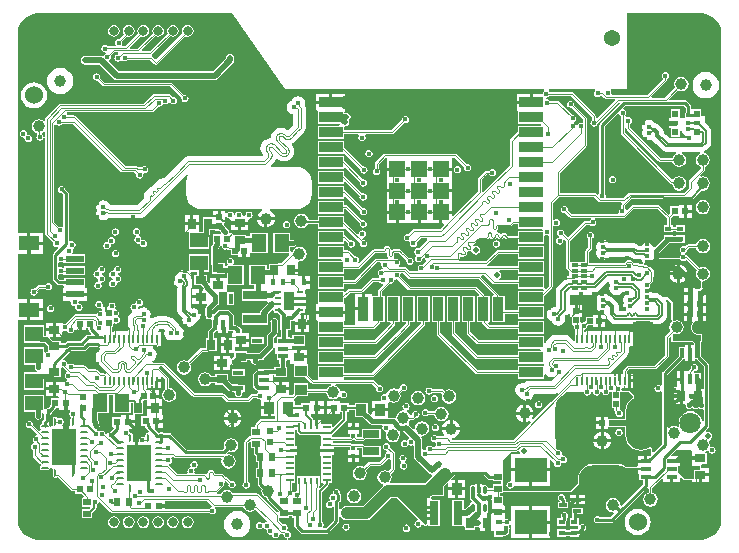
<source format=gtl>
G04*
G04 #@! TF.GenerationSoftware,Altium Limited,Altium Designer,21.6.1 (37)*
G04*
G04 Layer_Physical_Order=1*
G04 Layer_Color=255*
%FSLAX44Y44*%
%MOMM*%
G71*
G04*
G04 #@! TF.SameCoordinates,2C954E57-417A-4088-9090-092BEE8FAD55*
G04*
G04*
G04 #@! TF.FilePolarity,Positive*
G04*
G01*
G75*
%ADD10C,0.2500*%
%ADD12C,0.2000*%
%ADD13C,0.5000*%
%ADD14C,0.2032*%
%ADD17R,1.5000X1.3000*%
%ADD18R,1.3000X1.5000*%
%ADD19R,0.9000X1.0000*%
%ADD20R,0.6200X0.6200*%
G04:AMPARAMS|DCode=21|XSize=0.24mm|YSize=0.6mm|CornerRadius=0.06mm|HoleSize=0mm|Usage=FLASHONLY|Rotation=90.000|XOffset=0mm|YOffset=0mm|HoleType=Round|Shape=RoundedRectangle|*
%AMROUNDEDRECTD21*
21,1,0.2400,0.4800,0,0,90.0*
21,1,0.1200,0.6000,0,0,90.0*
1,1,0.1200,0.2400,0.0600*
1,1,0.1200,0.2400,-0.0600*
1,1,0.1200,-0.2400,-0.0600*
1,1,0.1200,-0.2400,0.0600*
%
%ADD21ROUNDEDRECTD21*%
G04:AMPARAMS|DCode=22|XSize=0.25mm|YSize=0.65mm|CornerRadius=0.0625mm|HoleSize=0mm|Usage=FLASHONLY|Rotation=0.000|XOffset=0mm|YOffset=0mm|HoleType=Round|Shape=RoundedRectangle|*
%AMROUNDEDRECTD22*
21,1,0.2500,0.5250,0,0,0.0*
21,1,0.1250,0.6500,0,0,0.0*
1,1,0.1250,0.0625,-0.2625*
1,1,0.1250,-0.0625,-0.2625*
1,1,0.1250,-0.0625,0.2625*
1,1,0.1250,0.0625,0.2625*
%
%ADD22ROUNDEDRECTD22*%
%ADD23R,0.8500X0.3500*%
%ADD24R,0.3500X0.8500*%
%ADD26R,0.5000X0.2800*%
%ADD27R,0.9000X1.6000*%
%ADD29R,0.6500X0.5500*%
%ADD30R,0.5500X0.6500*%
%ADD31R,1.0000X0.9000*%
%ADD32R,0.5500X0.4500*%
%ADD33R,0.4500X0.5500*%
%ADD34R,0.7100X0.3000*%
%ADD35R,0.8000X2.0000*%
%ADD36R,2.0000X0.8000*%
%ADD37R,0.1500X0.6500*%
%ADD38R,0.5500X0.3000*%
%ADD39R,0.5500X0.4000*%
%ADD40R,0.6200X0.6200*%
%ADD41R,0.4200X0.4600*%
%ADD42R,0.5200X0.5200*%
%ADD43R,0.9000X0.7000*%
%ADD44R,0.7000X0.9000*%
%ADD45R,0.5200X0.5200*%
G04:AMPARAMS|DCode=46|XSize=0.3mm|YSize=0.67mm|CornerRadius=0.0495mm|HoleSize=0mm|Usage=FLASHONLY|Rotation=0.000|XOffset=0mm|YOffset=0mm|HoleType=Round|Shape=RoundedRectangle|*
%AMROUNDEDRECTD46*
21,1,0.3000,0.5710,0,0,0.0*
21,1,0.2010,0.6700,0,0,0.0*
1,1,0.0990,0.1005,-0.2855*
1,1,0.0990,-0.1005,-0.2855*
1,1,0.0990,-0.1005,0.2855*
1,1,0.0990,0.1005,0.2855*
%
%ADD46ROUNDEDRECTD46*%
%ADD47R,1.3300X1.3300*%
%ADD48R,0.9000X2.0000*%
%ADD49R,2.0000X0.9000*%
%ADD50R,0.6000X0.6000*%
%ADD51R,0.6000X0.4000*%
%ADD52R,0.2500X0.5750*%
%ADD53R,0.6750X0.2500*%
%ADD54R,1.4000X0.7500*%
%ADD55R,1.8000X1.2000*%
%ADD56R,1.5500X0.6000*%
%ADD57R,2.7430X2.1590*%
%ADD116C,0.1016*%
%ADD117C,0.1270*%
G04:AMPARAMS|DCode=118|XSize=2.05mm|YSize=3.05mm|CornerRadius=0.0513mm|HoleSize=0mm|Usage=FLASHONLY|Rotation=0.000|XOffset=0mm|YOffset=0mm|HoleType=Round|Shape=RoundedRectangle|*
%AMROUNDEDRECTD118*
21,1,2.0500,2.9475,0,0,0.0*
21,1,1.9475,3.0500,0,0,0.0*
1,1,0.1025,0.9738,-1.4738*
1,1,0.1025,-0.9738,-1.4738*
1,1,0.1025,-0.9738,1.4738*
1,1,0.1025,0.9738,1.4738*
%
%ADD118ROUNDEDRECTD118*%
%ADD119R,0.9000X0.4000*%
%ADD120R,0.4000X0.9000*%
%ADD121C,1.0000*%
%ADD122C,0.5080*%
%ADD123C,0.2540*%
%ADD124C,0.3810*%
%ADD125C,0.1020*%
%ADD126C,0.3048*%
%ADD127C,0.1500*%
%ADD128C,0.4000*%
%ADD129C,0.1524*%
%ADD130C,1.0000*%
%ADD131C,0.3000*%
%ADD132O,0.4064X0.4060*%
%ADD133C,4.7500*%
%ADD134C,2.7000*%
%ADD135O,1.9000X1.1000*%
%ADD136O,2.4000X1.1000*%
%ADD137R,1.3680X1.3680*%
%ADD138C,1.3680*%
%ADD139O,4.5000X2.5000*%
%ADD140O,2.5000X5.0000*%
%ADD141O,2.5000X4.5000*%
%ADD142C,1.8000*%
%ADD143R,0.8000X0.8000*%
%ADD144C,0.8000*%
%ADD145C,1.5240*%
%ADD146C,0.4064*%
%ADD147C,0.5080*%
G36*
X580000Y447961D02*
X581769D01*
X585239Y447271D01*
X588508Y445917D01*
X591449Y443951D01*
X593951Y441449D01*
X595917Y438508D01*
X597271Y435239D01*
X597961Y431769D01*
X597961Y430000D01*
X597961Y430000D01*
X597961Y430000D01*
X597961Y20000D01*
Y18231D01*
X597271Y14761D01*
X595917Y11492D01*
X593951Y8551D01*
X591449Y6049D01*
X588508Y4083D01*
X585239Y2729D01*
X581769Y2039D01*
X580000D01*
X230908Y2039D01*
X230783Y3309D01*
X231628Y3477D01*
X232631Y4147D01*
X233301Y5150D01*
X233536Y6333D01*
X233301Y7516D01*
X232631Y8519D01*
X231628Y9189D01*
X230836Y9347D01*
X230290Y10356D01*
X230239Y10662D01*
X230543Y11118D01*
X230779Y12301D01*
X230543Y13484D01*
X229873Y14487D01*
X228870Y15157D01*
X227687Y15393D01*
X227034Y15263D01*
X223317Y18980D01*
Y19698D01*
X223678Y20819D01*
X232178D01*
Y22255D01*
X234343D01*
Y20819D01*
X236278D01*
Y14138D01*
X236454Y13252D01*
X236956Y12501D01*
X241441Y8015D01*
X242192Y7514D01*
X243078Y7337D01*
X263906D01*
X264792Y7514D01*
X265543Y8015D01*
X273659Y16132D01*
X274161Y16883D01*
X274337Y17769D01*
Y21284D01*
X275607Y21669D01*
X276344Y20566D01*
X278329Y19240D01*
X280670Y18774D01*
X297180D01*
X299521Y19240D01*
X301506Y20566D01*
X318510Y37571D01*
X323096D01*
X340842Y19825D01*
X340424Y18447D01*
X339939Y18350D01*
X338936Y17680D01*
X338266Y16677D01*
X338031Y15494D01*
X338266Y14311D01*
X338936Y13308D01*
X339939Y12638D01*
X341122Y12403D01*
X342305Y12638D01*
X343308Y13308D01*
X343978Y14311D01*
X344075Y14796D01*
X345453Y15214D01*
X346519Y14147D01*
X346718Y14065D01*
X346870Y13912D01*
X347086D01*
X347285Y13830D01*
X347484Y13912D01*
X347699D01*
X348728Y14339D01*
X349998Y14146D01*
X350381Y14146D01*
X359998D01*
Y36146D01*
X352498D01*
X351819Y37416D01*
X351930Y37686D01*
Y38093D01*
X353605Y39212D01*
X363388D01*
Y47939D01*
X365675Y50226D01*
X366848Y49739D01*
Y46482D01*
X372618D01*
Y52752D01*
X369860D01*
X369375Y53925D01*
X372047Y56597D01*
X396648D01*
X399590Y53655D01*
X400341Y53154D01*
X401227Y52977D01*
X404690D01*
Y51542D01*
X411668D01*
Y49042D01*
X404690D01*
Y45574D01*
X399973D01*
Y46797D01*
X399499Y47941D01*
X398355Y48415D01*
X396345D01*
X396015Y48279D01*
X395543Y48985D01*
X394539Y49656D01*
X393620Y49839D01*
Y43942D01*
X391080D01*
Y49839D01*
X390161Y49656D01*
X389157Y48985D01*
X388685Y48279D01*
X388355Y48415D01*
X386345D01*
X385201Y47941D01*
X384727Y46797D01*
Y41087D01*
X384801Y40908D01*
Y37592D01*
X384995Y36616D01*
X385548Y35790D01*
X386549Y34788D01*
X386049Y33492D01*
X385201Y33141D01*
X384727Y31997D01*
Y31356D01*
X383643Y30631D01*
X381472Y28461D01*
X379998D01*
Y36146D01*
X369998D01*
Y14146D01*
X379998D01*
X380676Y13157D01*
Y10756D01*
X389676D01*
Y12687D01*
X391463D01*
X391668Y12647D01*
X391866Y12686D01*
X393136Y11644D01*
Y9216D01*
X397906D01*
Y16256D01*
X400446D01*
Y9216D01*
X404428D01*
X405216Y9216D01*
X405698Y8146D01*
Y4624D01*
X413198D01*
Y5630D01*
X415086D01*
X416062Y5824D01*
X416889Y6376D01*
X417346Y6834D01*
X417899Y7660D01*
X418093Y8636D01*
Y10041D01*
X418400Y10501D01*
X418635Y11684D01*
X418400Y12867D01*
X418218Y13139D01*
X418236Y14450D01*
X419202Y15330D01*
X420117Y14732D01*
Y3681D01*
X435102D01*
Y17016D01*
Y30351D01*
X420117D01*
Y18796D01*
X418939Y18027D01*
X418847Y18038D01*
X418238Y18950D01*
X417235Y19620D01*
X416052Y19855D01*
X415730Y19791D01*
X414730Y20887D01*
Y24464D01*
X408940D01*
Y27004D01*
X414730D01*
Y31024D01*
X413938D01*
X413190Y31984D01*
Y39484D01*
X410826D01*
Y41542D01*
X413190D01*
Y42606D01*
X469646D01*
X470411Y42923D01*
X470411Y42923D01*
X477198Y49710D01*
X477227Y49779D01*
X477292Y49816D01*
X477382Y50153D01*
X477515Y50475D01*
X477487Y50544D01*
X477506Y50616D01*
X477225Y52750D01*
X477652Y55992D01*
X478903Y59012D01*
X480894Y61606D01*
X483488Y63597D01*
X486508Y64848D01*
X489821Y65284D01*
X509679D01*
X512992Y64848D01*
X516012Y63597D01*
X516736Y63042D01*
X517073Y62951D01*
X517395Y62818D01*
X525731D01*
X526511Y62430D01*
X526887Y62133D01*
Y57676D01*
X528427D01*
Y52716D01*
X531685D01*
Y48952D01*
X513480Y30747D01*
X512310Y31372D01*
X512367Y31662D01*
X511902Y34003D01*
X510575Y35988D01*
X508591Y37314D01*
X506250Y37780D01*
X503909Y37314D01*
X501924Y35988D01*
X500598Y34003D01*
X500132Y31662D01*
X500598Y29321D01*
X501924Y27336D01*
X503909Y26010D01*
X506250Y25545D01*
X506540Y25602D01*
X507165Y24432D01*
X504048Y21314D01*
X494994D01*
X494183Y21856D01*
X493000Y22091D01*
X491817Y21856D01*
X490814Y21186D01*
X490144Y20183D01*
X489909Y19000D01*
X490144Y17817D01*
X490814Y16814D01*
X491817Y16144D01*
X493000Y15909D01*
X494183Y16144D01*
X494994Y16686D01*
X505007D01*
X505892Y16862D01*
X506643Y17363D01*
X513974Y24694D01*
X534956Y45676D01*
X536226Y45150D01*
Y41979D01*
X535517Y41838D01*
X533532Y40511D01*
X532206Y38527D01*
X531740Y36186D01*
X532206Y33844D01*
X533532Y31860D01*
X535517Y30534D01*
X537858Y30068D01*
X540199Y30534D01*
X542184Y31860D01*
X543510Y33844D01*
X543975Y36186D01*
X543510Y38527D01*
X542184Y40511D01*
X540199Y41838D01*
X539490Y41979D01*
Y45971D01*
X547713Y54194D01*
X548887Y53708D01*
Y51176D01*
X554407D01*
Y55466D01*
X556947D01*
Y51176D01*
X562467D01*
Y54696D01*
X563640Y55182D01*
X565812Y53010D01*
X566577Y52693D01*
X572960D01*
Y50960D01*
X578730D01*
Y57000D01*
X580000D01*
Y58270D01*
X587040D01*
Y63040D01*
X580826D01*
Y64960D01*
X580714Y65230D01*
X581393Y66500D01*
X585500D01*
Y75500D01*
X584012D01*
X583887Y76770D01*
X584531Y76898D01*
X585680Y77666D01*
X587091Y77081D01*
X587144Y76817D01*
X587814Y75814D01*
X588817Y75144D01*
X590000Y74909D01*
X591183Y75144D01*
X592186Y75814D01*
X592856Y76817D01*
X593091Y78000D01*
X592856Y79183D01*
X592186Y80186D01*
X591183Y80856D01*
X590000Y81091D01*
X589284Y80949D01*
X588306Y81720D01*
X588184Y81926D01*
X588307Y82550D01*
X587842Y84891D01*
X587492Y85415D01*
X588076Y86826D01*
X588121Y86835D01*
X589292Y87618D01*
X590075Y88789D01*
X590349Y90170D01*
X590075Y91551D01*
X589292Y92722D01*
X588121Y93505D01*
X586740Y93779D01*
X585550Y93543D01*
X585108Y93993D01*
X584801Y94590D01*
X586802Y96591D01*
X587304Y97341D01*
X587480Y98227D01*
Y149835D01*
X587304Y150721D01*
X586802Y151472D01*
X580294Y157979D01*
Y159158D01*
X580462Y160000D01*
Y169473D01*
X580532D01*
X581297Y169790D01*
X581614Y170556D01*
Y175306D01*
X581297Y176072D01*
X580532Y176389D01*
X578680D01*
X577195Y176584D01*
X575877Y177130D01*
X574745Y177999D01*
X573877Y179130D01*
X573331Y180448D01*
X573145Y181862D01*
X573331Y183277D01*
X573877Y184595D01*
X574764Y185750D01*
X574771Y185778D01*
X574796Y185794D01*
Y185794D01*
X574877Y186175D01*
X574978Y186550D01*
X575033Y186682D01*
X575730Y187529D01*
X575965Y187679D01*
X578243D01*
Y192819D01*
X579513D01*
Y194089D01*
X584653D01*
Y196492D01*
X584726D01*
Y200362D01*
X579586D01*
Y202902D01*
X584726D01*
Y204978D01*
X584876D01*
Y208998D01*
X580086D01*
Y211538D01*
X584876D01*
Y215558D01*
X581614D01*
Y220657D01*
X582291Y221213D01*
X584632Y221678D01*
X586616Y223004D01*
X587942Y224989D01*
X588408Y227330D01*
X587942Y229671D01*
X586616Y231656D01*
X584632Y232982D01*
X582291Y233448D01*
X579949Y232982D01*
X579348Y232580D01*
X569475Y242454D01*
X568321Y242932D01*
X568116D01*
X567746Y243486D01*
X567387Y243726D01*
Y245224D01*
X567746Y245464D01*
X568416Y246467D01*
X568632Y247554D01*
X570223Y249145D01*
X576498D01*
X576639Y248436D01*
X577965Y246451D01*
X579949Y245125D01*
X582291Y244660D01*
X584632Y245125D01*
X586616Y246451D01*
X587942Y248436D01*
X588408Y250777D01*
X587942Y253118D01*
X586616Y255103D01*
X584632Y256429D01*
X582291Y256895D01*
X579949Y256429D01*
X577965Y255103D01*
X576639Y253118D01*
X576498Y252409D01*
X569547D01*
X568393Y251931D01*
X566878Y250416D01*
X566743Y250506D01*
X565560Y250741D01*
X564377Y250506D01*
X563374Y249836D01*
X562704Y248833D01*
X562469Y247650D01*
X562704Y246467D01*
X563374Y245464D01*
X563733Y245224D01*
Y243726D01*
X563374Y243486D01*
X562704Y242483D01*
X562469Y241300D01*
X562138Y240897D01*
X545470Y240897D01*
Y245281D01*
X553432Y253243D01*
X556743D01*
Y253531D01*
X559243D01*
Y253243D01*
X566743D01*
Y259743D01*
X559243D01*
Y259454D01*
X556743D01*
Y259743D01*
X549243D01*
Y257431D01*
X541413Y249602D01*
X540280Y249805D01*
X539985Y249970D01*
X538779Y251774D01*
X536847Y253066D01*
X534567Y253519D01*
X532288Y253066D01*
X530356Y251774D01*
X529663Y250737D01*
X528285D01*
X527175Y251848D01*
X525705Y252830D01*
X523970Y253175D01*
X502926D01*
X502212Y254244D01*
X500280Y255535D01*
X498000Y255989D01*
X495721Y255535D01*
X493788Y254244D01*
X492497Y252311D01*
X492044Y250032D01*
X492497Y247753D01*
X492666Y247500D01*
X492497Y247248D01*
X492044Y244968D01*
X492497Y242689D01*
X493788Y240756D01*
X495721Y239465D01*
X498000Y239012D01*
X500280Y239465D01*
X502212Y240756D01*
X502926Y241825D01*
X521146D01*
X522257Y240715D01*
X522257Y240715D01*
X523727Y239732D01*
X525461Y239387D01*
X529663D01*
X530356Y238351D01*
X531483Y237597D01*
X531476Y237563D01*
X531637Y236753D01*
X531249Y236114D01*
X531182Y236029D01*
X530299Y235666D01*
X530228Y235655D01*
X528327D01*
X527828Y236154D01*
X526674Y236632D01*
X523983D01*
X522427Y238188D01*
X521273Y238666D01*
X518340D01*
X517186Y238188D01*
X515630Y236632D01*
X485774D01*
Y245479D01*
X488154Y247859D01*
X488632Y249013D01*
Y257444D01*
X489186Y257814D01*
X489856Y258817D01*
X490091Y260000D01*
X489856Y261183D01*
X489186Y262186D01*
X488183Y262856D01*
X487000Y263091D01*
X485817Y262856D01*
X484814Y262186D01*
X484144Y261183D01*
X483909Y260000D01*
X484144Y258817D01*
X484814Y257814D01*
X485368Y257444D01*
Y249689D01*
X482988Y247309D01*
X482510Y246155D01*
Y237500D01*
X478150D01*
Y237500D01*
X477850D01*
Y237500D01*
X470350D01*
X469500Y238418D01*
Y255037D01*
X483287Y268823D01*
X486808D01*
X486814Y268814D01*
X487817Y268144D01*
X489000Y267909D01*
X490183Y268144D01*
X491186Y268814D01*
X491856Y269817D01*
X492091Y271000D01*
X491856Y272183D01*
X491186Y273186D01*
X490505Y273641D01*
X490890Y274911D01*
X515466D01*
X516620Y275389D01*
X523661Y282430D01*
X543613D01*
X551644Y274398D01*
Y268743D01*
X549243D01*
Y262243D01*
X556743D01*
Y263860D01*
X559243D01*
Y262243D01*
X566743D01*
Y268743D01*
X559243D01*
Y267125D01*
X556743D01*
Y268743D01*
X554909D01*
Y274398D01*
X556572Y276062D01*
X561724D01*
Y274522D01*
X566094D01*
Y280162D01*
Y285802D01*
X561724D01*
Y284262D01*
X554264D01*
Y278370D01*
X553277Y277383D01*
X545443Y285217D01*
X544289Y285695D01*
X522985D01*
X521831Y285217D01*
X518192Y281577D01*
X516892Y281741D01*
X516215Y282659D01*
Y284900D01*
X521641Y290325D01*
X548338D01*
X548362Y290309D01*
X549000Y290182D01*
X573047D01*
X573685Y290309D01*
X574226Y290671D01*
X581173Y297618D01*
X581346Y297876D01*
X582190Y297708D01*
X584531Y298174D01*
X586516Y299500D01*
X587842Y301485D01*
X588307Y303826D01*
X587842Y306167D01*
X586516Y308152D01*
X584531Y309478D01*
X582190Y309944D01*
X580368Y309581D01*
X579743Y310752D01*
X583344Y314353D01*
X583822Y315507D01*
Y318033D01*
X584531Y318174D01*
X586516Y319500D01*
X587842Y321485D01*
X588307Y323826D01*
X587842Y326167D01*
X586516Y328152D01*
X584531Y329478D01*
X583409Y329701D01*
X583298Y330739D01*
X583335Y331011D01*
X584743Y331951D01*
X587714Y334922D01*
X587714Y334922D01*
X588697Y336393D01*
X589042Y338127D01*
Y348490D01*
X589042Y348490D01*
X588697Y350225D01*
X587714Y351695D01*
X587714Y351695D01*
X583810Y355599D01*
Y360810D01*
X581000D01*
Y366500D01*
X573000D01*
X572314Y367486D01*
Y369000D01*
X572138Y369886D01*
X571637Y370637D01*
X568765Y373509D01*
X568014Y374010D01*
X567128Y374187D01*
X554154D01*
X553668Y375360D01*
X561058Y382750D01*
X561659Y382348D01*
X564000Y381883D01*
X566341Y382348D01*
X568326Y383674D01*
X569652Y385659D01*
X570117Y388000D01*
X569652Y390341D01*
X568326Y392326D01*
X566341Y393652D01*
X564000Y394118D01*
X561659Y393652D01*
X559674Y392326D01*
X558348Y390341D01*
X557882Y388000D01*
X558348Y385659D01*
X558750Y385058D01*
X549974Y376282D01*
X539050D01*
X538564Y377456D01*
X551197Y390089D01*
X551675Y391243D01*
Y392127D01*
X551761Y392144D01*
X552764Y392814D01*
X553434Y393817D01*
X553669Y395000D01*
X553434Y396183D01*
X552764Y397186D01*
X551761Y397856D01*
X550578Y398091D01*
X549395Y397856D01*
X548392Y397186D01*
X547722Y396183D01*
X547486Y395000D01*
X547722Y393817D01*
X548392Y392814D01*
X548149Y391657D01*
X535344Y378852D01*
X505291D01*
X504472Y380122D01*
X504599Y380760D01*
X504364Y381943D01*
X504145Y382270D01*
X504824Y383540D01*
X518160D01*
Y447961D01*
X580000D01*
D02*
G37*
G36*
X490955Y382280D02*
X490285Y381277D01*
X490049Y380094D01*
X490285Y378911D01*
X490955Y377908D01*
X491958Y377238D01*
X493140Y377002D01*
X494324Y377238D01*
X495326Y377908D01*
X496804Y378014D01*
X498752Y376066D01*
X499907Y375588D01*
X507621D01*
X508106Y374415D01*
X492958Y359267D01*
X491785Y359753D01*
Y360847D01*
X491307Y362001D01*
X472424Y380884D01*
X471270Y381362D01*
X452293D01*
X451584Y382239D01*
X452000Y383418D01*
X452295Y383540D01*
X490555D01*
X490955Y382280D01*
D02*
G37*
G36*
X567686Y368041D02*
Y363994D01*
X567144Y363183D01*
X566908Y362000D01*
X567144Y360817D01*
X567568Y360183D01*
X565788Y358994D01*
X565756Y358945D01*
X564540Y359314D01*
Y359540D01*
X563000D01*
Y366500D01*
X555000D01*
Y359540D01*
X553460D01*
Y356270D01*
X559000D01*
Y353730D01*
X553460D01*
Y350460D01*
X555000D01*
Y343500D01*
X563000D01*
Y348453D01*
X564270Y348578D01*
X564497Y347438D01*
X565788Y345506D01*
X567720Y344215D01*
X570000Y343761D01*
X570190Y343605D01*
Y341974D01*
X554203D01*
X551397Y344780D01*
X551296Y344882D01*
X551296Y344882D01*
X551296Y344882D01*
X549455Y346722D01*
X549455Y346722D01*
X549101Y347076D01*
Y347400D01*
X548756Y349134D01*
X547774Y350605D01*
X545031Y353348D01*
X543560Y354330D01*
X542003Y354640D01*
X541215Y355820D01*
X539282Y357111D01*
X537003Y357564D01*
X534724Y357111D01*
X532791Y355820D01*
X531500Y353887D01*
X531046Y351608D01*
X531500Y349328D01*
X531659Y349091D01*
X531439Y348763D01*
X530986Y346483D01*
X531439Y344204D01*
X532730Y342271D01*
X534663Y340980D01*
X536942Y340527D01*
X539158Y340967D01*
X542600Y337525D01*
X542600Y337525D01*
X542600Y337525D01*
X548174Y331951D01*
X549645Y330969D01*
X551379Y330624D01*
X551379Y330624D01*
X559452D01*
X559623Y330132D01*
X559664Y329354D01*
X557864Y328152D01*
X556538Y326167D01*
X556397Y325458D01*
X546393D01*
X520632Y351219D01*
Y354444D01*
X521186Y354814D01*
X521856Y355817D01*
X522091Y357000D01*
X521856Y358183D01*
X521186Y359186D01*
X520183Y359856D01*
X519000Y360091D01*
X518060Y359904D01*
X517272Y360256D01*
X516727Y360655D01*
X516660Y361205D01*
X516710Y361343D01*
X517323Y362261D01*
X517559Y363444D01*
X517323Y364627D01*
X516653Y365630D01*
X515650Y366300D01*
X515416Y366347D01*
X514998Y367725D01*
X516831Y369557D01*
X566169D01*
X567686Y368041D01*
D02*
G37*
G36*
X183659Y447961D02*
X228600Y383540D01*
X251705D01*
X252000Y383418D01*
X447355D01*
X447741Y382148D01*
X447394Y381916D01*
X446724Y380913D01*
X446489Y379730D01*
X446415Y379640D01*
X438270D01*
Y372600D01*
X437000D01*
Y371330D01*
X424460D01*
Y365560D01*
X424796D01*
X426000Y365400D01*
X426000Y364290D01*
Y360220D01*
X425868Y359900D01*
X426000Y359580D01*
Y354400D01*
X445086D01*
X445408Y353970D01*
X444773Y352700D01*
X426000D01*
Y348009D01*
X419216Y341224D01*
X418738Y340070D01*
Y319258D01*
X401965Y302485D01*
X396112Y296632D01*
X394882Y297199D01*
Y306760D01*
X399490Y311368D01*
X401444D01*
X401814Y310814D01*
X402817Y310144D01*
X404000Y309909D01*
X405183Y310144D01*
X406186Y310814D01*
X406856Y311817D01*
X407091Y313000D01*
X406856Y314183D01*
X406186Y315186D01*
X405183Y315856D01*
X404000Y316091D01*
X402817Y315856D01*
X401814Y315186D01*
X401444Y314632D01*
X398814D01*
X397660Y314154D01*
X392096Y308590D01*
X391618Y307436D01*
Y297406D01*
X370713Y276502D01*
X369540Y276988D01*
Y277980D01*
X361620D01*
Y270060D01*
X362612D01*
X363098Y268887D01*
X359773Y265561D01*
X337929D01*
X336774Y265083D01*
X332653Y260961D01*
X332000Y261091D01*
X330817Y260856D01*
X329814Y260186D01*
X329144Y259183D01*
X328909Y258000D01*
X329144Y256817D01*
X329814Y255814D01*
X330817Y255144D01*
X332000Y254909D01*
X333183Y255144D01*
X333282Y255210D01*
X334112Y254513D01*
X334249Y254328D01*
X334025Y253205D01*
X334260Y252022D01*
X334931Y251019D01*
X335933Y250349D01*
X337117Y250114D01*
X338300Y250349D01*
X339302Y251019D01*
X339973Y252022D01*
X340208Y253205D01*
X340078Y253858D01*
X343587Y257368D01*
X348456D01*
X348771Y256387D01*
X348789Y256098D01*
X341653Y248962D01*
X340999Y249091D01*
X339816Y248856D01*
X338814Y248186D01*
X338143Y247183D01*
X337908Y246000D01*
X338143Y244817D01*
X338814Y243814D01*
X339260Y243515D01*
X339469Y242204D01*
X339398Y242012D01*
X338810Y241132D01*
X338575Y239949D01*
X338810Y238766D01*
X339480Y237763D01*
X340483Y237093D01*
X341666Y236857D01*
X342849Y237093D01*
X343852Y237763D01*
X344522Y238766D01*
X344702Y239671D01*
X345245Y240244D01*
X346545Y240309D01*
X346814Y239905D01*
X347355Y239544D01*
X347674Y238067D01*
X344668Y235061D01*
X343916Y235211D01*
X342733Y234975D01*
X341730Y234305D01*
X341060Y233302D01*
X340825Y232119D01*
X341060Y230936D01*
X341360Y230486D01*
X341223Y230225D01*
X340482Y229262D01*
X339328Y229740D01*
X334105D01*
X331135Y232710D01*
X329981Y233188D01*
X325038D01*
X324653Y234458D01*
X325186Y234814D01*
X325856Y235817D01*
X326091Y237000D01*
X325856Y238183D01*
X325186Y239186D01*
X324183Y239856D01*
X322999Y240091D01*
X321816Y239856D01*
X320680Y240306D01*
X320303Y241493D01*
X320747Y242158D01*
X320878Y242819D01*
X321020Y243162D01*
Y244748D01*
X325206D01*
X331302Y238651D01*
X331173Y237998D01*
X331408Y236815D01*
X332078Y235812D01*
X333081Y235142D01*
X334264Y234907D01*
X335447Y235142D01*
X336450Y235812D01*
X337120Y236815D01*
X337355Y237998D01*
X337120Y239181D01*
X336450Y240184D01*
X335447Y240854D01*
X334264Y241089D01*
X333611Y240959D01*
X327036Y247534D01*
X325882Y248012D01*
X320455D01*
X320112Y247870D01*
X319450Y247739D01*
X319242Y247600D01*
X317972Y248279D01*
Y248298D01*
X317830Y248641D01*
X317699Y249303D01*
X317129Y250155D01*
X316278Y250724D01*
X315616Y250856D01*
X315273Y250998D01*
X314359D01*
X314016Y250856D01*
X313354Y250724D01*
X312502Y250155D01*
X311933Y249303D01*
X311802Y248641D01*
X311660Y248298D01*
Y248012D01*
X303784D01*
X302630Y247534D01*
X291317Y236221D01*
X290330Y237031D01*
X290856Y237817D01*
X291091Y239000D01*
X290856Y240183D01*
X290186Y241186D01*
X289183Y241856D01*
X288000Y242091D01*
X287346Y241961D01*
X282554Y246754D01*
X281399Y247232D01*
X278000D01*
Y251100D01*
X256000D01*
Y240100D01*
X275702D01*
X276506Y238830D01*
X276303Y238400D01*
X256000D01*
Y227400D01*
X278000D01*
Y231268D01*
X290304D01*
X291458Y231746D01*
X304460Y244748D01*
X312225D01*
X312568Y244890D01*
X313230Y245021D01*
X313438Y245160D01*
X314708Y244482D01*
Y243162D01*
X314850Y242819D01*
X314981Y242158D01*
X315459Y241442D01*
X315303Y240830D01*
X314961Y240172D01*
X305733D01*
X304579Y239694D01*
X286717Y221833D01*
X278000D01*
Y225700D01*
X256000D01*
Y214700D01*
X278000D01*
Y218568D01*
X287393D01*
X288548Y219046D01*
X306409Y236908D01*
X309216D01*
X310035Y235638D01*
X309908Y235000D01*
X310143Y233817D01*
X310814Y232814D01*
X310822Y232809D01*
X311026Y231521D01*
X310917Y231218D01*
X310406Y231011D01*
X310000Y231091D01*
X308817Y230856D01*
X307814Y230186D01*
X307144Y229183D01*
X306909Y228000D01*
X307144Y226817D01*
X307814Y225814D01*
X307832Y225802D01*
X308100Y224291D01*
X307580Y223632D01*
X302010D01*
X300856Y223154D01*
X292381Y214679D01*
X282897D01*
X281743Y214201D01*
X279173Y211632D01*
X278000Y212118D01*
Y213000D01*
X256000D01*
X256000Y202000D01*
X254796Y201840D01*
X254460D01*
Y196070D01*
X279540D01*
Y201840D01*
X279204D01*
X278000Y202000D01*
X278000Y203110D01*
Y206476D01*
X279083Y206925D01*
X283573Y211415D01*
X293057D01*
X294211Y211893D01*
X302686Y220368D01*
X308444D01*
X308814Y219814D01*
X309817Y219144D01*
X310837Y218941D01*
X311162Y218392D01*
X311381Y217690D01*
X307893Y214201D01*
X307415Y213047D01*
Y208500D01*
X302050Y208500D01*
X301890Y209704D01*
Y210040D01*
X296120D01*
Y197500D01*
X294850D01*
Y196230D01*
X287810D01*
Y185002D01*
X287810Y184960D01*
X287708Y183732D01*
X278898D01*
X278000Y184631D01*
X278000Y187600D01*
X279204Y187760D01*
X279540D01*
Y193530D01*
X254460D01*
Y187760D01*
X254796D01*
X256000Y187600D01*
X256000Y186490D01*
Y176600D01*
X278000D01*
Y180468D01*
X302750D01*
X303904Y180946D01*
X308494Y185536D01*
X308894Y186500D01*
X313050D01*
Y208500D01*
X310679D01*
Y212371D01*
X317347Y219039D01*
X318000Y218909D01*
X319183Y219144D01*
X320186Y219814D01*
X320856Y220817D01*
X321091Y222000D01*
X321068Y222117D01*
X321306Y222443D01*
X322173Y223073D01*
X323000Y222909D01*
X323653Y223039D01*
X332962Y213730D01*
X334116Y213252D01*
X388960D01*
X392538Y209673D01*
X392052Y208500D01*
X390950D01*
Y186500D01*
X395176D01*
X395625Y185417D01*
X400096Y180946D01*
X401250Y180468D01*
X426000D01*
Y176600D01*
X448000D01*
Y187600D01*
X426000D01*
Y183732D01*
X401926D01*
X400332Y185327D01*
X400818Y186500D01*
X401950D01*
Y208500D01*
X397694D01*
X397245Y209583D01*
X390790Y216038D01*
X389636Y216516D01*
X334792D01*
X325961Y225347D01*
X326091Y226000D01*
X325965Y226638D01*
X326783Y227908D01*
X328470D01*
X333250Y223128D01*
X334404Y222650D01*
X392168D01*
X405048Y209770D01*
X404522Y208500D01*
X403650D01*
Y186500D01*
X414650D01*
Y193168D01*
X426000D01*
Y189300D01*
X448000D01*
Y200300D01*
X426000D01*
Y196432D01*
X414650D01*
Y208500D01*
X409482D01*
Y209276D01*
X409004Y210431D01*
X394753Y224682D01*
X395279Y225952D01*
X397088D01*
X403994Y219046D01*
X405148Y218568D01*
X426000D01*
Y214700D01*
X446699D01*
X447379Y213430D01*
X447093Y213000D01*
X426000D01*
Y202000D01*
X448000D01*
Y208668D01*
X454726Y215394D01*
X455204Y216548D01*
Y267443D01*
X456474Y268043D01*
X457007Y267687D01*
X458190Y267452D01*
X459373Y267687D01*
X460376Y268358D01*
X461046Y269361D01*
X461281Y270544D01*
X461046Y271727D01*
X460376Y272729D01*
X459373Y273400D01*
X458190Y273635D01*
X457007Y273400D01*
X456474Y273044D01*
X455204Y273645D01*
Y287134D01*
X460343Y292273D01*
X490412D01*
X494379Y288306D01*
X495533Y287828D01*
X512868D01*
X513358Y286558D01*
X512951Y285576D01*
Y282966D01*
X512817Y282939D01*
X511814Y282269D01*
X511144Y281266D01*
X510909Y280083D01*
X511035Y279445D01*
X510217Y278176D01*
X471133D01*
X467962Y281347D01*
X468091Y282000D01*
X467856Y283183D01*
X467186Y284186D01*
X466183Y284856D01*
X465000Y285091D01*
X463817Y284856D01*
X462814Y284186D01*
X462144Y283183D01*
X461909Y282000D01*
X462144Y280817D01*
X462814Y279814D01*
X463817Y279144D01*
X465000Y278909D01*
X465653Y279039D01*
X469303Y275389D01*
X470457Y274911D01*
X487110D01*
X487495Y273641D01*
X486814Y273186D01*
X486144Y272183D01*
X486125Y272088D01*
X482610D01*
X481456Y271610D01*
X467874Y258027D01*
X464664Y261237D01*
X464794Y261890D01*
X464558Y263073D01*
X463888Y264076D01*
X462885Y264746D01*
X461702Y264981D01*
X460519Y264746D01*
X459516Y264076D01*
X458846Y263073D01*
X458611Y261890D01*
X458846Y260707D01*
X459516Y259704D01*
X460223Y259232D01*
X460129Y258015D01*
X460089Y257910D01*
X459817Y257856D01*
X458814Y257186D01*
X458144Y256183D01*
X457909Y255000D01*
X458144Y253817D01*
X458814Y252814D01*
X459817Y252144D01*
X461000Y251909D01*
X462183Y252144D01*
X463186Y252814D01*
X463856Y253817D01*
X464091Y255000D01*
X463993Y255495D01*
X465163Y256120D01*
X466236Y255048D01*
Y232542D01*
X466714Y231387D01*
X468810Y229291D01*
Y225310D01*
X467540D01*
Y223271D01*
X466560Y223076D01*
X465089Y222094D01*
X459124Y216129D01*
X458142Y214658D01*
X457797Y212924D01*
Y199723D01*
X456797Y198843D01*
X455906Y199021D01*
X453626Y198567D01*
X451694Y197276D01*
X450403Y195344D01*
X449949Y193064D01*
X450403Y190785D01*
X451694Y188853D01*
X453626Y187561D01*
X454136Y187460D01*
X454237Y186951D01*
X455528Y185018D01*
X457461Y183727D01*
X459740Y183274D01*
X462019Y183727D01*
X463952Y185018D01*
X465243Y186951D01*
X465696Y189230D01*
X465461Y190412D01*
X468312Y193263D01*
X468312Y193263D01*
X468570Y193649D01*
X469840Y193264D01*
Y190630D01*
X471380D01*
Y184170D01*
X472142D01*
X473013Y182900D01*
X472909Y182375D01*
X473144Y181192D01*
X473814Y180189D01*
X474368Y179819D01*
Y176380D01*
X474250D01*
Y171120D01*
X473077Y170634D01*
X469626Y174085D01*
X468197Y175039D01*
X466512Y175374D01*
X465671D01*
X465671Y175374D01*
X465671Y175374D01*
X456589D01*
X454904Y175039D01*
X453476Y174085D01*
X450357Y170966D01*
X449402Y169537D01*
X449270Y168872D01*
X448000Y168997D01*
Y174900D01*
X426000D01*
Y171033D01*
X392276D01*
X385382Y177926D01*
Y186500D01*
X389250D01*
Y208500D01*
X378250D01*
Y186500D01*
X382118D01*
Y177250D01*
X382596Y176096D01*
X390445Y168246D01*
X391600Y167768D01*
X426000D01*
Y163900D01*
X444377D01*
X445133Y162630D01*
X444899Y162200D01*
X426000D01*
Y158333D01*
X391976D01*
X372682Y177626D01*
Y186500D01*
X376550D01*
Y208500D01*
X365550D01*
Y186500D01*
X369418D01*
Y176950D01*
X369896Y175796D01*
X390145Y155546D01*
X391300Y155068D01*
X426000D01*
Y151200D01*
X447689D01*
Y149726D01*
X447504Y149500D01*
X426000D01*
Y145632D01*
X391676D01*
X359982Y177326D01*
Y186500D01*
X363850D01*
Y208500D01*
X352850D01*
Y186500D01*
X356718D01*
Y176650D01*
X357196Y175496D01*
X389845Y142846D01*
X390999Y142368D01*
X426000D01*
Y138500D01*
X448000D01*
Y141995D01*
X449270Y142381D01*
X449883Y141463D01*
X451815Y140172D01*
X454095Y139718D01*
X455598Y140017D01*
X456224Y138847D01*
X454266Y136889D01*
X434733D01*
X433048Y136553D01*
X431620Y135599D01*
X431620Y135599D01*
X430659Y134639D01*
X429183Y134932D01*
X426904Y134479D01*
X424971Y133188D01*
X423680Y131255D01*
X423227Y128976D01*
X423680Y126696D01*
X424971Y124764D01*
X426904Y123473D01*
X427651Y123324D01*
X428858Y121518D01*
X430791Y120227D01*
X433070Y119774D01*
X435349Y120227D01*
X437282Y121518D01*
X438573Y123451D01*
X439026Y125730D01*
X439186Y125925D01*
X456983D01*
X458668Y126260D01*
X459177Y126600D01*
X459986Y125613D01*
X438557Y104184D01*
X437600Y105023D01*
X437911Y105428D01*
X438671Y107262D01*
X438763Y107960D01*
X432595D01*
Y101792D01*
X433293Y101884D01*
X435127Y102644D01*
X435532Y102955D01*
X436371Y101998D01*
X421269Y86896D01*
X369677D01*
X369415Y87169D01*
X369494Y87698D01*
X370157Y88547D01*
X370968Y88654D01*
X372803Y89414D01*
X374378Y90623D01*
X375586Y92198D01*
X376346Y94032D01*
X376438Y94730D01*
X369000D01*
X361562D01*
X361654Y94032D01*
X362414Y92198D01*
X363408Y90902D01*
X362991Y89632D01*
X357556D01*
X357186Y90186D01*
X356183Y90856D01*
X355000Y91091D01*
X353817Y90856D01*
X352814Y90186D01*
X352144Y89183D01*
X351909Y88000D01*
X352144Y86817D01*
X352814Y85814D01*
X353817Y85144D01*
X355000Y84909D01*
X355117Y84932D01*
X355443Y84694D01*
X356073Y83827D01*
X355909Y83000D01*
X356078Y82150D01*
X355359Y80880D01*
X353390D01*
X353186Y81186D01*
X352183Y81856D01*
X351000Y82092D01*
X349817Y81856D01*
X348814Y81186D01*
X348144Y80183D01*
X347909Y79000D01*
X346803Y78049D01*
X346589Y78092D01*
X345896Y77954D01*
X344626Y78746D01*
Y86677D01*
X344354Y88043D01*
X343718Y88994D01*
X344210Y90191D01*
X344424Y90148D01*
X346765Y90614D01*
X348750Y91940D01*
X350076Y93925D01*
X350541Y96266D01*
X350076Y98607D01*
X348750Y100592D01*
X346765Y101918D01*
X344424Y102383D01*
X342083Y101918D01*
X340098Y100592D01*
X338772Y98607D01*
X338307Y96266D01*
X338325Y96175D01*
X337205Y95576D01*
X333258Y99523D01*
X333050Y99662D01*
X333026Y101171D01*
X333041Y101196D01*
X334352Y103158D01*
X334493Y103867D01*
X336514D01*
X337668Y104345D01*
X338580Y105257D01*
X339233Y105127D01*
X340416Y105363D01*
X341419Y106033D01*
X342089Y107036D01*
X342325Y108219D01*
X342089Y109402D01*
X341419Y110405D01*
X340416Y111075D01*
X339233Y111310D01*
X338050Y111075D01*
X337047Y110405D01*
X336377Y109402D01*
X336176Y108393D01*
X335033Y107781D01*
X334236Y108014D01*
X333026Y109825D01*
X331647Y110747D01*
X331915Y112095D01*
X332161Y112144D01*
X333164Y112814D01*
X333834Y113817D01*
X334069Y115000D01*
X333834Y116183D01*
X333164Y117186D01*
X332161Y117856D01*
X330978Y118091D01*
X329795Y117856D01*
X328792Y117186D01*
X328122Y116183D01*
X327887Y115000D01*
X328122Y113817D01*
X328782Y112830D01*
X328767Y112603D01*
X328390Y111555D01*
X326359Y111151D01*
X324375Y109825D01*
X323048Y107841D01*
X322609Y105634D01*
X322579Y105598D01*
X322104Y105288D01*
X321392Y104974D01*
X320817Y105358D01*
X319647Y105591D01*
X319647Y105591D01*
X316040D01*
Y110730D01*
X309000D01*
X301960D01*
Y108526D01*
X300787Y108040D01*
X298500Y110326D01*
Y118000D01*
X287500D01*
Y116039D01*
X282600D01*
Y118100D01*
X275140D01*
Y119640D01*
X269504D01*
X269379Y120910D01*
X271581Y121348D01*
X273566Y122674D01*
X274031Y123371D01*
X274045Y123376D01*
X275500Y123284D01*
X275814Y122814D01*
X276817Y122144D01*
X278000Y121909D01*
X279183Y122144D01*
X280186Y122814D01*
X280856Y123817D01*
X281091Y125000D01*
X280856Y126183D01*
X280186Y127186D01*
X279183Y127856D01*
X278000Y128091D01*
X276817Y127856D01*
X276521Y127659D01*
X275110Y128243D01*
X274892Y129341D01*
X273566Y131326D01*
X271581Y132652D01*
X271169Y132734D01*
X271295Y134004D01*
X302413D01*
X305618Y130799D01*
X305488Y130146D01*
X305724Y128963D01*
X306394Y127960D01*
X307397Y127290D01*
X308580Y127054D01*
X309763Y127290D01*
X310766Y127960D01*
X311436Y128963D01*
X311671Y130146D01*
X311436Y131329D01*
X310766Y132332D01*
X309763Y133002D01*
X308580Y133237D01*
X307927Y133107D01*
X304244Y136790D01*
X303090Y137268D01*
X278092D01*
X278000Y138500D01*
X278000Y138538D01*
Y140115D01*
X302748D01*
X303902Y140594D01*
X346804Y183496D01*
X347282Y184650D01*
Y186500D01*
X351150D01*
Y208500D01*
X340150D01*
Y186500D01*
X343786D01*
X343922Y185230D01*
X302072Y143380D01*
X278000D01*
Y149500D01*
X256000D01*
Y138538D01*
X256000Y138500D01*
X255908Y137268D01*
X252540D01*
X248000Y141808D01*
X248000Y150500D01*
X247040Y151248D01*
X247040Y151770D01*
Y155730D01*
X240000D01*
Y157000D01*
X238730D01*
Y163040D01*
X234040D01*
Y165421D01*
X234500Y166500D01*
X245500D01*
Y175500D01*
X234500D01*
Y173323D01*
X232500D01*
Y173500D01*
X230573D01*
Y175394D01*
X230856Y175817D01*
X231091Y177000D01*
X230856Y178183D01*
X230825Y178230D01*
X231347Y179500D01*
X233500D01*
Y187402D01*
X234124D01*
X235109Y187598D01*
X235690Y187987D01*
X236960Y187565D01*
Y186270D01*
X241730D01*
Y192040D01*
X241487D01*
X241001Y193213D01*
X241888Y194100D01*
X245000D01*
Y197560D01*
X246540D01*
Y200230D01*
X241500D01*
Y202770D01*
X246540D01*
Y205230D01*
X241500D01*
Y207770D01*
X246540D01*
Y210440D01*
X245000D01*
Y213900D01*
X245934Y214710D01*
X249290D01*
Y218730D01*
X244500D01*
Y220000D01*
X243230D01*
Y225290D01*
X239710D01*
X239513Y226479D01*
Y229186D01*
X233473D01*
Y231726D01*
X239513D01*
Y236827D01*
X240615Y237902D01*
X240627Y237900D01*
X242968Y238366D01*
X244953Y239692D01*
X246279Y241676D01*
X246744Y244018D01*
X246279Y246359D01*
X244953Y248343D01*
X242968Y249669D01*
X240627Y250135D01*
X238286Y249669D01*
X236301Y248343D01*
X234975Y246359D01*
X234839Y245677D01*
X234231Y245461D01*
X233000Y246360D01*
Y250038D01*
X234349D01*
X235000Y249909D01*
X236183Y250144D01*
X237186Y250814D01*
X237856Y251817D01*
X238091Y253000D01*
X237856Y254183D01*
X237186Y255186D01*
X236183Y255856D01*
X235000Y256091D01*
X234349Y255962D01*
X233000D01*
Y261500D01*
X218000D01*
Y244500D01*
X231494D01*
X232020Y243230D01*
X224870Y236080D01*
X222465D01*
X222165Y235956D01*
X214973D01*
Y231458D01*
X213000D01*
Y234500D01*
X198000D01*
Y217500D01*
X202538D01*
Y214000D01*
X192000D01*
Y204000D01*
X213468D01*
X213994Y202730D01*
X207977Y196713D01*
X207203Y195555D01*
X206931Y194190D01*
Y194000D01*
X192000D01*
Y184000D01*
X214000D01*
Y190155D01*
X214069Y190500D01*
Y192711D01*
X217827Y196469D01*
X219000Y195984D01*
Y194100D01*
X222113D01*
X224459Y191753D01*
X224500Y190500D01*
X224500D01*
Y179500D01*
X224653D01*
X225175Y178230D01*
X225144Y178183D01*
X224909Y177000D01*
X225144Y175817D01*
X225427Y175394D01*
Y173500D01*
X221500D01*
Y168545D01*
X220230Y168540D01*
X219960Y168540D01*
X218962Y169197D01*
Y173323D01*
X221328Y175689D01*
X221970Y176650D01*
X222196Y177783D01*
Y186478D01*
X222325Y187129D01*
X222090Y188312D01*
X221420Y189315D01*
X220417Y189985D01*
X219234Y190220D01*
X218051Y189985D01*
X217048Y189315D01*
X216378Y188312D01*
X216142Y187129D01*
X216272Y186478D01*
Y179010D01*
X213906Y176644D01*
X213264Y175683D01*
X213038Y174550D01*
Y167227D01*
X206311Y160500D01*
X199500D01*
Y160462D01*
X196500D01*
Y161500D01*
X186040D01*
Y164960D01*
X189730D01*
Y171000D01*
X191000D01*
Y172270D01*
X198040D01*
Y177040D01*
X192666D01*
X191930Y178310D01*
X192092Y179123D01*
X191856Y180306D01*
X191186Y181309D01*
X190183Y181980D01*
X189341Y182147D01*
X188644Y182844D01*
X187810Y183401D01*
X186825Y183597D01*
X185500D01*
Y189500D01*
X185074D01*
Y191581D01*
X184878Y192565D01*
X184320Y193400D01*
X181830Y195890D01*
X180995Y196448D01*
X180011Y196644D01*
X173063D01*
X172078Y196448D01*
X171244Y195890D01*
X168281Y192927D01*
X167764Y192999D01*
X167010Y193374D01*
Y196822D01*
X170689Y200500D01*
X172500D01*
Y211500D01*
X173580Y211960D01*
X177923Y211960D01*
X178191Y211960D01*
X178517Y211919D01*
X179177Y211637D01*
X179459Y210977D01*
X179500Y210651D01*
X179500Y210383D01*
Y200500D01*
X185500D01*
Y211500D01*
X180617Y211500D01*
X180349Y211500D01*
X180023Y211541D01*
X179363Y211823D01*
X179081Y212483D01*
X179040Y212809D01*
X179040Y213077D01*
Y217500D01*
X194000D01*
Y234500D01*
X184505D01*
X184120Y235770D01*
X184186Y235814D01*
X184856Y236817D01*
X185091Y238000D01*
X184856Y239183D01*
X184186Y240186D01*
X183183Y240856D01*
X182000Y241091D01*
X180817Y240856D01*
X179814Y240186D01*
X179144Y239183D01*
X178909Y238000D01*
X179144Y236817D01*
X179814Y235814D01*
X179880Y235770D01*
X179495Y234500D01*
X179000D01*
Y233751D01*
X177500D01*
Y236500D01*
X172152D01*
X172141Y236555D01*
X171962Y236824D01*
Y248664D01*
X172186Y248814D01*
X172856Y249817D01*
X173007Y250574D01*
X173094Y250662D01*
X173253Y250899D01*
X173699Y250929D01*
X174909Y250860D01*
X175144Y249677D01*
X175814Y248674D01*
X176817Y248004D01*
X178000Y247769D01*
X179183Y248004D01*
X179297Y248080D01*
X179595Y247782D01*
X180749Y247304D01*
X182414D01*
Y243244D01*
X188874D01*
Y241704D01*
X192744D01*
Y246844D01*
X195284D01*
Y241704D01*
X199154D01*
Y244500D01*
X214000D01*
Y261500D01*
X199000D01*
Y258962D01*
X195500D01*
Y260500D01*
X184500D01*
X184140Y261621D01*
Y262140D01*
X181797D01*
X181092Y263000D01*
X180856Y264183D01*
X180186Y265186D01*
X179634Y265555D01*
X176500Y268689D01*
Y270360D01*
X178040D01*
Y275353D01*
X179310Y275569D01*
X179814Y274814D01*
X180817Y274144D01*
X182000Y273909D01*
X182960Y273121D01*
Y271270D01*
X197040D01*
Y273121D01*
X198000Y273909D01*
X199183Y274144D01*
X200186Y274814D01*
X200856Y275817D01*
X201092Y277000D01*
X200856Y278183D01*
X200186Y279186D01*
X199183Y279856D01*
X198000Y280092D01*
X196817Y279856D01*
X195814Y279186D01*
X195144Y278183D01*
X194909Y277000D01*
X194380Y276356D01*
X192990D01*
X192462Y277000D01*
X192226Y278183D01*
X191556Y279186D01*
X190553Y279856D01*
X189370Y280092D01*
X188187Y279856D01*
X187184Y279186D01*
X186514Y278183D01*
X186332Y277270D01*
X185038D01*
X184856Y278183D01*
X184186Y279186D01*
X183183Y279856D01*
X182000Y280091D01*
X180817Y279856D01*
X179814Y279186D01*
X179310Y278432D01*
X178040Y278647D01*
Y280640D01*
X174170D01*
Y275500D01*
X171630D01*
Y280640D01*
X167760D01*
Y275204D01*
X158986D01*
Y267629D01*
X158858Y267438D01*
X158633Y266305D01*
Y263000D01*
X155526D01*
Y268434D01*
X149486D01*
X143446D01*
Y262664D01*
X147500D01*
Y248000D01*
X164500D01*
Y259810D01*
X164557Y260095D01*
Y264204D01*
X167986D01*
Y264538D01*
X169300D01*
Y263900D01*
X172911D01*
X173498Y263314D01*
X173860Y262140D01*
X173860D01*
X173860Y262140D01*
Y260600D01*
X172338D01*
X172133Y260737D01*
X171000Y260962D01*
X169867Y260737D01*
X169662Y260600D01*
X167400D01*
Y253400D01*
X167400Y253400D01*
X167279Y252912D01*
X167264Y252890D01*
X167192Y252527D01*
X167124Y252244D01*
X166906Y252026D01*
X166906Y252026D01*
X166906Y252026D01*
X166579Y251537D01*
X166264Y251066D01*
X166264Y251065D01*
X166264Y251065D01*
X166136Y250426D01*
X166038Y249932D01*
X166038Y249932D01*
X166038Y249931D01*
Y235827D01*
X166264Y234693D01*
X166443Y234425D01*
Y233595D01*
X166500Y233309D01*
Y227500D01*
X177500D01*
Y227827D01*
X179000D01*
Y224040D01*
X173270D01*
Y218000D01*
X170730D01*
Y224040D01*
X164960D01*
Y220025D01*
X163690Y219499D01*
X162501Y220688D01*
X162500Y220692D01*
Y226500D01*
X159962D01*
Y229000D01*
X164500D01*
Y244000D01*
X147500D01*
Y230547D01*
X146230Y229868D01*
X145280Y230503D01*
X143000Y230956D01*
X140721Y230503D01*
X138788Y229212D01*
X137497Y227279D01*
X137438Y226982D01*
X137140Y226922D01*
X135207Y225631D01*
X133916Y223699D01*
X133463Y221419D01*
X133916Y219140D01*
X135207Y217207D01*
X137140Y215916D01*
X137182Y215908D01*
Y196089D01*
X137527Y194354D01*
X138509Y192884D01*
X141713Y189680D01*
X141463Y188419D01*
X141916Y186140D01*
X143207Y184207D01*
X145140Y182916D01*
X147419Y182463D01*
X149699Y182916D01*
X151631Y184207D01*
X152922Y186140D01*
X152982Y186438D01*
X153279Y186497D01*
X155212Y187788D01*
X156503Y189721D01*
X156957Y192000D01*
X156503Y194279D01*
X155212Y196212D01*
X153279Y197503D01*
X151000Y197957D01*
X149739Y197706D01*
X148532Y198913D01*
Y214270D01*
X148676Y214414D01*
X149658Y215884D01*
X150003Y217619D01*
X150003Y217619D01*
Y220564D01*
X149658Y222299D01*
X148703Y223728D01*
X148956Y225000D01*
X148503Y227279D01*
X148202Y227730D01*
X148881Y229000D01*
X154038D01*
Y226500D01*
X151500D01*
Y217500D01*
X157374D01*
X157501Y217311D01*
X159501Y215310D01*
X159489Y215148D01*
X158614Y214074D01*
X158512Y214040D01*
X158270D01*
Y208000D01*
Y201960D01*
X162112D01*
X162598Y200787D01*
X161954Y200143D01*
X161312Y199182D01*
X161087Y198048D01*
Y192895D01*
X160909Y192000D01*
X161144Y190817D01*
X161814Y189814D01*
X162817Y189144D01*
X164000Y188909D01*
X165183Y189144D01*
X165230Y189175D01*
X166500Y188496D01*
Y183773D01*
X166451Y183524D01*
Y182090D01*
X164180Y179820D01*
X163622Y178985D01*
X163426Y178000D01*
Y172500D01*
X161500D01*
Y164640D01*
X158008D01*
X156854Y164162D01*
X145942Y153250D01*
X145341Y153652D01*
X143000Y154118D01*
X140659Y153652D01*
X138674Y152326D01*
X137348Y150341D01*
X136882Y148000D01*
X137348Y145659D01*
X138674Y143674D01*
X140659Y142348D01*
X143000Y141882D01*
X145341Y142348D01*
X147326Y143674D01*
X148652Y145659D01*
X149117Y148000D01*
X148652Y150341D01*
X148250Y150942D01*
X158684Y161376D01*
X163008D01*
X163308Y161500D01*
X170500D01*
Y172500D01*
X168573D01*
Y176934D01*
X170140Y178500D01*
X171460D01*
Y176960D01*
X174730D01*
Y184000D01*
X177270D01*
Y176960D01*
X180540D01*
Y178500D01*
X182727D01*
X182976Y178450D01*
X184627D01*
X184801Y178310D01*
X184642Y177626D01*
X184123Y177040D01*
X183960D01*
Y174040D01*
X181270D01*
Y167000D01*
Y159960D01*
X185500D01*
Y157626D01*
X185310Y157499D01*
X183366Y155555D01*
X183310Y155517D01*
X182040Y156139D01*
Y158040D01*
X176270D01*
Y152000D01*
Y145960D01*
X182040D01*
Y149861D01*
X183310Y150483D01*
X183817Y150144D01*
X185000Y149909D01*
X186183Y150144D01*
X187186Y150814D01*
X187555Y151366D01*
X188632Y152443D01*
X189405D01*
X189692Y152500D01*
X196500D01*
Y154538D01*
X198715D01*
X199699Y153441D01*
X199934Y152258D01*
X200604Y151255D01*
X201607Y150585D01*
X202790Y150350D01*
X203973Y150585D01*
X204976Y151255D01*
X205646Y152258D01*
X205882Y153441D01*
X206890Y154500D01*
X210500D01*
Y156311D01*
X218095Y163906D01*
X218690Y164797D01*
X218784Y164812D01*
X219960Y164233D01*
Y159460D01*
X221500D01*
Y154500D01*
X222735D01*
X222961Y154325D01*
X223644Y153230D01*
X223506Y152536D01*
X223741Y151353D01*
X224024Y150930D01*
Y148500D01*
X219500D01*
Y146323D01*
X216500D01*
Y146500D01*
X205500D01*
Y145545D01*
X204777Y145401D01*
X203942Y144844D01*
X202156Y143058D01*
X201598Y142223D01*
X201402Y141238D01*
Y132762D01*
X201598Y131777D01*
X202156Y130942D01*
X203942Y129156D01*
X204777Y128598D01*
X204881Y128578D01*
X204895Y128553D01*
X205411Y127240D01*
X205117Y126389D01*
X204814Y126186D01*
X204444Y125632D01*
X200708D01*
X199554Y125154D01*
X196174Y121774D01*
X189807D01*
X189682Y123044D01*
X190183Y123144D01*
X191186Y123814D01*
X191856Y124817D01*
X192091Y126000D01*
X192046Y126230D01*
X192806Y127500D01*
X194500D01*
Y133500D01*
X189192D01*
X188905Y133557D01*
X183632D01*
X180501Y136688D01*
X180500Y136691D01*
Y142500D01*
X169500D01*
Y140980D01*
X166168D01*
X165245Y142361D01*
X163260Y143687D01*
X160919Y144153D01*
X158578Y143687D01*
X156593Y142361D01*
X155267Y140376D01*
X154802Y138035D01*
X155267Y135694D01*
X156593Y133710D01*
X158578Y132383D01*
X160919Y131918D01*
X163260Y132383D01*
X165245Y133710D01*
X166144Y135056D01*
X169500D01*
Y133500D01*
X175374D01*
X175501Y133311D01*
X180311Y128501D01*
X181272Y127859D01*
X182405Y127633D01*
X183500D01*
Y127500D01*
X185194D01*
X185954Y126230D01*
X185909Y126000D01*
X186144Y124817D01*
X186814Y123814D01*
X187817Y123144D01*
X188318Y123044D01*
X188193Y121774D01*
X181016D01*
X176900Y125891D01*
X175746Y126369D01*
X151784D01*
X126459Y151693D01*
X125305Y152172D01*
X116345D01*
X116220Y153442D01*
X116346Y153467D01*
X118278Y154758D01*
X119569Y156690D01*
X120023Y158970D01*
X119569Y161249D01*
X118278Y163181D01*
X117352Y163800D01*
X117738Y165070D01*
X120560D01*
Y166340D01*
X123290D01*
Y177920D01*
X120560D01*
Y179190D01*
X120560Y179190D01*
X120560D01*
X121337Y180090D01*
X121683Y180436D01*
X121690Y180438D01*
X125744D01*
X126451Y179350D01*
X126475Y179168D01*
X126043Y177000D01*
X126497Y174720D01*
X127788Y172788D01*
X129720Y171497D01*
X132000Y171043D01*
X134279Y171497D01*
X134532Y171666D01*
X134785Y171497D01*
X137064Y171043D01*
X139344Y171497D01*
X141276Y172788D01*
X142567Y174720D01*
X143020Y177000D01*
X142567Y179279D01*
X141276Y181212D01*
X139346Y182501D01*
X138674Y184125D01*
X137826Y185229D01*
X137083Y186198D01*
X137072Y186207D01*
X136121Y187158D01*
X135237Y188061D01*
X135237Y188061D01*
X135237Y188061D01*
X132866Y189880D01*
X130101Y191025D01*
X127134Y191416D01*
Y191402D01*
X121480D01*
Y191408D01*
X118770Y191051D01*
X116244Y190005D01*
X115735Y189614D01*
X115311Y189774D01*
X114503Y190784D01*
X114957Y193064D01*
X114503Y195343D01*
X113212Y197276D01*
X111279Y198567D01*
X109000Y199020D01*
X106721Y198567D01*
X104804Y197286D01*
X104787Y197276D01*
X104485Y197294D01*
X103537Y198625D01*
X103592Y198900D01*
X104673Y199974D01*
X105000Y199909D01*
X106183Y200144D01*
X107186Y200814D01*
X107856Y201817D01*
X108091Y203000D01*
X107856Y204183D01*
X107186Y205186D01*
X106183Y205856D01*
X105000Y206091D01*
X103817Y205856D01*
X102814Y205186D01*
X102144Y204183D01*
X101909Y203000D01*
X100827Y201926D01*
X100500Y201992D01*
X99317Y201756D01*
X98314Y201086D01*
X97644Y200083D01*
X97409Y198900D01*
X97644Y197717D01*
X98314Y196714D01*
X98766Y196413D01*
X98891Y195030D01*
X98863Y194942D01*
X98861Y194937D01*
X96477Y192553D01*
X95522Y191125D01*
X95187Y189440D01*
Y184637D01*
X95522Y182952D01*
X96401Y181637D01*
X95932Y180935D01*
X95597Y179250D01*
Y179190D01*
X83440D01*
Y177920D01*
X81632D01*
Y182400D01*
X82600D01*
Y184897D01*
X83870Y185555D01*
X84333Y185246D01*
X85516Y185011D01*
X86699Y185246D01*
X87702Y185916D01*
X88372Y186919D01*
X88608Y188102D01*
X88372Y189285D01*
X87702Y190288D01*
X87515Y190413D01*
X87326Y191814D01*
X87996Y192817D01*
X88231Y194000D01*
X87996Y195183D01*
X87326Y196186D01*
X86323Y196856D01*
X85140Y197092D01*
X84481Y198255D01*
X84856Y198817D01*
X85091Y200000D01*
X84856Y201183D01*
X84186Y202186D01*
X83183Y202856D01*
X82000Y203091D01*
X80817Y202856D01*
X79814Y202186D01*
X79144Y201183D01*
X78909Y200000D01*
X78203Y199140D01*
X74918D01*
X74740Y199254D01*
X73974Y200410D01*
X74091Y201000D01*
X73856Y202183D01*
X73186Y203186D01*
X72183Y203856D01*
X71000Y204091D01*
X69817Y203856D01*
X68814Y203186D01*
X68144Y202183D01*
X67909Y201000D01*
X68144Y199817D01*
X68814Y198814D01*
X69817Y198144D01*
X71000Y197909D01*
X72183Y198144D01*
X72351Y198256D01*
X73493Y197655D01*
X73517Y196765D01*
X72505Y195991D01*
X72000Y196091D01*
X70817Y195856D01*
X69814Y195186D01*
X69144Y194183D01*
X69039Y193653D01*
X69038Y193652D01*
X67752Y192940D01*
X67700Y192938D01*
X67218Y193137D01*
X50783D01*
X49629Y192659D01*
X41997Y185028D01*
X41936Y185040D01*
X41310Y184915D01*
X40040Y185739D01*
Y186040D01*
X34270D01*
Y180000D01*
Y173960D01*
X40040D01*
Y178157D01*
X41310Y178981D01*
X41936Y178857D01*
X42735Y179016D01*
X43353Y178966D01*
X44385Y178410D01*
X44721Y177907D01*
X45724Y177237D01*
X46907Y177002D01*
X48090Y177237D01*
X49093Y177907D01*
X49763Y178910D01*
X49952Y179860D01*
X53730D01*
Y185000D01*
X56270D01*
Y179860D01*
X60140D01*
Y181400D01*
X62016D01*
Y180266D01*
X62192Y179380D01*
X62694Y178630D01*
X64295Y177028D01*
X63809Y175854D01*
X61902D01*
X61017Y175678D01*
X60266Y175177D01*
X55246Y170156D01*
X44752D01*
X43866Y169980D01*
X43115Y169479D01*
X41951Y168315D01*
X38500D01*
Y170500D01*
X31689D01*
X29402Y172787D01*
X29888Y173960D01*
X31730D01*
Y178730D01*
X25960D01*
Y174867D01*
X24500D01*
Y184000D01*
X7500D01*
Y169000D01*
X21310D01*
X21595Y168943D01*
X24868D01*
X27500Y166311D01*
X27500Y161500D01*
X27359Y161444D01*
X26817Y161336D01*
X26411Y161064D01*
X25814Y160666D01*
X25770Y160600D01*
X24500Y160985D01*
Y165000D01*
X7500D01*
Y150000D01*
X16483D01*
Y148651D01*
X16354Y148000D01*
X16589Y146817D01*
X17259Y145814D01*
X18073Y145270D01*
X18026Y144470D01*
X17862Y144000D01*
X7500D01*
Y129000D01*
X24500D01*
Y138133D01*
X29095D01*
X30228Y138358D01*
X31189Y139001D01*
X31689Y139500D01*
X38500D01*
Y147354D01*
X39637Y148179D01*
X40559Y147973D01*
X43535Y144996D01*
X43255Y143481D01*
X42814Y143186D01*
X42144Y142183D01*
X41909Y141000D01*
X42144Y139817D01*
X42814Y138814D01*
X43817Y138144D01*
X44060Y138096D01*
X43974Y136882D01*
X42791Y136647D01*
X41788Y135977D01*
X41310Y135261D01*
X40040Y135568D01*
Y136040D01*
X34270D01*
Y130000D01*
Y123960D01*
X36223D01*
X36459Y123893D01*
X36831Y122469D01*
X36462Y122100D01*
X29900D01*
Y116393D01*
X29856Y116170D01*
Y115651D01*
X28033Y113829D01*
X27077Y113639D01*
X26074Y112969D01*
X25770Y112513D01*
X24500Y112899D01*
Y125000D01*
X7500D01*
Y110000D01*
X16483D01*
Y107651D01*
X16354Y107000D01*
X16589Y105817D01*
X17259Y104814D01*
X18262Y104144D01*
X19445Y103909D01*
X20628Y104144D01*
X21631Y104814D01*
X22301Y105817D01*
X22536Y107000D01*
X22407Y107651D01*
Y109118D01*
X23330Y109435D01*
X23361Y109413D01*
X24312Y108549D01*
Y103959D01*
X23582Y103229D01*
X23080Y102478D01*
X22904Y101592D01*
Y100231D01*
X22600D01*
X21976Y100107D01*
X21446Y99754D01*
X21093Y99224D01*
X20969Y98600D01*
Y97400D01*
X21093Y96776D01*
X21446Y96247D01*
X21502Y96209D01*
Y94791D01*
X21446Y94754D01*
X21416Y94708D01*
X20086Y94429D01*
X19850Y94477D01*
X15066Y99262D01*
X15186Y99868D01*
X14951Y101051D01*
X14281Y102054D01*
X13278Y102724D01*
X12095Y102959D01*
X10912Y102724D01*
X9909Y102054D01*
X9239Y101051D01*
X9003Y99868D01*
X9239Y98685D01*
X9909Y97682D01*
X10912Y97012D01*
X12095Y96777D01*
X12795Y96916D01*
X18194Y91517D01*
X17904Y90730D01*
X17629Y90286D01*
X16567Y90075D01*
X15564Y89405D01*
X14894Y88402D01*
X14659Y87219D01*
X14894Y86036D01*
X15564Y85033D01*
X15564Y85031D01*
X15281Y83694D01*
X14461Y83146D01*
X13791Y82143D01*
X13555Y80960D01*
X13791Y79777D01*
X14461Y78774D01*
X15014Y78404D01*
Y73489D01*
X15493Y72334D01*
X21177Y66650D01*
X21446Y66247D01*
X21502Y66209D01*
Y64791D01*
X21446Y64754D01*
X21093Y64224D01*
X20969Y63600D01*
Y62400D01*
X21093Y61776D01*
X21446Y61247D01*
X21976Y60893D01*
X22600Y60769D01*
X27400D01*
X28024Y60893D01*
X28554Y61247D01*
X28907Y61776D01*
X29031Y62400D01*
X30301Y63068D01*
X30571Y62887D01*
X30765Y62849D01*
X31748Y62312D01*
X31718Y61625D01*
Y56375D01*
X31844Y55741D01*
X32204Y55203D01*
X32741Y54844D01*
X33375Y54718D01*
X34625D01*
X35259Y54844D01*
X35612Y55080D01*
X46846Y43846D01*
X48000Y43368D01*
X50400D01*
Y40900D01*
X56292D01*
X58172Y39020D01*
X57646Y37750D01*
X56750D01*
Y30250D01*
X63070D01*
X63596Y28980D01*
X62366Y27750D01*
X56750D01*
Y22446D01*
X56711Y22250D01*
X56750Y22054D01*
Y20250D01*
X58552D01*
X58750Y20211D01*
X58948Y20250D01*
X65250D01*
Y24866D01*
X68329Y27945D01*
X68771Y28607D01*
X68926Y29387D01*
Y31581D01*
X69468Y31944D01*
X70138Y32946D01*
X70266Y33588D01*
X71582Y34067D01*
X80412Y25238D01*
X81566Y24760D01*
X164629D01*
X164837Y24450D01*
X165839Y23780D01*
X167022Y23544D01*
X168206Y23780D01*
X169208Y24450D01*
X169879Y25453D01*
X170114Y26636D01*
X169879Y27819D01*
X169208Y28822D01*
X169053Y28926D01*
X169438Y30196D01*
X192914D01*
X193055Y29487D01*
X194381Y27502D01*
X196366Y26176D01*
X198707Y25710D01*
X201048Y26176D01*
X203033Y27502D01*
X204086Y27606D01*
X213381Y18310D01*
X213161Y17607D01*
X212837Y17059D01*
X211817Y16856D01*
X210814Y16186D01*
X210763Y16111D01*
X209236D01*
X209186Y16186D01*
X208183Y16856D01*
X207000Y17091D01*
X205817Y16856D01*
X204814Y16186D01*
X204144Y15183D01*
X203909Y14000D01*
X204144Y12817D01*
X204814Y11814D01*
X205817Y11144D01*
X207000Y10909D01*
X208183Y11144D01*
X209186Y11814D01*
X209236Y11889D01*
X210763D01*
X210814Y11814D01*
X211817Y11144D01*
X212031Y11101D01*
X212993Y10740D01*
X212953Y9722D01*
X212909Y9500D01*
X213144Y8317D01*
X213814Y7314D01*
X214817Y6644D01*
X216000Y6409D01*
X216222Y6453D01*
X217240Y6493D01*
X217601Y5531D01*
X217644Y5317D01*
X218314Y4314D01*
X219317Y3644D01*
X220500Y3409D01*
X221683Y3644D01*
X222686Y4314D01*
X223356Y5317D01*
X223591Y6500D01*
X224718Y7344D01*
X225239Y7129D01*
X226235D01*
X227353Y6333D01*
X227589Y5150D01*
X228259Y4147D01*
X229262Y3477D01*
X230107Y3309D01*
X229982Y2039D01*
X20000D01*
X18231D01*
X14761Y2729D01*
X11492Y4083D01*
X8551Y6049D01*
X6049Y8551D01*
X4083Y11492D01*
X2729Y14761D01*
X2039Y18231D01*
X2039Y20000D01*
X2039Y188460D01*
X10355D01*
Y197000D01*
Y205540D01*
X2039D01*
Y244460D01*
X10355D01*
Y253000D01*
Y261540D01*
X2039D01*
X2039Y430000D01*
Y431769D01*
X2729Y435239D01*
X4083Y438508D01*
X6049Y441449D01*
X8551Y443951D01*
X11492Y445917D01*
X14761Y447271D01*
X18231Y447961D01*
X20000Y447961D01*
X183659Y447961D01*
D02*
G37*
G36*
X488521Y360171D02*
Y357462D01*
X487967Y357092D01*
X487297Y356090D01*
X487062Y354907D01*
X487297Y353723D01*
X487967Y352720D01*
X488970Y352050D01*
X490153Y351815D01*
X491336Y352050D01*
X492339Y352720D01*
X493009Y353723D01*
X493244Y354907D01*
X493240Y354931D01*
X510912Y372603D01*
X511457Y372526D01*
X511906Y371180D01*
X495363Y354636D01*
X494861Y353886D01*
X494685Y353000D01*
Y294994D01*
X494453Y294646D01*
X492976Y294326D01*
X492243Y295060D01*
X491088Y295538D01*
X461299D01*
Y312658D01*
X483694Y335053D01*
X484172Y336207D01*
Y358811D01*
X483694Y359965D01*
X473364Y370295D01*
X473494Y370948D01*
X473259Y372131D01*
X472589Y373134D01*
X471586Y373804D01*
X470403Y374039D01*
X469220Y373804D01*
X468217Y373134D01*
X467547Y372131D01*
X467312Y370948D01*
X467547Y369765D01*
X468217Y368762D01*
X469220Y368092D01*
X470403Y367856D01*
X471056Y367986D01*
X480908Y358135D01*
Y355783D01*
X479638Y354964D01*
X479000Y355091D01*
X477817Y354856D01*
X476814Y354186D01*
X476149Y353191D01*
X476105Y353183D01*
X474895D01*
X474851Y353191D01*
X474186Y354186D01*
X473191Y354851D01*
X473183Y354892D01*
Y356108D01*
X473191Y356149D01*
X474186Y356814D01*
X474856Y357817D01*
X475092Y359000D01*
X474856Y360183D01*
X474186Y361186D01*
X473183Y361856D01*
X472000Y362091D01*
X471347Y361962D01*
X460044Y373264D01*
X458890Y373742D01*
X452588D01*
X452218Y374296D01*
X451215Y374966D01*
X450032Y375201D01*
X449789Y375401D01*
X449940Y376710D01*
X450763Y376874D01*
X451766Y377544D01*
X452136Y378098D01*
X470594D01*
X488521Y360171D01*
D02*
G37*
G36*
X511565Y362495D02*
X511611Y362261D01*
X512281Y361258D01*
X512835Y360888D01*
Y346526D01*
X513313Y345372D01*
X554512Y304174D01*
X555666Y303696D01*
X556098D01*
X556538Y301485D01*
X557864Y299500D01*
X559849Y298174D01*
X562190Y297708D01*
X564531Y298174D01*
X566516Y299500D01*
X567842Y301485D01*
X568307Y303826D01*
X567842Y306167D01*
X566516Y308152D01*
X564531Y309478D01*
X562190Y309944D01*
X559849Y309478D01*
X557864Y308152D01*
X557404Y307463D01*
X555950Y307352D01*
X516100Y347202D01*
Y350538D01*
X517368Y350543D01*
X517846Y349389D01*
X544563Y322672D01*
X545717Y322194D01*
X556397D01*
X556538Y321485D01*
X557864Y319500D01*
X559849Y318174D01*
X562190Y317708D01*
X564531Y318174D01*
X566516Y319500D01*
X567842Y321485D01*
X568307Y323826D01*
X567842Y326167D01*
X566516Y328152D01*
X564716Y329354D01*
X564757Y330132D01*
X564928Y330624D01*
X579452D01*
X579623Y330132D01*
X579664Y329354D01*
X577864Y328152D01*
X576538Y326167D01*
X576073Y323826D01*
X576538Y321485D01*
X577864Y319500D01*
X579849Y318174D01*
X580558Y318033D01*
Y316183D01*
X570878Y306504D01*
X570400Y305350D01*
Y300204D01*
X565964Y295768D01*
X520112D01*
X518958Y295290D01*
X514761Y291092D01*
X500783D01*
X499964Y292362D01*
X500091Y293000D01*
X499856Y294183D01*
X499314Y294994D01*
Y352041D01*
X510187Y362914D01*
X511565Y362495D01*
D02*
G37*
G36*
X426000Y265500D02*
X445737D01*
X446457Y264230D01*
X446199Y263800D01*
X426000D01*
Y259632D01*
X416794D01*
X416779Y259669D01*
X416647Y260331D01*
X416078Y261182D01*
X415227Y261751D01*
X414565Y261883D01*
X414222Y262025D01*
X413308D01*
X412965Y261883D01*
X412303Y261751D01*
X411822Y261430D01*
X411067Y261356D01*
X410279Y261714D01*
X409982Y262158D01*
X409131Y262727D01*
X408493Y262854D01*
X408446Y262928D01*
X408255Y263494D01*
X408156Y263962D01*
X408166Y264254D01*
X408624Y264940D01*
X408755Y265602D01*
X408897Y265945D01*
Y267368D01*
X419187D01*
X420341Y267847D01*
X421862Y269368D01*
X426000D01*
Y265500D01*
D02*
G37*
G36*
X450032Y259606D02*
X450670Y259733D01*
X451940Y258915D01*
Y217224D01*
X449167Y214452D01*
X448000Y215081D01*
Y225700D01*
X426000D01*
Y221833D01*
X410220D01*
X409835Y223102D01*
X410352Y223448D01*
X411135Y224619D01*
X411409Y226000D01*
X411135Y227381D01*
X410352Y228552D01*
X409690Y228995D01*
X410075Y230265D01*
X426000D01*
Y227400D01*
X448000D01*
Y238400D01*
X426000D01*
Y233529D01*
X399966D01*
X399713Y234799D01*
X400171Y234989D01*
X409149Y243968D01*
X426000D01*
Y240100D01*
X448000D01*
Y251100D01*
X426000D01*
Y247232D01*
X408473D01*
X407319Y246754D01*
X398340Y237775D01*
X376172D01*
X375863Y238466D01*
X375783Y239045D01*
X376018Y239280D01*
X376139Y239574D01*
X376662Y240356D01*
X376868Y241394D01*
X377491Y241834D01*
X378093Y242103D01*
X378236Y242008D01*
X379452Y241766D01*
X380667Y242008D01*
X381449Y242530D01*
X381743Y242652D01*
X381743Y242652D01*
X381864Y242945D01*
X382387Y243727D01*
X382629Y244943D01*
X382556Y245306D01*
X383636Y246386D01*
X384000Y246314D01*
X385215Y246556D01*
X386560Y245926D01*
X386586Y245794D01*
X387369Y244623D01*
X388539Y243840D01*
X389921Y243566D01*
X391302Y243840D01*
X392473Y244623D01*
X393255Y245794D01*
X393530Y247175D01*
X393255Y248556D01*
X392473Y249727D01*
X391302Y250510D01*
X389921Y250784D01*
X388540Y250510D01*
X387845Y251105D01*
X388587Y252281D01*
X389368Y252803D01*
X389662Y252925D01*
X393105Y256368D01*
X398982D01*
X399325Y256510D01*
X399987Y256641D01*
X400838Y257211D01*
X402307D01*
X403159Y256641D01*
X403821Y256510D01*
X404164Y256368D01*
X405078D01*
X405421Y256510D01*
X406083Y256641D01*
X406934Y257211D01*
X408403D01*
X409255Y256641D01*
X409917Y256510D01*
X410260Y256368D01*
X411174D01*
X411517Y256510D01*
X412179Y256641D01*
X413030Y257211D01*
X414499D01*
X415351Y256641D01*
X416013Y256510D01*
X416356Y256368D01*
X426000D01*
Y252800D01*
X448000D01*
Y258998D01*
X449270Y259758D01*
X450032Y259606D01*
D02*
G37*
G36*
X562906Y239815D02*
X563374Y239114D01*
X564377Y238444D01*
X565560Y238209D01*
X566743Y238444D01*
X567746Y239114D01*
X568158Y239155D01*
X577040Y230272D01*
X576639Y229671D01*
X576173Y227330D01*
X576639Y224989D01*
X577965Y223004D01*
X579949Y221678D01*
X580532Y221562D01*
Y215402D01*
X579147Y214018D01*
X576836D01*
X575876Y214766D01*
Y215558D01*
X572356D01*
Y210268D01*
X571086D01*
Y208998D01*
X566296D01*
Y204978D01*
X566446D01*
Y202902D01*
X571586D01*
Y200362D01*
X566446D01*
Y197959D01*
X566373D01*
Y194089D01*
X571513D01*
Y192819D01*
X572783D01*
Y187679D01*
X573426D01*
X573833Y186802D01*
X573905Y186409D01*
X572932Y185140D01*
X572277Y183559D01*
X572053Y181862D01*
X572277Y180166D01*
X572932Y178584D01*
X573974Y177227D01*
X575331Y176185D01*
X576912Y175530D01*
X578609Y175306D01*
X580532D01*
Y170556D01*
X556667D01*
Y175529D01*
X557168Y175916D01*
X557937Y176306D01*
X560068Y175882D01*
X562409Y176348D01*
X564394Y177674D01*
X565720Y179659D01*
X566185Y182000D01*
X565720Y184341D01*
X564394Y186326D01*
X562409Y187652D01*
X560068Y188118D01*
X557937Y187694D01*
X556667Y188338D01*
Y203000D01*
X552167Y207500D01*
X548124D01*
X546214Y209410D01*
X544744Y210393D01*
X543010Y210738D01*
X539472D01*
X538779Y211775D01*
X536847Y213066D01*
X535406Y213352D01*
Y214647D01*
X535815Y214728D01*
X536817Y215399D01*
X537487Y216401D01*
X537723Y217584D01*
X537593Y218238D01*
X539651Y220296D01*
X540129Y221450D01*
Y224788D01*
X540460Y225283D01*
X540914Y227563D01*
X540460Y229842D01*
X539169Y231774D01*
X537237Y233066D01*
X536652Y233182D01*
X535691Y234143D01*
X534537Y234621D01*
X533648D01*
X532490Y235813D01*
X532496Y236010D01*
X533500Y236818D01*
X534567Y236606D01*
X536847Y237059D01*
X538779Y238351D01*
X539758Y239815D01*
X562906Y239815D01*
D02*
G37*
G36*
X502880Y220078D02*
X503051Y219962D01*
X503497Y217721D01*
X503666Y217468D01*
X503497Y217215D01*
X503043Y214936D01*
X503497Y212656D01*
X504788Y210724D01*
X506720Y209433D01*
X509000Y208979D01*
X511279Y209433D01*
X513212Y210724D01*
X513926Y211793D01*
X517639D01*
X517799Y211577D01*
X517501Y209851D01*
X516698Y209314D01*
X515406Y207382D01*
X514953Y205102D01*
X515406Y202823D01*
X515580Y202562D01*
X515406Y202302D01*
X514953Y200022D01*
X515406Y197743D01*
X515816Y197131D01*
X515029Y195954D01*
X510868D01*
Y200190D01*
X510868Y200191D01*
X510523Y201925D01*
X509541Y203395D01*
X506089Y206848D01*
X504618Y207830D01*
X502932Y208165D01*
X502212Y209244D01*
X500280Y210535D01*
X498000Y210988D01*
X495721Y210535D01*
X493788Y209244D01*
X492497Y207311D01*
X492044Y205032D01*
X492497Y202752D01*
X492666Y202500D01*
X492497Y202248D01*
X492044Y199968D01*
X492497Y197689D01*
X493788Y195756D01*
X495721Y194465D01*
X497533Y194104D01*
X498232Y193394D01*
X498453Y192807D01*
X498336Y192640D01*
X495770D01*
Y188770D01*
X499640D01*
Y189180D01*
X500636Y189577D01*
X500910Y189597D01*
X504576Y185931D01*
X504576Y185931D01*
X506046Y184949D01*
X507780Y184604D01*
X507780Y184604D01*
X544254D01*
X545988Y184949D01*
X547459Y185931D01*
X550896Y189368D01*
X550896Y189368D01*
X551879Y190839D01*
X552224Y192573D01*
X552224Y192573D01*
Y201524D01*
X552224Y201524D01*
X551879Y203258D01*
X551041Y204511D01*
X551221Y205293D01*
X551552Y205869D01*
X552176Y205960D01*
X555585Y202552D01*
Y188338D01*
X555652Y188176D01*
X555638Y188002D01*
X555757Y187863D01*
X555836Y187731D01*
X555902Y187573D01*
X555765Y186437D01*
X555664Y186209D01*
X554416Y184341D01*
X553950Y182000D01*
X554416Y179659D01*
X554790Y179099D01*
X550346Y174654D01*
X549868Y173500D01*
Y158676D01*
X540824Y149632D01*
X519000D01*
X517846Y149154D01*
X514846Y146154D01*
X514368Y145000D01*
Y142420D01*
X513270D01*
Y136630D01*
X510730D01*
Y142420D01*
X508710D01*
Y140880D01*
X507290D01*
Y142420D01*
X503971D01*
X503693Y143690D01*
X504847Y144461D01*
X518193Y157807D01*
X519147Y159235D01*
X519482Y160920D01*
Y165070D01*
X520560D01*
Y166340D01*
X523290D01*
Y177920D01*
X520560D01*
Y179190D01*
X483440D01*
Y177920D01*
X481632D01*
Y180068D01*
X482438Y180229D01*
X483441Y180899D01*
X484111Y181902D01*
X484346Y183085D01*
X485479Y183900D01*
X489360D01*
Y182360D01*
X493230D01*
Y187500D01*
Y192640D01*
X489360D01*
Y191100D01*
X482900D01*
Y187113D01*
X481845Y186059D01*
X481255Y186176D01*
X480072Y185941D01*
X479850Y185793D01*
X478580Y186471D01*
Y190630D01*
X480120D01*
Y194500D01*
X474980D01*
Y195770D01*
X473710D01*
Y200910D01*
X469840D01*
X469639Y202097D01*
Y209690D01*
X488460D01*
Y211825D01*
X491241D01*
X492975Y212170D01*
X494445Y213152D01*
X501861Y220568D01*
X502880Y220078D01*
D02*
G37*
G36*
X555585Y173617D02*
Y170556D01*
X555902Y169790D01*
X556667Y169473D01*
X573338D01*
X574538Y168273D01*
Y166790D01*
X572270D01*
Y160000D01*
Y153210D01*
X575290D01*
Y154750D01*
X576977D01*
X582851Y148876D01*
Y130625D01*
X582500Y129500D01*
X580688D01*
Y137774D01*
X580463Y138908D01*
X580250Y139226D01*
Y143250D01*
X575020D01*
X574928Y143304D01*
X574779Y144831D01*
X574897Y144929D01*
X575000Y144909D01*
X576183Y145144D01*
X577186Y145814D01*
X577856Y146817D01*
X578091Y148000D01*
X577856Y149183D01*
X577186Y150186D01*
X576183Y150856D01*
X575000Y151091D01*
X573817Y150856D01*
X572814Y150186D01*
X572144Y149183D01*
X571909Y148000D01*
X572038Y147347D01*
X569891Y145199D01*
X568790Y144790D01*
X568790Y144790D01*
X565770D01*
Y138000D01*
X564500D01*
Y136730D01*
X560210D01*
X560210Y131210D01*
X559010Y131040D01*
X557960D01*
Y125270D01*
X564000D01*
Y124000D01*
X565270D01*
Y116960D01*
X566989D01*
X567795Y115978D01*
X567772Y115863D01*
X568007Y114680D01*
X568677Y113677D01*
X569680Y113007D01*
X570863Y112772D01*
X572046Y113007D01*
X572427Y113262D01*
X573677Y113677D01*
X574680Y113007D01*
X575863Y112772D01*
X577046Y113007D01*
X578049Y113677D01*
X579299Y113262D01*
X579680Y113007D01*
X580863Y112772D01*
X581581Y112914D01*
X582851Y112133D01*
Y103023D01*
X581581Y102940D01*
X581493Y103610D01*
X580485Y106043D01*
X578882Y108132D01*
X576793Y109735D01*
X574361Y110743D01*
X571750Y111086D01*
X569140Y110743D01*
X566707Y109735D01*
X564618Y108132D01*
X563015Y106043D01*
X562007Y103610D01*
X561664Y101000D01*
X562007Y98390D01*
X562105Y98155D01*
X561079Y97313D01*
X559831Y98147D01*
X557490Y98612D01*
X555149Y98147D01*
X553494Y97042D01*
X552225Y97527D01*
Y141952D01*
X565023Y154750D01*
X566710D01*
Y153210D01*
X569730D01*
Y160000D01*
Y166790D01*
X566710D01*
Y165250D01*
X561750D01*
Y159745D01*
X561705Y159520D01*
Y157979D01*
X548273Y144547D01*
X547772Y143796D01*
X547595Y142910D01*
Y133028D01*
X547075Y132702D01*
X546325Y132483D01*
X545516Y133023D01*
X544333Y133259D01*
X543150Y133023D01*
X542147Y132353D01*
X541477Y131350D01*
X541242Y130167D01*
X541477Y128984D01*
X542147Y127981D01*
X543150Y127311D01*
X544333Y127076D01*
X545516Y127311D01*
X546325Y127852D01*
X547075Y127633D01*
X547595Y127307D01*
Y83158D01*
X540666Y76228D01*
X539492Y76715D01*
Y79001D01*
X539423Y79168D01*
X539435Y79349D01*
X539271Y79536D01*
X539175Y79767D01*
X539008Y79836D01*
X538889Y79972D01*
X537750Y80534D01*
X537569Y80546D01*
X537412Y80636D01*
X537172Y80572D01*
X536923Y80588D01*
X536787Y80469D01*
X536612Y80422D01*
X536262Y80153D01*
X533242Y78902D01*
X530000Y78475D01*
X526758Y78902D01*
X523738Y80153D01*
X521144Y82144D01*
X519153Y84738D01*
X517902Y87758D01*
X517466Y91071D01*
Y97391D01*
X517149Y98156D01*
X516384Y98473D01*
X510140D01*
Y99730D01*
X505000D01*
Y102270D01*
X510140D01*
Y103527D01*
X516384D01*
X517149Y103844D01*
X517466Y104609D01*
Y110929D01*
X517902Y114242D01*
X519153Y117262D01*
X521144Y119856D01*
X523518Y121678D01*
X523703Y121999D01*
X523915Y122301D01*
X524243Y123770D01*
X524221Y123891D01*
X524268Y124005D01*
X524152Y124286D01*
X524100Y124586D01*
X523999Y124657D01*
X523951Y124771D01*
X520841Y127882D01*
X520841Y127882D01*
X520338Y128090D01*
X520075Y128199D01*
X513853D01*
X512985Y129469D01*
X513090Y130000D01*
X513780Y130840D01*
X515290D01*
Y132380D01*
X516710D01*
Y130840D01*
X518730D01*
Y136630D01*
Y142420D01*
X517632D01*
Y144324D01*
X519676Y146368D01*
X541500D01*
X542654Y146846D01*
X552654Y156846D01*
X553132Y158000D01*
Y172824D01*
X554411Y174103D01*
X555585Y173617D01*
D02*
G37*
G36*
X69593Y165206D02*
X70479Y165030D01*
X70947D01*
X70956Y165031D01*
X71582Y163861D01*
X69728Y162007D01*
X68773Y160579D01*
X68438Y158894D01*
Y153606D01*
X68773Y151921D01*
X69728Y150493D01*
X76639Y143582D01*
X75965Y142574D01*
X75540Y142662D01*
X75009Y142882D01*
X72632D01*
X69326Y146188D01*
X68172Y146666D01*
X62144D01*
X59214Y149597D01*
X58060Y150075D01*
X49960D01*
X49590Y150628D01*
X48587Y151299D01*
X47404Y151534D01*
X46221Y151299D01*
X45414Y150759D01*
X44574Y151094D01*
X44204Y151362D01*
X43986Y152457D01*
X43316Y153460D01*
X42313Y154130D01*
X41130Y154366D01*
X41123Y154364D01*
X40498Y155535D01*
X45331Y160368D01*
X46013Y160823D01*
X47177Y161988D01*
X58022D01*
X58908Y162164D01*
X59658Y162666D01*
X62500Y165507D01*
X69143D01*
X69593Y165206D01*
D02*
G37*
G36*
X232500Y154500D02*
X232960Y153420D01*
Y150960D01*
X234921D01*
X236000Y150500D01*
X236000Y149690D01*
Y139500D01*
X245691D01*
X250710Y134482D01*
X251864Y134004D01*
X267185D01*
X267311Y132734D01*
X266899Y132652D01*
X264914Y131326D01*
X263739Y129567D01*
X248000D01*
Y134500D01*
X236000D01*
Y125812D01*
X234505Y124316D01*
X232040D01*
Y128730D01*
X225000D01*
Y130000D01*
X223730D01*
Y136040D01*
X218040D01*
Y141177D01*
X219500D01*
Y139500D01*
X230500D01*
Y148500D01*
X229170D01*
Y150753D01*
X229221Y151005D01*
X229453Y151353D01*
X229688Y152536D01*
X229550Y153230D01*
X230233Y154325D01*
X230459Y154500D01*
X232500D01*
D02*
G37*
G36*
X149953Y123582D02*
X151108Y123104D01*
X175070D01*
X179186Y118988D01*
X180340Y118510D01*
X196850D01*
X198004Y118988D01*
X201384Y122368D01*
X204444D01*
X204814Y121814D01*
X205817Y121144D01*
X207000Y120909D01*
X207960Y120121D01*
Y115270D01*
X215000D01*
Y114000D01*
X216270D01*
Y106460D01*
X219699D01*
Y104499D01*
X208529D01*
X207373Y104020D01*
X203568Y100216D01*
X203090Y99060D01*
Y97142D01*
X199966D01*
Y90024D01*
X199390D01*
X198236Y89546D01*
X194386Y85696D01*
X193908Y84542D01*
Y51022D01*
X193354Y50652D01*
X192684Y49650D01*
X192449Y48466D01*
X192684Y47283D01*
X193354Y46280D01*
X194357Y45610D01*
X195540Y45375D01*
X196723Y45610D01*
X197726Y46280D01*
X198396Y47283D01*
X198631Y48466D01*
X198396Y49650D01*
X197726Y50652D01*
X197172Y51022D01*
Y83866D01*
X198793Y85486D01*
X199966Y85000D01*
Y79642D01*
X201901D01*
Y75967D01*
X202078Y75081D01*
X202579Y74330D01*
X203848Y73062D01*
Y68140D01*
X205235D01*
Y62670D01*
X203750D01*
Y54170D01*
X205186D01*
Y49666D01*
X205362Y48780D01*
X205863Y48029D01*
X208600Y45293D01*
X208271Y43639D01*
X208737Y41297D01*
X210063Y39313D01*
X212048Y37987D01*
X212909Y37815D01*
Y37094D01*
X213085Y36209D01*
X213587Y35458D01*
X222966Y26079D01*
X222904Y25773D01*
X221527Y25355D01*
X205727Y41154D01*
X204573Y41632D01*
X184074D01*
X183334Y42740D01*
X181349Y44066D01*
X179008Y44532D01*
X176667Y44066D01*
X174682Y42740D01*
X173496Y40965D01*
X171166D01*
X170914Y42235D01*
X171022Y42280D01*
X175144Y46402D01*
X175289Y46751D01*
X176176Y47344D01*
X176846Y48347D01*
X177081Y49530D01*
X176912Y50379D01*
X177487Y51330D01*
X177776Y51608D01*
X178471Y51588D01*
X180652Y49407D01*
X180540Y48843D01*
X180775Y47660D01*
X181445Y46657D01*
X182448Y45987D01*
X183631Y45752D01*
X184814Y45987D01*
X185817Y46657D01*
X186487Y47660D01*
X186723Y48843D01*
X186487Y50026D01*
X185817Y51029D01*
X184814Y51699D01*
X183631Y51934D01*
X182889Y51787D01*
X179971Y54705D01*
X178817Y55183D01*
X178645D01*
X176134Y57694D01*
X174980Y58172D01*
X168907D01*
Y58458D01*
X168765Y58801D01*
X168633Y59463D01*
X168064Y60315D01*
X167213Y60884D01*
X166551Y61016D01*
X166208Y61157D01*
X165294D01*
X164951Y61016D01*
X164289Y60884D01*
X163437Y60315D01*
X162868Y59463D01*
X162737Y58801D01*
X162595Y58458D01*
Y58439D01*
X161325Y57760D01*
X161117Y57899D01*
X160455Y58030D01*
X160112Y58172D01*
X152548D01*
X151785Y59442D01*
X151935Y60198D01*
X151700Y61381D01*
X152305Y62762D01*
X152664Y62833D01*
X153666Y63503D01*
X154337Y64506D01*
X154572Y65689D01*
X154337Y66872D01*
X153666Y67875D01*
X152664Y68545D01*
X151481Y68781D01*
X150298Y68545D01*
X149295Y67875D01*
X148624Y66872D01*
X148389Y65689D01*
X148624Y64506D01*
X148020Y63126D01*
X147661Y63054D01*
X146658Y62384D01*
X145988Y61381D01*
X145753Y60198D01*
X145903Y59442D01*
X145140Y58172D01*
X137061D01*
X130021Y65213D01*
X130402Y66584D01*
X130704Y66644D01*
X131707Y67314D01*
X132377Y68317D01*
X132613Y69500D01*
X132377Y70683D01*
X132199Y70950D01*
X132801Y72317D01*
X133388Y72400D01*
X133729Y72060D01*
X134883Y71582D01*
X173948D01*
X174175Y71403D01*
X174853Y70311D01*
X174484Y68454D01*
X174950Y66113D01*
X176276Y64128D01*
X178260Y62802D01*
X180602Y62337D01*
X182943Y62802D01*
X184927Y64128D01*
X186254Y66113D01*
X186719Y68454D01*
X186254Y70795D01*
X184927Y72780D01*
X182943Y74106D01*
X180602Y74572D01*
X180341Y74520D01*
X179729Y75645D01*
X180272Y76408D01*
X180313Y76449D01*
X182644Y75986D01*
X184985Y76451D01*
X186970Y77777D01*
X188296Y79762D01*
X188762Y82103D01*
X188296Y84444D01*
X186970Y86429D01*
X184985Y87755D01*
X182644Y88221D01*
X180303Y87755D01*
X178319Y86429D01*
X176992Y84444D01*
X176527Y82103D01*
X176992Y79762D01*
X177008Y79739D01*
X175574Y78306D01*
X145844D01*
X132264Y91887D01*
X131513Y92388D01*
X130628Y92564D01*
X125777D01*
X124966Y93106D01*
X123783Y93341D01*
X122600Y93106D01*
X121768Y92550D01*
X121123D01*
X118125Y95549D01*
X118220Y95779D01*
Y102362D01*
X119490D01*
Y103632D01*
X125130D01*
Y108002D01*
X124038D01*
Y112776D01*
X117998D01*
X111958D01*
Y107006D01*
X110913Y106462D01*
X106390D01*
Y98262D01*
X109890D01*
Y98196D01*
X110066Y97310D01*
X110568Y96559D01*
X113075Y94052D01*
X112549Y92782D01*
X111875D01*
X111241Y92656D01*
X110703Y92297D01*
X110344Y91759D01*
X110218Y91125D01*
Y89777D01*
X108948Y89098D01*
X108926Y89112D01*
X107743Y89348D01*
X106560Y89112D01*
X105557Y88442D01*
X104887Y87439D01*
X104652Y86256D01*
X104679Y86120D01*
X103637Y84850D01*
X100806D01*
X99782Y85875D01*
Y91125D01*
X99656Y91759D01*
X99297Y92297D01*
X98759Y92656D01*
X98125Y92782D01*
X96971D01*
X96856Y93358D01*
X96186Y94361D01*
X96035Y95989D01*
X96205Y96214D01*
X101072D01*
Y100584D01*
X95432D01*
Y101854D01*
X94162D01*
Y107494D01*
X89792D01*
Y105954D01*
X82332D01*
Y97754D01*
X83024D01*
X83550Y96484D01*
X80601Y93535D01*
X80067Y93429D01*
X79064Y92758D01*
X78648Y92136D01*
X77256Y91829D01*
X76380Y92436D01*
X76341Y92628D01*
X75671Y93631D01*
X74668Y94301D01*
X73485Y94536D01*
X72302Y94301D01*
X71872Y94014D01*
X70882Y93765D01*
X70041Y94034D01*
X69630Y94309D01*
X69533Y95039D01*
X69597Y95643D01*
X70504Y96249D01*
X71174Y97252D01*
X71410Y98435D01*
X71280Y99086D01*
Y99381D01*
X71055Y100514D01*
X70800Y100895D01*
Y101499D01*
X70574Y102632D01*
X69932Y103593D01*
X69893Y103633D01*
Y109102D01*
X79026D01*
Y124978D01*
X83026D01*
Y109102D01*
X98026D01*
Y117961D01*
X99459D01*
Y116546D01*
X99498Y116348D01*
Y108546D01*
X98972Y107494D01*
X96702D01*
Y103124D01*
X101072D01*
Y107494D01*
X101598Y108546D01*
X108498D01*
Y119546D01*
X109539Y120098D01*
X111636D01*
Y118558D01*
X111958D01*
Y115316D01*
X117998D01*
X124038D01*
Y121086D01*
X121916D01*
Y122428D01*
X116776D01*
Y123698D01*
X115506D01*
Y128838D01*
X111662D01*
X110846Y129743D01*
X111305Y130840D01*
X115290D01*
Y132380D01*
X116710D01*
Y130840D01*
X118730D01*
Y136630D01*
X120000D01*
Y137900D01*
X123290D01*
Y140125D01*
X124463Y140611D01*
X126747Y138327D01*
Y129644D01*
X126086Y129202D01*
X124760Y127218D01*
X124294Y124877D01*
X124760Y122536D01*
X126086Y120551D01*
X128070Y119225D01*
X130412Y118759D01*
X132753Y119225D01*
X134737Y120551D01*
X136063Y122536D01*
X136529Y124877D01*
X136063Y127218D01*
X134737Y129202D01*
X132753Y130528D01*
X130412Y130994D01*
X130012Y131322D01*
Y139003D01*
X129534Y140157D01*
X122054Y147637D01*
X122069Y147905D01*
X122379Y148907D01*
X124629D01*
X149953Y123582D01*
D02*
G37*
G36*
X44270Y112360D02*
X46599D01*
X46985Y111090D01*
X46814Y110976D01*
X46144Y109973D01*
X45909Y108790D01*
X46144Y107607D01*
X46814Y106604D01*
X46844Y105259D01*
X46718Y104625D01*
Y99375D01*
X45694Y98350D01*
X42770D01*
Y80500D01*
X40230D01*
Y98517D01*
X39896Y99620D01*
X40186Y99814D01*
X40856Y100817D01*
X41091Y102000D01*
X40856Y103183D01*
X40186Y104186D01*
X39183Y104856D01*
X38000Y105091D01*
X37504Y104993D01*
X36156Y105259D01*
X35797Y105797D01*
X35259Y106156D01*
X34625Y106282D01*
X33375D01*
X32741Y106156D01*
X32204Y105797D01*
X31844Y105259D01*
X31718Y104625D01*
Y99375D01*
X31748Y98688D01*
X30765Y98152D01*
X30571Y98113D01*
X30301Y97932D01*
X29031Y98600D01*
X28907Y99224D01*
X28554Y99754D01*
X28491Y99795D01*
X28210Y101107D01*
X28256Y101356D01*
X28263Y101363D01*
X28765Y102114D01*
X28941Y103000D01*
Y107778D01*
X29002Y107839D01*
X29443Y107927D01*
X30446Y108597D01*
X31116Y109600D01*
X31307Y110556D01*
X33807Y113056D01*
X34309Y113807D01*
X34327Y113900D01*
X37360D01*
Y112360D01*
X41730D01*
Y118000D01*
X44270D01*
Y112360D01*
D02*
G37*
G36*
X523186Y124005D02*
X522859Y122537D01*
X520372Y120628D01*
X518208Y117808D01*
X516847Y114524D01*
X516384Y111000D01*
Y104609D01*
X505000D01*
X504952Y104600D01*
X502140D01*
Y106140D01*
X498270D01*
Y101000D01*
Y95860D01*
X502140D01*
Y97400D01*
X504953D01*
X505000Y97391D01*
X516384D01*
Y91000D01*
X516847Y87476D01*
X518208Y84192D01*
X520372Y81372D01*
X523192Y79208D01*
X526476Y77847D01*
X530000Y77384D01*
X533524Y77847D01*
X536808Y79208D01*
X537271Y79563D01*
X538410Y79001D01*
Y72756D01*
X534947D01*
Y68466D01*
X533677D01*
Y67196D01*
X526887D01*
Y64176D01*
X525731Y63900D01*
X517395D01*
X516558Y64542D01*
X513274Y65903D01*
X509750Y66367D01*
X489750D01*
X486226Y65903D01*
X482942Y64542D01*
X480122Y62378D01*
X477958Y59558D01*
X476598Y56274D01*
X476133Y52750D01*
X476433Y50475D01*
X469646Y43688D01*
X413190D01*
Y49042D01*
X412750D01*
Y51542D01*
X413190D01*
Y59042D01*
X412750D01*
Y69133D01*
X419834Y76346D01*
X424434D01*
X425588Y76824D01*
X425711Y76947D01*
X426979Y76564D01*
X427286Y75611D01*
X426611Y74551D01*
X420117D01*
Y62486D01*
X452627D01*
Y69439D01*
X453800Y69925D01*
X456270Y67455D01*
X456141Y66802D01*
X456376Y65619D01*
X457046Y64616D01*
X458049Y63946D01*
X459232Y63711D01*
X460415Y63946D01*
X461418Y64616D01*
X462088Y65619D01*
X462249Y66430D01*
X462523Y66899D01*
X463504Y67377D01*
X464058Y67267D01*
X465241Y67502D01*
X466244Y68172D01*
X466914Y69175D01*
X467149Y70358D01*
X466914Y71541D01*
X466244Y72544D01*
X465241Y73214D01*
X464058Y73449D01*
X463932Y73424D01*
X463799Y73495D01*
X462954Y74525D01*
X463085Y75184D01*
X462850Y76367D01*
X462180Y77370D01*
X461177Y78040D01*
X459994Y78275D01*
X459341Y78145D01*
X458506Y78981D01*
X457912Y80058D01*
X457912D01*
Y114295D01*
Y118922D01*
X466107Y127116D01*
X481314D01*
X481522Y126071D01*
X482192Y125068D01*
X483195Y124398D01*
X484378Y124163D01*
X485561Y124398D01*
X486564Y125068D01*
X487234Y126071D01*
X487442Y127116D01*
X489188D01*
X489396Y126071D01*
X490066Y125068D01*
X491069Y124398D01*
X492252Y124163D01*
X493435Y124398D01*
X494438Y125068D01*
X495108Y126071D01*
X495316Y127116D01*
X497113D01*
X497270Y126325D01*
X497940Y125322D01*
X498943Y124652D01*
X500126Y124417D01*
X501309Y124652D01*
X502312Y125322D01*
X502982Y126325D01*
X503139Y127116D01*
X505162D01*
Y121774D01*
X505162Y120504D01*
X505162Y120034D01*
Y113304D01*
X507130D01*
Y111701D01*
X507608Y110547D01*
X508368Y109788D01*
X508238Y109135D01*
X508473Y107951D01*
X509143Y106949D01*
X510146Y106278D01*
X511329Y106043D01*
X512512Y106278D01*
X513515Y106949D01*
X514185Y107951D01*
X514421Y109135D01*
X514185Y110318D01*
X513515Y111320D01*
X512512Y111991D01*
X512294Y112034D01*
X512362Y113304D01*
X512362D01*
Y120034D01*
X512362Y121304D01*
X512362Y121774D01*
Y127116D01*
X520075D01*
X523186Y124005D01*
D02*
G37*
G36*
X263588Y124659D02*
X264914Y122674D01*
X266899Y121348D01*
X269101Y120910D01*
X268976Y119640D01*
X263860D01*
Y115270D01*
X269500D01*
Y114000D01*
X270770D01*
Y108360D01*
X275140D01*
Y109900D01*
X276461D01*
Y104497D01*
X269174Y97210D01*
X268000Y97696D01*
Y99750D01*
X259290D01*
Y103540D01*
X256770D01*
Y98125D01*
X254230D01*
Y103540D01*
X252539D01*
Y103900D01*
X252384Y104680D01*
X251942Y105342D01*
X251942Y105342D01*
X250194Y107090D01*
X250720Y108360D01*
X254230D01*
Y114000D01*
Y119640D01*
X249860D01*
Y118100D01*
X242400D01*
Y116039D01*
X236500D01*
Y120000D01*
X235971D01*
X235719Y121270D01*
X236338Y121526D01*
X238311Y123500D01*
X248000D01*
Y126298D01*
X263262D01*
X263588Y124659D01*
D02*
G37*
G36*
X287500Y106000D02*
X294175D01*
X299806Y100369D01*
X299806Y100369D01*
X300798Y99706D01*
X301968Y99473D01*
X310479D01*
X311157Y98203D01*
X311144Y98183D01*
X310909Y97000D01*
X311144Y95817D01*
X311814Y94814D01*
X312817Y94144D01*
X313097Y94088D01*
X313967Y93268D01*
X313938Y92725D01*
X313568Y90864D01*
X314034Y88522D01*
X315360Y86538D01*
X317345Y85212D01*
X319686Y84746D01*
X322027Y85212D01*
X324011Y86538D01*
X325338Y88522D01*
X325803Y90864D01*
X325444Y92671D01*
X326160Y93789D01*
X326373Y93941D01*
X328747D01*
X333752Y88935D01*
X333403Y87488D01*
X332786Y87076D01*
X332116Y86073D01*
X331021Y86372D01*
X329837Y86607D01*
X328654Y86372D01*
X327651Y85702D01*
X326981Y84699D01*
X326746Y83516D01*
X326981Y82333D01*
X327651Y81330D01*
X328654Y80660D01*
X329837Y80424D01*
X331021Y80660D01*
X332023Y81330D01*
X332693Y82333D01*
X333789Y82034D01*
X334972Y81799D01*
X336155Y82034D01*
X336218Y82076D01*
X337488Y81397D01*
Y72455D01*
X337760Y71089D01*
X338534Y69932D01*
X350200Y58265D01*
X351358Y57492D01*
X352611Y57242D01*
X352874Y56823D01*
X353180Y56016D01*
X346970Y49805D01*
X318143D01*
X317482Y51076D01*
X318446Y52517D01*
X318911Y54858D01*
X318446Y57200D01*
X318044Y57800D01*
X320715Y60472D01*
X321194Y61626D01*
Y75701D01*
X320715Y76855D01*
X317311Y80260D01*
X317441Y80913D01*
X317206Y82096D01*
X316536Y83099D01*
X315533Y83769D01*
X314350Y84004D01*
X313167Y83769D01*
X312164Y83099D01*
X311494Y82096D01*
X311258Y80913D01*
X311494Y79730D01*
X312164Y78727D01*
X313167Y78057D01*
X314039Y77883D01*
X314445Y77420D01*
X314465Y77361D01*
X314345Y75942D01*
X313835Y75601D01*
X313165Y74598D01*
X312930Y73415D01*
X313060Y72762D01*
X308461Y68163D01*
X300216D01*
X299062Y67684D01*
X294946Y63569D01*
X294060Y64162D01*
X291718Y64628D01*
X289377Y64162D01*
X287393Y62836D01*
X286067Y60851D01*
X285601Y58510D01*
X286067Y56169D01*
X287393Y54184D01*
X289377Y52858D01*
X291718Y52393D01*
X294060Y52858D01*
X296044Y54184D01*
X297370Y56169D01*
X297836Y58510D01*
X297370Y60851D01*
X297160Y61166D01*
X300892Y64898D01*
X309137D01*
X310291Y65376D01*
X315368Y70453D01*
X316021Y70323D01*
X316659Y70450D01*
X317929Y69632D01*
Y62302D01*
X315736Y60109D01*
X315135Y60510D01*
X312794Y60976D01*
X310453Y60510D01*
X308468Y59184D01*
X307142Y57200D01*
X306676Y54858D01*
X307142Y52517D01*
X308468Y50533D01*
X310453Y49207D01*
X311136Y49071D01*
X311366Y47730D01*
X294646Y31010D01*
X280670D01*
X278329Y30544D01*
X276344Y29218D01*
X275607Y28115D01*
X274337Y28500D01*
Y33840D01*
X274925Y34427D01*
X275426Y35178D01*
X275602Y36064D01*
Y39628D01*
X275426Y40514D01*
X274925Y41265D01*
X274898Y41291D01*
X275114Y42376D01*
X274879Y43559D01*
X274209Y44562D01*
X273206Y45232D01*
X272023Y45467D01*
X270840Y45232D01*
X269837Y44562D01*
X269167Y43559D01*
X268931Y42376D01*
X268980Y42133D01*
X268985Y41121D01*
X268058Y40753D01*
X267803Y40702D01*
X266800Y40032D01*
X266130Y39029D01*
X265895Y37846D01*
X266130Y36663D01*
X266356Y36324D01*
X266327Y36106D01*
X265714Y35000D01*
X265009Y34860D01*
X264006Y34190D01*
X263336Y33187D01*
X263101Y32004D01*
X263336Y30821D01*
X264006Y29818D01*
X265009Y29148D01*
X266192Y28913D01*
X267375Y29148D01*
X268378Y29818D01*
X268438Y29908D01*
X269708Y29523D01*
Y18727D01*
X262947Y11967D01*
X261114D01*
X260542Y13237D01*
X260920Y13803D01*
X261155Y14986D01*
X260920Y16169D01*
X260250Y17172D01*
X259731Y17519D01*
Y42744D01*
X264804Y47816D01*
X265165Y48357D01*
X265292Y48995D01*
Y50250D01*
X268000D01*
Y53980D01*
X268000Y54750D01*
X268000Y56020D01*
X268000Y59750D01*
X268000Y61020D01*
X268000Y64750D01*
X268000Y66020D01*
X268000Y69750D01*
X268000Y71020D01*
Y73710D01*
X269540D01*
Y76230D01*
X257710D01*
Y73710D01*
X258352D01*
X259250Y72812D01*
X259250Y70250D01*
X259250Y68980D01*
X259250Y65250D01*
X259250Y63980D01*
X259250Y60250D01*
X259250Y58980D01*
X259250Y55250D01*
X259250Y53980D01*
Y50250D01*
X260727D01*
X261253Y48980D01*
X258183Y45911D01*
X257107Y46630D01*
X257124Y46672D01*
Y48000D01*
X257750D01*
Y55750D01*
X253250D01*
Y55750D01*
X252750D01*
Y55750D01*
X248250D01*
Y55750D01*
X247750D01*
Y55750D01*
X244020D01*
X243250Y55750D01*
X241980Y55750D01*
X238250D01*
Y48000D01*
X238868D01*
Y43418D01*
X238619Y43214D01*
X237436Y42979D01*
X236582Y42408D01*
X235787Y42511D01*
X235170Y42704D01*
X234583Y43583D01*
X234498Y43639D01*
Y50250D01*
X236750D01*
Y54750D01*
X236750D01*
Y55250D01*
X236750D01*
Y58980D01*
X236750Y59750D01*
X236750Y61020D01*
X236750Y64750D01*
X236750Y66020D01*
X236750Y69750D01*
X236750Y71020D01*
Y73710D01*
X238290D01*
Y76230D01*
X232375D01*
Y78770D01*
X238290D01*
Y81290D01*
X236750D01*
Y83980D01*
X236750Y84750D01*
X236750D01*
Y85250D01*
X236750D01*
Y88980D01*
X236750Y89750D01*
X236750Y91020D01*
X236750Y95188D01*
X236980Y95418D01*
X238250Y94892D01*
Y94250D01*
X238461D01*
Y94000D01*
X238616Y93220D01*
X239058Y92558D01*
X240558Y91058D01*
X241220Y90616D01*
X242000Y90461D01*
X258275D01*
X259250Y89750D01*
X259250Y88980D01*
X259250Y85250D01*
X259250Y83980D01*
Y81290D01*
X257710D01*
Y78770D01*
X269540D01*
Y80868D01*
X282774D01*
X283150Y80492D01*
Y77740D01*
X281610D01*
Y74170D01*
X286250D01*
X290890D01*
Y77740D01*
X289350D01*
Y80168D01*
X292924D01*
X293500Y79591D01*
Y72400D01*
X309500D01*
Y81900D01*
X295808D01*
X294754Y82954D01*
X293600Y83432D01*
X288459D01*
X287304Y82954D01*
X287150Y82800D01*
X285458D01*
X284604Y83654D01*
X283450Y84132D01*
X269178D01*
X268677Y85000D01*
X269178Y85868D01*
X284050D01*
X285204Y86346D01*
X285458Y86600D01*
X287042D01*
X287196Y86446D01*
X288350Y85968D01*
X294391D01*
X295545Y86446D01*
X296099Y87000D01*
X309500D01*
Y96500D01*
X293500D01*
Y89232D01*
X289350D01*
Y91660D01*
X290890D01*
Y95230D01*
X281610D01*
Y91660D01*
X283150D01*
Y89132D01*
X268885D01*
X268265Y90209D01*
X268378Y90866D01*
X269040Y91308D01*
X279942Y102210D01*
X280384Y102872D01*
X280539Y103652D01*
Y109900D01*
X282600D01*
Y111961D01*
X287500D01*
Y106000D01*
D02*
G37*
G36*
X572960Y77040D02*
Y72270D01*
X580000D01*
Y69730D01*
X572960D01*
Y64960D01*
X579743D01*
Y61500D01*
X574500D01*
Y54309D01*
X574375Y54008D01*
Y53775D01*
X566577D01*
X560927Y59426D01*
Y64176D01*
X562467D01*
Y67196D01*
X555677D01*
Y69736D01*
X562467D01*
Y72756D01*
X555689D01*
X555203Y73929D01*
X559087Y77814D01*
X572011D01*
X572960Y77040D01*
D02*
G37*
G36*
X166728Y30964D02*
X166519Y29779D01*
X166424Y29608D01*
X165839Y29492D01*
X164837Y28822D01*
X164304Y28024D01*
X127140D01*
Y29730D01*
X121500D01*
Y32270D01*
X127140D01*
Y35198D01*
X162494D01*
X166728Y30964D01*
D02*
G37*
G36*
X350848Y44075D02*
Y37686D01*
X348458D01*
Y26416D01*
X354998D01*
Y23876D01*
X348458D01*
Y15398D01*
X347285Y14912D01*
X319786Y42411D01*
Y43177D01*
X320684Y44075D01*
X350848Y44075D01*
D02*
G37*
%LPC*%
G36*
X584767Y398221D02*
X581863Y397839D01*
X579157Y396718D01*
X576833Y394934D01*
X575050Y392611D01*
X573929Y389904D01*
X573546Y387000D01*
X573929Y384096D01*
X575050Y381390D01*
X576833Y379066D01*
X579157Y377282D01*
X581863Y376161D01*
X584767Y375779D01*
X587672Y376161D01*
X590378Y377282D01*
X592702Y379066D01*
X594485Y381390D01*
X595606Y384096D01*
X595989Y387000D01*
X595606Y389904D01*
X594485Y392611D01*
X592702Y394934D01*
X590378Y396718D01*
X587672Y397839D01*
X584767Y398221D01*
D02*
G37*
G36*
X573004Y285802D02*
X568634D01*
Y281432D01*
X573004D01*
Y285802D01*
D02*
G37*
G36*
X582190Y289944D02*
X579849Y289478D01*
X577864Y288152D01*
X576538Y286167D01*
X576073Y283826D01*
X576538Y281485D01*
X577864Y279500D01*
X579849Y278174D01*
X582190Y277708D01*
X584531Y278174D01*
X586516Y279500D01*
X587842Y281485D01*
X588307Y283826D01*
X587842Y286167D01*
X586516Y288152D01*
X584531Y289478D01*
X582190Y289944D01*
D02*
G37*
G36*
X573004Y278892D02*
X568634D01*
Y274522D01*
X573004D01*
Y278892D01*
D02*
G37*
G36*
X584653Y191549D02*
X580783D01*
Y187679D01*
X584653D01*
Y191549D01*
D02*
G37*
G36*
X587040Y55730D02*
X581270D01*
Y50960D01*
X587040D01*
Y55730D01*
D02*
G37*
G36*
X380928Y52752D02*
X375158D01*
Y46482D01*
X380928D01*
Y52752D01*
D02*
G37*
G36*
Y43942D02*
X375158D01*
Y37672D01*
X380928D01*
Y43942D01*
D02*
G37*
G36*
X372618D02*
X366848D01*
Y37672D01*
X372618D01*
Y43942D01*
D02*
G37*
G36*
X482086Y40202D02*
X477266D01*
Y37432D01*
X482086D01*
Y40202D01*
D02*
G37*
G36*
X474726D02*
X469906D01*
Y37432D01*
X474726D01*
Y40202D01*
D02*
G37*
G36*
X482086Y34892D02*
X477266D01*
Y32122D01*
X482086D01*
Y34892D01*
D02*
G37*
G36*
X474726D02*
X469906D01*
Y32122D01*
X474726D01*
Y34892D01*
D02*
G37*
G36*
X462247Y40912D02*
X461063Y40677D01*
X460061Y40007D01*
X459390Y39004D01*
X459155Y37821D01*
X459390Y36638D01*
X460061Y35635D01*
X461063Y34965D01*
X461229Y34932D01*
X461104Y33662D01*
X459246D01*
Y28662D01*
X468346D01*
Y33662D01*
X466110D01*
Y35859D01*
X465934Y36745D01*
X465432Y37496D01*
X465300Y37629D01*
X465338Y37821D01*
X465103Y39004D01*
X464432Y40007D01*
X463430Y40677D01*
X462247Y40912D01*
D02*
G37*
G36*
X452627Y30351D02*
X437642D01*
Y18286D01*
X452627D01*
Y30351D01*
D02*
G37*
G36*
X465074Y25951D02*
X463891Y25716D01*
X462888Y25046D01*
X462218Y24043D01*
X461983Y22860D01*
X462218Y21677D01*
X462435Y21352D01*
X462120Y20124D01*
X459038D01*
Y13624D01*
X466538D01*
Y17990D01*
X466921Y18563D01*
X467097Y19449D01*
Y20565D01*
X467260Y20674D01*
X467930Y21677D01*
X468165Y22860D01*
X467930Y24043D01*
X467260Y25046D01*
X466257Y25716D01*
X465074Y25951D01*
D02*
G37*
G36*
X480546Y28662D02*
X471446D01*
Y26154D01*
X471401Y25932D01*
Y20124D01*
X469452D01*
Y13624D01*
X476269D01*
X476506Y13416D01*
X476564Y12226D01*
X475545Y11169D01*
X474182D01*
X473959Y11124D01*
X469452D01*
Y10058D01*
X466538D01*
Y11124D01*
X459038D01*
Y4624D01*
X466538D01*
Y5429D01*
X469452D01*
Y4624D01*
X476952D01*
Y6539D01*
X477010D01*
X477896Y6716D01*
X478647Y7217D01*
X481130Y9700D01*
X481646Y9803D01*
X482649Y10473D01*
X483319Y11476D01*
X483554Y12659D01*
X483319Y13842D01*
X482649Y14845D01*
X481646Y15515D01*
X480463Y15750D01*
X479280Y15515D01*
X478277Y14845D01*
X478222Y14763D01*
X476952Y15148D01*
Y20124D01*
X476031D01*
Y23662D01*
X480546D01*
Y28662D01*
D02*
G37*
G36*
X280154Y15941D02*
X278971Y15705D01*
X277969Y15035D01*
X277298Y14032D01*
X277063Y12850D01*
X277298Y11666D01*
X277969Y10663D01*
X278971Y9993D01*
X280154Y9758D01*
X281338Y9993D01*
X282340Y10663D01*
X283011Y11666D01*
X283246Y12850D01*
X283011Y14032D01*
X282340Y15035D01*
X281338Y15705D01*
X280154Y15941D01*
D02*
G37*
G36*
X331216Y15029D02*
X330033Y14794D01*
X329030Y14124D01*
X328360Y13121D01*
X328125Y11938D01*
X328360Y10755D01*
X329030Y9752D01*
X330033Y9082D01*
X331216Y8847D01*
X332399Y9082D01*
X333402Y9752D01*
X334072Y10755D01*
X334307Y11938D01*
X334072Y13121D01*
X333402Y14124D01*
X332399Y14794D01*
X331216Y15029D01*
D02*
G37*
G36*
X527074Y28216D02*
X524203Y27838D01*
X521527Y26730D01*
X519229Y24966D01*
X517466Y22669D01*
X516357Y19993D01*
X515979Y17121D01*
X516357Y14250D01*
X517466Y11574D01*
X519229Y9276D01*
X521527Y7513D01*
X524203Y6404D01*
X527074Y6026D01*
X529946Y6404D01*
X532622Y7513D01*
X534920Y9276D01*
X536683Y11574D01*
X537791Y14250D01*
X538169Y17121D01*
X537791Y19993D01*
X536683Y22669D01*
X534920Y24966D01*
X532622Y26730D01*
X529946Y27838D01*
X527074Y28216D01*
D02*
G37*
G36*
X452627Y15746D02*
X437642D01*
Y3681D01*
X452627D01*
Y15746D01*
D02*
G37*
G36*
X146000Y438098D02*
X144049Y437710D01*
X142395Y436605D01*
X141290Y434951D01*
X140902Y433000D01*
X141290Y431049D01*
X141470Y430779D01*
X118945Y408254D01*
X115835Y411364D01*
X115601Y411461D01*
Y412836D01*
X115674Y412866D01*
X131279Y428471D01*
X131549Y428290D01*
X133500Y427902D01*
X135451Y428290D01*
X137105Y429395D01*
X138210Y431049D01*
X138598Y433000D01*
X138210Y434951D01*
X137105Y436605D01*
X135451Y437710D01*
X133500Y438098D01*
X131549Y437710D01*
X129895Y436605D01*
X128790Y434951D01*
X128402Y433000D01*
X128790Y431049D01*
X128971Y430779D01*
X113844Y415652D01*
X107620D01*
X107134Y416826D01*
X118779Y428470D01*
X119049Y428290D01*
X121000Y427902D01*
X122951Y428290D01*
X124605Y429395D01*
X125710Y431049D01*
X126098Y433000D01*
X125710Y434951D01*
X124605Y436605D01*
X122951Y437710D01*
X121000Y438098D01*
X119049Y437710D01*
X117395Y436605D01*
X116290Y434951D01*
X115902Y433000D01*
X116290Y431049D01*
X116471Y430779D01*
X103674Y417982D01*
X97450D01*
X96964Y419155D01*
X106279Y428470D01*
X106549Y428290D01*
X108500Y427902D01*
X110451Y428290D01*
X112105Y429395D01*
X113210Y431049D01*
X113598Y433000D01*
X113210Y434951D01*
X112105Y436605D01*
X110451Y437710D01*
X108500Y438098D01*
X106549Y437710D01*
X104895Y436605D01*
X103790Y434951D01*
X103402Y433000D01*
X103790Y431049D01*
X103971Y430779D01*
X93190Y419998D01*
X90870D01*
X90217Y421268D01*
X90531Y421738D01*
X90766Y422921D01*
X90531Y424104D01*
X90455Y424217D01*
X94449Y428211D01*
X96000Y427902D01*
X97951Y428290D01*
X99605Y429395D01*
X100710Y431049D01*
X101098Y433000D01*
X100710Y434951D01*
X99605Y436605D01*
X97951Y437710D01*
X96000Y438098D01*
X94049Y437710D01*
X92395Y436605D01*
X91290Y434951D01*
X90902Y433000D01*
X91290Y431049D01*
X91843Y430222D01*
X87623Y426002D01*
X86492Y425777D01*
X85489Y425107D01*
X84819Y424104D01*
X84584Y422921D01*
X84819Y421738D01*
X85133Y421268D01*
X84480Y419998D01*
X78311D01*
X78186Y420186D01*
X77183Y420856D01*
X76000Y421091D01*
X74817Y420856D01*
X73814Y420186D01*
X73144Y419183D01*
X72909Y418000D01*
X73144Y416817D01*
X73814Y415814D01*
X74817Y415144D01*
X76000Y414908D01*
X76398Y414987D01*
X76817Y413856D01*
X76490Y413638D01*
X75814Y413186D01*
X75144Y412183D01*
X75044Y411681D01*
X74415Y411421D01*
X73034Y411696D01*
X59183D01*
X57802Y411421D01*
X56631Y410638D01*
X55849Y409468D01*
X55574Y408086D01*
X55849Y406705D01*
X56631Y405534D01*
X57802Y404752D01*
X59183Y404477D01*
X71539D01*
X83616Y392400D01*
X84787Y391617D01*
X86168Y391343D01*
X168928D01*
X170309Y391617D01*
X171480Y392400D01*
X184567Y405486D01*
X185349Y406657D01*
X185624Y408038D01*
Y409992D01*
X185349Y411373D01*
X184567Y412544D01*
X183396Y413326D01*
X182015Y413601D01*
X180634Y413326D01*
X179463Y412544D01*
X178680Y411373D01*
X178405Y409992D01*
Y409534D01*
X167433Y398561D01*
X87663D01*
X79261Y406963D01*
X79599Y408422D01*
X80186Y408814D01*
X80856Y409817D01*
X81091Y411000D01*
X80962Y411653D01*
X84026Y414717D01*
X86793D01*
X87372Y413447D01*
X87053Y413081D01*
X87000Y413092D01*
X85817Y412856D01*
X84814Y412186D01*
X84144Y411183D01*
X83909Y410000D01*
X84144Y408817D01*
X84814Y407814D01*
X85817Y407144D01*
X87000Y406909D01*
X88183Y407144D01*
X89152Y407791D01*
X89195Y407816D01*
X90524Y408024D01*
X91527Y407354D01*
X92710Y407119D01*
X93893Y407354D01*
X94896Y408024D01*
X95266Y408578D01*
X114004D01*
X117791Y404791D01*
X118945Y404313D01*
X120099Y404791D01*
X143779Y428471D01*
X144049Y428290D01*
X146000Y427902D01*
X147951Y428290D01*
X149605Y429395D01*
X150710Y431049D01*
X151098Y433000D01*
X150710Y434951D01*
X149605Y436605D01*
X147951Y437710D01*
X146000Y438098D01*
D02*
G37*
G36*
X83500D02*
X81549Y437710D01*
X79895Y436605D01*
X78790Y434951D01*
X78402Y433000D01*
X78790Y431049D01*
X79895Y429395D01*
X81549Y428290D01*
X83500Y427902D01*
X85451Y428290D01*
X87105Y429395D01*
X88210Y431049D01*
X88598Y433000D01*
X88210Y434951D01*
X87105Y436605D01*
X85451Y437710D01*
X83500Y438098D01*
D02*
G37*
G36*
X38000Y401721D02*
X35096Y401339D01*
X32390Y400218D01*
X30066Y398435D01*
X28282Y396111D01*
X27161Y393404D01*
X26779Y390500D01*
X27161Y387596D01*
X28282Y384890D01*
X30066Y382566D01*
X32390Y380783D01*
X35096Y379661D01*
X38000Y379279D01*
X40904Y379661D01*
X43611Y380783D01*
X45934Y382566D01*
X47718Y384890D01*
X48839Y387596D01*
X49221Y390500D01*
X48839Y393404D01*
X47718Y396111D01*
X45934Y398435D01*
X43611Y400218D01*
X40904Y401339D01*
X38000Y401721D01*
D02*
G37*
G36*
X435730Y379640D02*
X424460D01*
Y373870D01*
X435730D01*
Y379640D01*
D02*
G37*
G36*
X279540D02*
X268270D01*
Y373870D01*
X279540D01*
Y379640D01*
D02*
G37*
G36*
X265730D02*
X254460D01*
Y373870D01*
X265730D01*
Y379640D01*
D02*
G37*
G36*
X69000Y397091D02*
X67817Y396856D01*
X66814Y396186D01*
X66144Y395183D01*
X65909Y394000D01*
X66144Y392817D01*
X66814Y391814D01*
X67817Y391144D01*
X69000Y390909D01*
X69653Y391039D01*
X74243Y386448D01*
X75398Y385970D01*
X131137D01*
X140717Y376391D01*
X140587Y375738D01*
X140822Y374555D01*
X141492Y373552D01*
X142495Y372882D01*
X143678Y372646D01*
X144861Y372882D01*
X145864Y373552D01*
X146534Y374555D01*
X146770Y375738D01*
X146534Y376921D01*
X145864Y377924D01*
X144861Y378594D01*
X143678Y378829D01*
X143025Y378699D01*
X132968Y388757D01*
X131813Y389235D01*
X76074D01*
X71961Y393347D01*
X72091Y394000D01*
X71856Y395183D01*
X71186Y396186D01*
X70183Y396856D01*
X69000Y397091D01*
D02*
G37*
G36*
X130444Y379188D02*
X117149D01*
X115995Y378710D01*
X108741Y371456D01*
X38297D01*
X37143Y370978D01*
X25957Y359792D01*
X25479Y358638D01*
Y356712D01*
X24209Y356404D01*
X22341Y357652D01*
X20000Y358117D01*
X17659Y357652D01*
X15674Y356326D01*
X14348Y354341D01*
X13882Y352000D01*
X14348Y349659D01*
X15674Y347674D01*
X17659Y346348D01*
X18128Y346255D01*
X18336Y345931D01*
X18600Y344866D01*
X18144Y344183D01*
X17909Y343000D01*
X18144Y341817D01*
X18814Y340814D01*
X19817Y340144D01*
X21000Y339909D01*
X22183Y340144D01*
X23186Y340814D01*
X23856Y341817D01*
X24091Y343000D01*
X23856Y344183D01*
X23186Y345186D01*
X23032Y345289D01*
X23037Y346813D01*
X24209Y347596D01*
X25479Y347288D01*
Y260873D01*
X25957Y259718D01*
X32035Y253640D01*
X31906Y252987D01*
X32141Y251804D01*
X32811Y250801D01*
X33814Y250131D01*
X34997Y249895D01*
X35890Y250073D01*
X36635Y249035D01*
X36639Y249026D01*
X32483Y244869D01*
X31985Y244125D01*
X31811Y243247D01*
Y222780D01*
X31985Y221902D01*
X32483Y221157D01*
X35262Y218378D01*
X36006Y217881D01*
X36884Y217706D01*
X36884Y217706D01*
X40727D01*
X41263Y217170D01*
X41075Y215766D01*
X40545Y215540D01*
X40085D01*
Y211270D01*
X50375D01*
X60665D01*
Y215540D01*
X60204D01*
X59125Y216000D01*
X59125Y216810D01*
Y224000D01*
X41625D01*
Y222294D01*
X37834D01*
X36399Y223730D01*
Y226174D01*
X37403Y226856D01*
X37669Y226917D01*
X38715Y226709D01*
X39898Y226944D01*
X40355Y227249D01*
X41625Y226585D01*
Y226000D01*
X59125D01*
Y234000D01*
X41625D01*
Y233014D01*
X40355Y232351D01*
X39898Y232656D01*
X38715Y232891D01*
X37669Y232683D01*
X37403Y232744D01*
X36399Y233426D01*
Y236374D01*
X37403Y237056D01*
X37669Y237117D01*
X38715Y236909D01*
X39898Y237144D01*
X40355Y237449D01*
X41625Y236786D01*
Y236000D01*
X59125D01*
Y244000D01*
X49022D01*
X48433Y245270D01*
X48798Y245817D01*
X49034Y247000D01*
X48798Y248183D01*
X49529Y249375D01*
X50186Y249814D01*
X50856Y250817D01*
X51091Y252000D01*
X50856Y253183D01*
X50186Y254186D01*
X49183Y254856D01*
X48000Y255091D01*
X46817Y254856D01*
X46564Y254687D01*
X45294Y255366D01*
Y295250D01*
X45294Y295251D01*
X45119Y296129D01*
X44622Y296873D01*
X44622Y296873D01*
X42504Y298991D01*
X42307Y299983D01*
X41637Y300986D01*
X40634Y301656D01*
X39451Y301891D01*
X38268Y301656D01*
X37265Y300986D01*
X36595Y299983D01*
X36359Y298800D01*
X36595Y297617D01*
X37265Y296614D01*
X38268Y295944D01*
X39260Y295747D01*
X40706Y294300D01*
Y267366D01*
X39436Y266687D01*
X39183Y266856D01*
X38000Y267091D01*
X37347Y266961D01*
X32775Y271533D01*
Y353442D01*
X33559Y354103D01*
X34955Y353875D01*
X35108Y353647D01*
X36111Y352976D01*
X37294Y352741D01*
X38477Y352976D01*
X39480Y353647D01*
X39850Y354200D01*
X48875D01*
X89230Y313846D01*
X90384Y313368D01*
X100819D01*
X102496Y311691D01*
X102366Y311038D01*
X102601Y309855D01*
X103271Y308852D01*
X104274Y308182D01*
X105457Y307947D01*
X106640Y308182D01*
X107643Y308852D01*
X108313Y309855D01*
X108548Y311038D01*
X108453Y311521D01*
X109461Y312615D01*
X109733Y312561D01*
X110916Y312796D01*
X111919Y313466D01*
X112589Y314469D01*
X112824Y315652D01*
X112589Y316835D01*
X111919Y317838D01*
X110916Y318508D01*
X109733Y318744D01*
X108550Y318508D01*
X107547Y317838D01*
X107177Y317285D01*
X104370D01*
X103484Y318170D01*
X102330Y318648D01*
X93616D01*
X51045Y361220D01*
X49891Y361698D01*
X44054D01*
X43684Y362251D01*
X43731Y363692D01*
X44108Y364160D01*
X115792D01*
X116946Y364638D01*
X121347Y369039D01*
X122000Y368909D01*
X123183Y369144D01*
X124186Y369814D01*
X124598Y370431D01*
X125446Y370927D01*
X126201Y371068D01*
X127000Y370909D01*
X128183Y371144D01*
X129186Y371814D01*
X129851Y372809D01*
X129893Y372817D01*
X131107D01*
X131149Y372809D01*
X131814Y371814D01*
X132817Y371144D01*
X134000Y370909D01*
X135183Y371144D01*
X136186Y371814D01*
X136856Y372817D01*
X137091Y374000D01*
X136856Y375183D01*
X136186Y376186D01*
X135183Y376856D01*
X134000Y377091D01*
X133347Y376962D01*
X131598Y378710D01*
X130444Y379188D01*
D02*
G37*
G36*
X15865Y389488D02*
X12993Y389110D01*
X10317Y388001D01*
X8019Y386238D01*
X6256Y383940D01*
X5148Y381264D01*
X4770Y378393D01*
X5148Y375521D01*
X6256Y372845D01*
X8019Y370547D01*
X10317Y368784D01*
X12993Y367676D01*
X15865Y367298D01*
X18736Y367676D01*
X21412Y368784D01*
X23710Y370547D01*
X25473Y372845D01*
X26582Y375521D01*
X26960Y378393D01*
X26582Y381264D01*
X25473Y383940D01*
X23710Y386238D01*
X21412Y388001D01*
X18736Y389110D01*
X15865Y389488D01*
D02*
G37*
G36*
X279540Y371330D02*
X254460D01*
Y365560D01*
X254796D01*
X256000Y365400D01*
X256000Y364290D01*
Y354400D01*
X274729D01*
X275032Y353970D01*
X274373Y352700D01*
X256000D01*
Y341700D01*
X278000D01*
Y345368D01*
X290306D01*
X290981Y344098D01*
X290685Y343655D01*
X290450Y342472D01*
X290685Y341289D01*
X291355Y340286D01*
X292358Y339616D01*
X293541Y339380D01*
X294724Y339616D01*
X295727Y340286D01*
X296397Y341289D01*
X296633Y342472D01*
X296397Y343655D01*
X296101Y344098D01*
X296776Y345368D01*
X319109D01*
X320263Y345846D01*
X329556Y355139D01*
X330209Y355009D01*
X331392Y355244D01*
X332395Y355914D01*
X333065Y356917D01*
X333301Y358100D01*
X333065Y359283D01*
X332395Y360286D01*
X331392Y360956D01*
X330209Y361191D01*
X329026Y360956D01*
X328023Y360286D01*
X327353Y359283D01*
X327118Y358100D01*
X327248Y357447D01*
X318433Y348632D01*
X278000D01*
Y350974D01*
X279270Y352016D01*
X279400Y351991D01*
X280781Y352265D01*
X281952Y353048D01*
X282735Y354219D01*
X283009Y355600D01*
X282735Y356981D01*
X282465Y357385D01*
X282879Y357662D01*
X283661Y358833D01*
X283936Y360214D01*
X283661Y361595D01*
X282879Y362766D01*
X281708Y363548D01*
X280327Y363823D01*
X278898D01*
X278532Y364189D01*
X278986Y365531D01*
X279204Y365560D01*
X279540D01*
Y371330D01*
D02*
G37*
G36*
X239554Y377839D02*
X237274Y377385D01*
X235342Y376094D01*
X234051Y374162D01*
X233992Y373864D01*
X233694Y373804D01*
X231761Y372513D01*
X230470Y370581D01*
X230016Y368301D01*
X230470Y366022D01*
X231761Y364090D01*
X233694Y362798D01*
X235112Y362516D01*
Y353338D01*
X230631Y348858D01*
X229898Y349348D01*
X229303Y349804D01*
X227227Y350664D01*
X224999Y350957D01*
X222771Y350664D01*
X220695Y349804D01*
X219875Y349175D01*
X219041Y348536D01*
X218904Y348444D01*
X218812Y348306D01*
X218172Y347472D01*
X217544Y346653D01*
X216684Y344577D01*
X216390Y342349D01*
X215161Y341956D01*
X213897Y341790D01*
X211820Y340930D01*
X211001Y340301D01*
X210167Y339662D01*
X210030Y339570D01*
X209938Y339432D01*
X209298Y338598D01*
X208669Y337779D01*
X207809Y335703D01*
X207516Y333475D01*
X207809Y331247D01*
X208669Y329170D01*
X209657Y327883D01*
X208611Y326838D01*
X146382D01*
X144697Y326502D01*
X143269Y325548D01*
X133015Y315295D01*
X125569Y307848D01*
X124769Y308008D01*
X122639Y307584D01*
X120832Y306377D01*
X119741Y304743D01*
X119134Y304623D01*
X118322Y304080D01*
X117327Y303416D01*
X116234Y301779D01*
X115631Y301659D01*
X114820Y301117D01*
X113825Y300452D01*
X112618Y298646D01*
X112582Y298463D01*
X112399Y298426D01*
X110592Y297219D01*
X109385Y295413D01*
X108961Y293282D01*
X109300Y291579D01*
X103123Y285403D01*
X81197D01*
X80150Y286103D01*
X79883Y286155D01*
X78822Y287744D01*
X76889Y289035D01*
X74610Y289489D01*
X72330Y289035D01*
X70398Y287744D01*
X69107Y285812D01*
X68653Y283532D01*
X69107Y281253D01*
X69276Y281000D01*
X69107Y280748D01*
X68653Y278468D01*
X69107Y276189D01*
X70398Y274256D01*
X72330Y272965D01*
X74610Y272512D01*
X76889Y272965D01*
X78822Y274256D01*
X78943Y274438D01*
X105841D01*
X107526Y274774D01*
X108954Y275728D01*
X145906Y312680D01*
X146863Y311840D01*
X146644Y311556D01*
X145335Y308394D01*
X144888Y305000D01*
X144961D01*
Y295000D01*
X144888D01*
X145335Y291606D01*
X146644Y288444D01*
X148728Y285728D01*
X151444Y283645D01*
X154606Y282335D01*
X158000Y281888D01*
Y281961D01*
X208619D01*
X208872Y280691D01*
X208519Y280544D01*
X206944Y279336D01*
X205735Y277761D01*
X204975Y275927D01*
X204883Y275228D01*
X212321D01*
X219759D01*
X219667Y275927D01*
X218908Y277761D01*
X217699Y279336D01*
X216124Y280544D01*
X215771Y280691D01*
X216023Y281961D01*
X238000D01*
Y281888D01*
X241394Y282335D01*
X244556Y283645D01*
X247272Y285728D01*
X249355Y288444D01*
X250665Y291606D01*
X251112Y295000D01*
X251039D01*
Y305000D01*
X251112D01*
X250665Y308394D01*
X249355Y311556D01*
X247272Y314272D01*
X244556Y316355D01*
X241394Y317665D01*
X238000Y318112D01*
Y318039D01*
X216978D01*
X216492Y319212D01*
X218117Y320837D01*
X218124Y320844D01*
X218116Y320837D01*
X218117Y320837D01*
X219003Y321703D01*
X219010Y321703D01*
X219010Y321703D01*
X219017Y321708D01*
X219024Y321717D01*
X219020Y321721D01*
X219072Y321816D01*
X219726Y322684D01*
X220363Y323513D01*
X220562Y323994D01*
X220563Y323996D01*
X220618Y324049D01*
X222094Y324377D01*
X222264Y324248D01*
X223134Y323580D01*
X225210Y322720D01*
X227438Y322426D01*
X229667Y322720D01*
X231743Y323580D01*
X232562Y324208D01*
X233396Y324848D01*
X233533Y324940D01*
X233625Y325078D01*
X234265Y325911D01*
X234894Y326731D01*
X235754Y328807D01*
X236047Y331035D01*
X235754Y333263D01*
X234894Y335339D01*
X234438Y335934D01*
X234131Y336393D01*
X234380Y337871D01*
X234960Y338111D01*
X236612Y339379D01*
X236751Y339471D01*
X236751Y339471D01*
X242057Y344778D01*
X242964Y345657D01*
X242972Y345662D01*
X242976Y345669D01*
X242976Y345669D01*
Y345670D01*
X243842Y346562D01*
X244786Y347507D01*
X244787Y347507D01*
X245741Y348935D01*
X246076Y350620D01*
X246076Y350620D01*
Y367708D01*
X245741Y369393D01*
X245182Y370230D01*
X245510Y371882D01*
X245057Y374162D01*
X243766Y376094D01*
X241833Y377385D01*
X239554Y377839D01*
D02*
G37*
G36*
X7000Y349091D02*
X5817Y348856D01*
X4814Y348186D01*
X4144Y347183D01*
X3909Y346000D01*
X4144Y344817D01*
X4814Y343814D01*
X5817Y343144D01*
X7000Y342909D01*
X7013Y342911D01*
X7651Y342273D01*
X7948Y341802D01*
X8144Y340817D01*
X8814Y339814D01*
X9817Y339144D01*
X11000Y338909D01*
X12183Y339144D01*
X13186Y339814D01*
X13856Y340817D01*
X14091Y342000D01*
X13856Y343183D01*
X13186Y344186D01*
X12183Y344856D01*
X11000Y345091D01*
X10987Y345089D01*
X10349Y345727D01*
X10052Y346198D01*
X9856Y347183D01*
X9186Y348186D01*
X8183Y348856D01*
X7000Y349091D01*
D02*
G37*
G36*
X299476Y332091D02*
X298293Y331856D01*
X297290Y331186D01*
X296620Y330183D01*
X296385Y329000D01*
X296620Y327817D01*
X297290Y326814D01*
X298293Y326144D01*
X299476Y325909D01*
X300659Y326144D01*
X301662Y326814D01*
X302332Y327817D01*
X302567Y329000D01*
X302332Y330183D01*
X301662Y331186D01*
X300659Y331856D01*
X299476Y332091D01*
D02*
G37*
G36*
X372536Y329096D02*
X312863D01*
X311709Y328618D01*
X304846Y321755D01*
X304368Y320601D01*
Y316556D01*
X303814Y316186D01*
X303144Y315183D01*
X302909Y314000D01*
X303144Y312817D01*
X303814Y311814D01*
X304817Y311144D01*
X306000Y310909D01*
X307183Y311144D01*
X308186Y311814D01*
X308856Y312817D01*
X309091Y314000D01*
X308856Y315183D01*
X308186Y316186D01*
X307632Y316556D01*
Y319925D01*
X313432Y325725D01*
X314460Y324989D01*
X314460Y324561D01*
Y317220D01*
X323650D01*
Y314680D01*
X314460D01*
Y306760D01*
Y298870D01*
X323650D01*
Y296330D01*
X314460D01*
Y288410D01*
Y280520D01*
X323650D01*
Y279250D01*
X324920D01*
Y270060D01*
X340730D01*
Y279250D01*
X343270D01*
Y270060D01*
X359080D01*
Y279250D01*
X360350D01*
Y280520D01*
X369540D01*
Y288410D01*
Y296330D01*
X360350D01*
Y298870D01*
X369540D01*
Y306760D01*
Y314680D01*
X360350D01*
Y317220D01*
X369540D01*
Y324561D01*
X369540Y325140D01*
X370524Y325831D01*
X371860D01*
X380038Y317653D01*
X379909Y317000D01*
X380144Y315817D01*
X380814Y314814D01*
X381817Y314144D01*
X383000Y313909D01*
X384183Y314144D01*
X385186Y314814D01*
X385856Y315817D01*
X386091Y317000D01*
X385856Y318183D01*
X385186Y319186D01*
X384183Y319856D01*
X383000Y320091D01*
X382347Y319961D01*
X373690Y328618D01*
X372536Y329096D01*
D02*
G37*
G36*
X374410Y318501D02*
X373227Y318266D01*
X372224Y317596D01*
X371554Y316593D01*
X371318Y315410D01*
X371554Y314227D01*
X372224Y313224D01*
X373227Y312554D01*
X374410Y312318D01*
X375593Y312554D01*
X376596Y313224D01*
X377266Y314227D01*
X377501Y315410D01*
X377266Y316593D01*
X376596Y317596D01*
X375593Y318266D01*
X374410Y318501D01*
D02*
G37*
G36*
X278000Y340000D02*
X256000D01*
Y329000D01*
X278000D01*
Y329000D01*
X278807Y329334D01*
X292271Y315870D01*
X292141Y315217D01*
X292376Y314034D01*
X293046Y313031D01*
X294049Y312361D01*
X295232Y312125D01*
X296415Y312361D01*
X297418Y313031D01*
X298088Y314034D01*
X298324Y315217D01*
X298088Y316400D01*
X297418Y317403D01*
X296415Y318073D01*
X295232Y318308D01*
X294579Y318178D01*
X278000Y334757D01*
Y340000D01*
D02*
G37*
G36*
Y327300D02*
X256000D01*
Y316300D01*
X278000D01*
Y317032D01*
X279173Y317518D01*
X291855Y304837D01*
X291725Y304184D01*
X291960Y303001D01*
X292630Y301998D01*
X293633Y301328D01*
X294816Y301092D01*
X295999Y301328D01*
X297002Y301998D01*
X297672Y303001D01*
X297908Y304184D01*
X297672Y305367D01*
X297002Y306370D01*
X295999Y307040D01*
X294816Y307275D01*
X294163Y307145D01*
X278354Y322954D01*
X278000Y323101D01*
Y327300D01*
D02*
G37*
G36*
Y314600D02*
X256000D01*
Y303600D01*
X278000D01*
Y305032D01*
X279173Y305518D01*
X291640Y293052D01*
X291510Y292399D01*
X291745Y291216D01*
X292415Y290213D01*
X293418Y289543D01*
X294601Y289307D01*
X295784Y289543D01*
X296787Y290213D01*
X297457Y291216D01*
X297693Y292399D01*
X297457Y293582D01*
X296787Y294585D01*
X295784Y295255D01*
X294601Y295490D01*
X293948Y295360D01*
X279054Y310254D01*
X278000Y310691D01*
Y314600D01*
D02*
G37*
G36*
Y301900D02*
X256000D01*
Y290900D01*
X278000D01*
Y293032D01*
X279173Y293518D01*
X292105Y280586D01*
X291975Y279933D01*
X292211Y278750D01*
X292881Y277747D01*
X293884Y277077D01*
X295067Y276842D01*
X296250Y277077D01*
X297253Y277747D01*
X297923Y278750D01*
X298158Y279933D01*
X297923Y281116D01*
X297253Y282119D01*
X296250Y282789D01*
X295067Y283025D01*
X294414Y282895D01*
X279754Y297554D01*
X278600Y298032D01*
X278000D01*
Y301900D01*
D02*
G37*
G36*
X155526Y276744D02*
X150756D01*
Y270974D01*
X155526D01*
Y276744D01*
D02*
G37*
G36*
X148216D02*
X143446D01*
Y270974D01*
X148216D01*
Y276744D01*
D02*
G37*
G36*
X322380Y277980D02*
X314460D01*
Y270060D01*
X322380D01*
Y277980D01*
D02*
G37*
G36*
X219759Y272688D02*
X213591D01*
Y266520D01*
X214290Y266612D01*
X216124Y267372D01*
X217699Y268581D01*
X218908Y270156D01*
X219667Y271990D01*
X219759Y272688D01*
D02*
G37*
G36*
X211051D02*
X204883D01*
X204975Y271990D01*
X205735Y270156D01*
X206944Y268581D01*
X208519Y267372D01*
X210353Y266612D01*
X211051Y266520D01*
Y272688D01*
D02*
G37*
G36*
X278000Y289200D02*
X256000D01*
Y278200D01*
X278000D01*
Y282068D01*
X279624D01*
X291675Y270016D01*
X291546Y269363D01*
X291781Y268180D01*
X292451Y267177D01*
X293454Y266507D01*
X294637Y266272D01*
X295820Y266507D01*
X296823Y267177D01*
X297493Y268180D01*
X297728Y269363D01*
X297493Y270546D01*
X296823Y271549D01*
X295820Y272219D01*
X294637Y272454D01*
X293984Y272325D01*
X281454Y284854D01*
X280300Y285333D01*
X278000D01*
Y289200D01*
D02*
G37*
G36*
X229998Y272091D02*
X228815Y271855D01*
X227812Y271185D01*
X227142Y270182D01*
X226907Y268999D01*
X227142Y267816D01*
X227812Y266813D01*
X228815Y266143D01*
X229998Y265908D01*
X231181Y266143D01*
X232184Y266813D01*
X232854Y267816D01*
X233090Y268999D01*
X232854Y270182D01*
X232184Y271185D01*
X231181Y271855D01*
X229998Y272091D01*
D02*
G37*
G36*
X197040Y268730D02*
X191270D01*
Y263960D01*
X197040D01*
Y268730D01*
D02*
G37*
G36*
X188730D02*
X182960D01*
Y263960D01*
X188730D01*
Y268730D01*
D02*
G37*
G36*
X84909Y265707D02*
X83726Y265472D01*
X82723Y264802D01*
X82053Y263799D01*
X81818Y262616D01*
X82053Y261433D01*
X82723Y260430D01*
X83726Y259760D01*
X84909Y259524D01*
X86092Y259760D01*
X87095Y260430D01*
X87765Y261433D01*
X88000Y262616D01*
X87765Y263799D01*
X87095Y264802D01*
X86092Y265472D01*
X84909Y265707D01*
D02*
G37*
G36*
X23165Y261540D02*
X12895D01*
Y254270D01*
X23165D01*
Y261540D01*
D02*
G37*
G36*
X103000Y266091D02*
X101817Y265856D01*
X100814Y265186D01*
X100144Y264183D01*
X99909Y263000D01*
X100144Y261817D01*
X100814Y260814D01*
X101817Y260144D01*
X102445Y260019D01*
X102555Y259676D01*
X102579Y258697D01*
X101814Y258186D01*
X101144Y257183D01*
X100909Y256000D01*
X101144Y254817D01*
X101814Y253814D01*
X102817Y253144D01*
X104000Y252909D01*
X104207Y252950D01*
X105237Y252993D01*
X105587Y252028D01*
X105628Y251817D01*
X106299Y250814D01*
X107302Y250144D01*
X108484Y249909D01*
X109668Y250144D01*
X110670Y250814D01*
X111341Y251817D01*
X111576Y253000D01*
X111341Y254183D01*
X110670Y255186D01*
X109668Y255856D01*
X108484Y256091D01*
X108278Y256050D01*
X107247Y256007D01*
X106898Y256972D01*
X106856Y257183D01*
X106186Y258186D01*
X105183Y258856D01*
X104555Y258981D01*
X104445Y259324D01*
X104420Y260303D01*
X105186Y260814D01*
X105856Y261817D01*
X106091Y263000D01*
X105856Y264183D01*
X105186Y265186D01*
X104183Y265856D01*
X103000Y266091D01*
D02*
G37*
G36*
X242378Y278097D02*
X240037Y277631D01*
X238053Y276305D01*
X236726Y274321D01*
X236261Y271979D01*
X236726Y269638D01*
X238053Y267654D01*
X240037Y266327D01*
X242378Y265862D01*
X244719Y266327D01*
X246704Y267654D01*
X247826Y269333D01*
X256000D01*
Y265500D01*
X278000D01*
Y265967D01*
X279173Y266453D01*
X291995Y253631D01*
X291865Y252978D01*
X292100Y251795D01*
X292770Y250792D01*
X293773Y250122D01*
X294956Y249887D01*
X296139Y250122D01*
X297142Y250792D01*
X297812Y251795D01*
X298048Y252978D01*
X297812Y254161D01*
X297142Y255164D01*
X296139Y255834D01*
X294956Y256070D01*
X294457Y255970D01*
X293664Y256822D01*
X294132Y257935D01*
X295183Y258144D01*
X296186Y258814D01*
X296856Y259817D01*
X297091Y261000D01*
X296856Y262183D01*
X296186Y263186D01*
X295183Y263856D01*
X294000Y264091D01*
X292817Y263856D01*
X291814Y263186D01*
X291144Y262183D01*
X290930Y261109D01*
X290522Y260851D01*
X289706Y260537D01*
X278088Y272154D01*
X278000Y272191D01*
Y276500D01*
X256000D01*
Y272667D01*
X248359D01*
X248030Y274321D01*
X246704Y276305D01*
X244719Y277631D01*
X242378Y278097D01*
D02*
G37*
G36*
X278000Y263800D02*
X256000D01*
Y252800D01*
X278000D01*
Y255001D01*
X279173Y255487D01*
X281495Y253166D01*
X281365Y252513D01*
X281600Y251330D01*
X282270Y250327D01*
X283273Y249657D01*
X284456Y249421D01*
X285639Y249657D01*
X286642Y250327D01*
X287312Y251330D01*
X287548Y252513D01*
X287312Y253696D01*
X286642Y254699D01*
X285639Y255369D01*
X284456Y255604D01*
X283803Y255474D01*
X279823Y259454D01*
X278669Y259932D01*
X278000D01*
Y263800D01*
D02*
G37*
G36*
X81359Y258334D02*
X80176Y258098D01*
X79173Y257428D01*
X78503Y256425D01*
X78268Y255242D01*
X77639Y254161D01*
X77300Y254094D01*
X76456Y253926D01*
X75453Y253256D01*
X74783Y252253D01*
X74547Y251070D01*
X74783Y249887D01*
X75453Y248884D01*
X76456Y248214D01*
X77639Y247978D01*
X78822Y248214D01*
X79825Y248884D01*
X80495Y249887D01*
X80730Y251070D01*
X81359Y252151D01*
X81698Y252218D01*
X82542Y252386D01*
X83545Y253056D01*
X84215Y254059D01*
X84450Y255242D01*
X84215Y256425D01*
X83545Y257428D01*
X82542Y258098D01*
X81359Y258334D01*
D02*
G37*
G36*
X23165Y251730D02*
X12895D01*
Y244460D01*
X23165D01*
Y251730D01*
D02*
G37*
G36*
X85035Y247614D02*
X83852Y247379D01*
X82849Y246709D01*
X82179Y245706D01*
X81943Y244523D01*
X82179Y243340D01*
X82849Y242337D01*
X83852Y241667D01*
X85035Y241431D01*
X86218Y241667D01*
X87221Y242337D01*
X87891Y243340D01*
X88126Y244523D01*
X87891Y245706D01*
X87221Y246709D01*
X86218Y247379D01*
X85035Y247614D01*
D02*
G37*
G36*
X73300Y234091D02*
X72117Y233856D01*
X71114Y233186D01*
X70444Y232183D01*
X70208Y231000D01*
X70211Y230987D01*
X69313Y230089D01*
X69300Y230091D01*
X68117Y229856D01*
X67114Y229186D01*
X66444Y228183D01*
X66208Y227000D01*
X66444Y225817D01*
X67114Y224814D01*
X68117Y224144D01*
X69102Y223948D01*
X69573Y223651D01*
X70211Y223013D01*
X70208Y223000D01*
X70444Y221817D01*
X70680Y221462D01*
X70349Y220790D01*
X69960Y220255D01*
X68917Y220048D01*
X67914Y219377D01*
X67244Y218375D01*
X67008Y217192D01*
X67244Y216008D01*
X67914Y215006D01*
X68917Y214335D01*
X70100Y214100D01*
X71283Y214335D01*
X72286Y215006D01*
X72956Y216008D01*
X73191Y217192D01*
X72956Y218375D01*
X72719Y218729D01*
X73050Y219401D01*
X73440Y219936D01*
X74483Y220144D01*
X75486Y220814D01*
X76156Y221817D01*
X76391Y223000D01*
X76156Y224183D01*
X75486Y225186D01*
X74483Y225856D01*
X73789Y225994D01*
X73237Y227000D01*
X73789Y228006D01*
X74483Y228144D01*
X75486Y228814D01*
X76156Y229817D01*
X76391Y231000D01*
X76156Y232183D01*
X75486Y233186D01*
X74483Y233856D01*
X73300Y234091D01*
D02*
G37*
G36*
X245770Y225290D02*
Y221270D01*
X249290D01*
Y225290D01*
X245770D01*
D02*
G37*
G36*
X86700Y234091D02*
X85517Y233856D01*
X84514Y233186D01*
X83844Y232183D01*
X83609Y231000D01*
X83611Y230987D01*
X82973Y230349D01*
X82502Y230052D01*
X81517Y229856D01*
X80514Y229186D01*
X79844Y228183D01*
X79609Y227000D01*
X79844Y225817D01*
X80514Y224814D01*
X81517Y224144D01*
X82211Y224006D01*
X82762Y223000D01*
X82211Y221994D01*
X81517Y221856D01*
X80514Y221186D01*
X79844Y220183D01*
X79609Y219000D01*
X79844Y217817D01*
X80514Y216814D01*
X81517Y216144D01*
X82700Y215908D01*
X83883Y216144D01*
X84886Y216814D01*
X85556Y217817D01*
X85792Y219000D01*
X85789Y219013D01*
X86427Y219651D01*
X86898Y219948D01*
X87883Y220144D01*
X88886Y220814D01*
X89556Y221817D01*
X89791Y223000D01*
X89556Y224183D01*
X88886Y225186D01*
X87883Y225856D01*
X87190Y225994D01*
X86638Y227000D01*
X87190Y228006D01*
X87883Y228144D01*
X88886Y228814D01*
X89556Y229817D01*
X89791Y231000D01*
X89556Y232183D01*
X88886Y233186D01*
X87883Y233856D01*
X86700Y234091D01*
D02*
G37*
G36*
X28000Y219515D02*
X26817Y219279D01*
X25814Y218609D01*
X25444Y218056D01*
X20423D01*
X19269Y217577D01*
X16501Y214809D01*
X15848Y214939D01*
X14664Y214704D01*
X13662Y214034D01*
X12991Y213031D01*
X12756Y211848D01*
X12991Y210665D01*
X13662Y209662D01*
X14664Y208992D01*
X15848Y208756D01*
X17031Y208992D01*
X18033Y209662D01*
X18704Y210665D01*
X18939Y211848D01*
X18809Y212501D01*
X21099Y214791D01*
X25444D01*
X25814Y214237D01*
X26817Y213567D01*
X28000Y213332D01*
X29183Y213567D01*
X30186Y214237D01*
X30856Y215240D01*
X31091Y216423D01*
X30856Y217606D01*
X30186Y218609D01*
X29183Y219279D01*
X28000Y219515D01*
D02*
G37*
G36*
X155730Y214040D02*
X149960D01*
Y209270D01*
X155730D01*
Y214040D01*
D02*
G37*
G36*
Y206730D02*
X149960D01*
Y201960D01*
X155730D01*
Y206730D01*
D02*
G37*
G36*
X293580Y210040D02*
X287810D01*
Y198770D01*
X293580D01*
Y210040D01*
D02*
G37*
G36*
X23165Y205540D02*
X12895D01*
Y198270D01*
X23165D01*
Y205540D01*
D02*
G37*
G36*
X60665Y208730D02*
X50375D01*
X40085D01*
Y204460D01*
X46418D01*
X47446Y203190D01*
X47408Y203000D01*
X47644Y201817D01*
X48314Y200814D01*
X49317Y200144D01*
X49952Y200018D01*
X50500Y199909D01*
X50931Y198699D01*
X51144Y197628D01*
X51814Y196625D01*
X52817Y195955D01*
X54000Y195720D01*
X55183Y195955D01*
X56186Y196625D01*
X56856Y197628D01*
X57091Y198811D01*
X56856Y199994D01*
X56186Y200997D01*
X55183Y201667D01*
X54548Y201793D01*
X54000Y201902D01*
X53569Y203111D01*
X53553Y203190D01*
X54582Y204460D01*
X60665D01*
Y208730D01*
D02*
G37*
G36*
X30000Y201091D02*
X28817Y200856D01*
X27814Y200186D01*
X27144Y199183D01*
X26909Y198000D01*
X27144Y196817D01*
X27814Y195814D01*
X28817Y195144D01*
X30000Y194909D01*
X31183Y195144D01*
X32186Y195814D01*
X32856Y196817D01*
X33091Y198000D01*
X32856Y199183D01*
X32186Y200186D01*
X31183Y200856D01*
X30000Y201091D01*
D02*
G37*
G36*
X23165Y195730D02*
X12895D01*
Y188460D01*
X23165D01*
Y195730D01*
D02*
G37*
G36*
X249040Y192040D02*
X244270D01*
Y186270D01*
X249040D01*
Y192040D01*
D02*
G37*
G36*
X31730Y186040D02*
X25960D01*
Y181270D01*
X31730D01*
Y186040D01*
D02*
G37*
G36*
X249040Y183730D02*
X244270D01*
Y177960D01*
X249040D01*
Y183730D01*
D02*
G37*
G36*
X241730D02*
X236960D01*
Y177960D01*
X241730D01*
Y183730D01*
D02*
G37*
G36*
X325750Y208500D02*
X314750D01*
Y186500D01*
X317396D01*
X317922Y185230D01*
X312884Y180192D01*
X303724Y171033D01*
X278000D01*
Y174900D01*
X256000D01*
Y163900D01*
X278000D01*
Y167768D01*
X304400D01*
X305554Y168246D01*
X317404Y180096D01*
X321404Y184096D01*
X321882Y185250D01*
Y186500D01*
X325750D01*
Y208500D01*
D02*
G37*
G36*
X178730Y174040D02*
X173960D01*
Y168270D01*
X178730D01*
Y174040D01*
D02*
G37*
G36*
X210500Y173500D02*
X199500D01*
Y167500D01*
X210500D01*
Y173500D01*
D02*
G37*
G36*
X198040Y169730D02*
X192270D01*
Y164960D01*
X198040D01*
Y169730D01*
D02*
G37*
G36*
X178730Y165730D02*
X173960D01*
Y159960D01*
X178730D01*
Y165730D01*
D02*
G37*
G36*
X338450Y208500D02*
X327450D01*
Y186500D01*
X330658D01*
X330922Y185230D01*
X325884Y180192D01*
X304024Y158333D01*
X278000D01*
Y162200D01*
X256000D01*
Y151200D01*
X278000D01*
Y155068D01*
X304700D01*
X305854Y155546D01*
X330104Y179796D01*
X333894Y183586D01*
X334372Y184740D01*
Y186500D01*
X338450D01*
Y208500D01*
D02*
G37*
G36*
X247040Y163040D02*
X241270D01*
Y158270D01*
X247040D01*
Y163040D01*
D02*
G37*
G36*
X173730Y158040D02*
X167960D01*
Y153270D01*
X173730D01*
Y158040D01*
D02*
G37*
G36*
Y150730D02*
X167960D01*
Y145960D01*
X173730D01*
Y150730D01*
D02*
G37*
G36*
X194500Y146500D02*
X183500D01*
Y140500D01*
X194500D01*
Y146500D01*
D02*
G37*
G36*
X31730Y136040D02*
X25960D01*
Y131270D01*
X31730D01*
Y136040D01*
D02*
G37*
G36*
X328962Y134092D02*
X327779Y133856D01*
X326776Y133186D01*
X326106Y132183D01*
X325881Y131052D01*
X323796Y128967D01*
X322669Y129721D01*
X320328Y130186D01*
X317987Y129721D01*
X316002Y128394D01*
X314676Y126410D01*
X314599Y126021D01*
X313172Y125361D01*
X312420Y125510D01*
X311237Y125275D01*
X310234Y124605D01*
X309564Y123602D01*
X309328Y122419D01*
X309564Y121236D01*
X309848Y120810D01*
X309170Y119540D01*
X301960D01*
Y113270D01*
X309000D01*
X316040D01*
Y118190D01*
X317310Y118869D01*
X317987Y118417D01*
X320328Y117951D01*
X322669Y118417D01*
X324654Y119743D01*
X325980Y121728D01*
X326445Y124069D01*
X325980Y126410D01*
X325930Y126484D01*
X327665Y128220D01*
X327779Y128144D01*
X328962Y127909D01*
X330145Y128144D01*
X331148Y128814D01*
X331818Y129817D01*
X332053Y131000D01*
X331818Y132183D01*
X331148Y133186D01*
X330145Y133856D01*
X328962Y134092D01*
D02*
G37*
G36*
X31730Y128730D02*
X25960D01*
Y123960D01*
X31730D01*
Y128730D01*
D02*
G37*
G36*
X354838Y124718D02*
X353655Y124482D01*
X352652Y123812D01*
X351982Y122809D01*
X351747Y121626D01*
X351982Y120443D01*
X352652Y119440D01*
X353655Y118770D01*
X354838Y118535D01*
X356021Y118770D01*
X357024Y119440D01*
X357694Y120443D01*
X357929Y121626D01*
X357694Y122809D01*
X357024Y123812D01*
X356021Y124482D01*
X354838Y124718D01*
D02*
G37*
G36*
X350387Y131190D02*
X349204Y130954D01*
X348201Y130284D01*
X347531Y129281D01*
X347295Y128098D01*
X347531Y126915D01*
X348201Y125912D01*
X349204Y125242D01*
X350387Y125007D01*
X351570Y125242D01*
X352573Y125912D01*
X352943Y126466D01*
X360708D01*
X361573Y125487D01*
X361166Y123444D01*
X361632Y121103D01*
X362958Y119118D01*
X364943Y117792D01*
X367284Y117326D01*
X369625Y117792D01*
X371610Y119118D01*
X372936Y121103D01*
X373401Y123444D01*
X372936Y125785D01*
X371610Y127770D01*
X369625Y129096D01*
X367284Y129562D01*
X364943Y129096D01*
X363692Y128260D01*
X362700Y129252D01*
X361545Y129730D01*
X352943D01*
X352573Y130284D01*
X351570Y130954D01*
X350387Y131190D01*
D02*
G37*
G36*
X341000Y128118D02*
X338659Y127652D01*
X336674Y126326D01*
X335348Y124341D01*
X334883Y122000D01*
X335348Y119659D01*
X336674Y117674D01*
X338659Y116348D01*
X341000Y115883D01*
X343341Y116348D01*
X345326Y117674D01*
X346652Y119659D01*
X347118Y122000D01*
X346652Y124341D01*
X345326Y126326D01*
X343341Y127652D01*
X341000Y128118D01*
D02*
G37*
G36*
X443230Y119931D02*
X442047Y119696D01*
X441044Y119026D01*
X440374Y118023D01*
X440139Y116840D01*
X440374Y115657D01*
X441044Y114654D01*
X442047Y113984D01*
X443230Y113749D01*
X444413Y113984D01*
X445416Y114654D01*
X446086Y115657D01*
X446321Y116840D01*
X446086Y118023D01*
X445416Y119026D01*
X444413Y119696D01*
X443230Y119931D01*
D02*
G37*
G36*
X360803Y114701D02*
X358461Y114236D01*
X356477Y112910D01*
X355151Y110925D01*
X355138Y110863D01*
X350170D01*
X350143Y110997D01*
X349473Y111999D01*
X348470Y112669D01*
X347287Y112905D01*
X346104Y112669D01*
X345101Y111999D01*
X344431Y110997D01*
X344196Y109813D01*
X344431Y108630D01*
X345101Y107627D01*
X346104Y106957D01*
X347287Y106722D01*
X348470Y106957D01*
X349429Y107598D01*
X354881D01*
X355151Y106243D01*
X356477Y104258D01*
X358461Y102932D01*
X360803Y102466D01*
X363144Y102932D01*
X365128Y104258D01*
X366455Y106243D01*
X366920Y108584D01*
X366455Y110925D01*
X365128Y112910D01*
X363144Y114236D01*
X360803Y114701D01*
D02*
G37*
G36*
X432595Y116668D02*
Y110500D01*
X438763D01*
X438671Y111199D01*
X437911Y113033D01*
X436702Y114608D01*
X435127Y115816D01*
X433293Y116576D01*
X432595Y116668D01*
D02*
G37*
G36*
X430055D02*
X429356Y116576D01*
X427522Y115816D01*
X425947Y114608D01*
X424739Y113033D01*
X423979Y111199D01*
X423887Y110500D01*
X430055D01*
Y116668D01*
D02*
G37*
G36*
Y107960D02*
X423887D01*
X423979Y107262D01*
X424739Y105428D01*
X425947Y103853D01*
X427522Y102644D01*
X429356Y101884D01*
X430055Y101792D01*
Y107960D01*
D02*
G37*
G36*
X370270Y103438D02*
Y97270D01*
X376438D01*
X376346Y97968D01*
X375586Y99803D01*
X374378Y101378D01*
X372803Y102586D01*
X370968Y103346D01*
X370270Y103438D01*
D02*
G37*
G36*
X367730D02*
X367032Y103346D01*
X365197Y102586D01*
X363622Y101378D01*
X362414Y99803D01*
X361654Y97968D01*
X361562Y97270D01*
X367730D01*
Y103438D01*
D02*
G37*
G36*
X355796Y100287D02*
X354613Y100051D01*
X353610Y99381D01*
X352940Y98378D01*
X352705Y97196D01*
X352940Y96012D01*
X353610Y95009D01*
X354613Y94339D01*
X355796Y94104D01*
X356979Y94339D01*
X357982Y95009D01*
X358652Y96012D01*
X358888Y97196D01*
X358652Y98378D01*
X357982Y99381D01*
X356979Y100051D01*
X355796Y100287D01*
D02*
G37*
G36*
X146000Y22098D02*
X144049Y21710D01*
X142395Y20605D01*
X141290Y18951D01*
X140902Y17000D01*
X141290Y15049D01*
X142395Y13395D01*
X144049Y12290D01*
X146000Y11902D01*
X147951Y12290D01*
X149605Y13395D01*
X150710Y15049D01*
X151098Y17000D01*
X150710Y18951D01*
X149605Y20605D01*
X147951Y21710D01*
X146000Y22098D01*
D02*
G37*
G36*
X133500D02*
X131549Y21710D01*
X129895Y20605D01*
X128790Y18951D01*
X128402Y17000D01*
X128790Y15049D01*
X129895Y13395D01*
X131549Y12290D01*
X133500Y11902D01*
X135451Y12290D01*
X137105Y13395D01*
X138210Y15049D01*
X138598Y17000D01*
X138210Y18951D01*
X137105Y20605D01*
X135451Y21710D01*
X133500Y22098D01*
D02*
G37*
G36*
X121000D02*
X119049Y21710D01*
X117395Y20605D01*
X116290Y18951D01*
X115902Y17000D01*
X116290Y15049D01*
X117395Y13395D01*
X119049Y12290D01*
X121000Y11902D01*
X122951Y12290D01*
X124605Y13395D01*
X125710Y15049D01*
X126098Y17000D01*
X125710Y18951D01*
X124605Y20605D01*
X122951Y21710D01*
X121000Y22098D01*
D02*
G37*
G36*
X108500D02*
X106549Y21710D01*
X104895Y20605D01*
X103790Y18951D01*
X103402Y17000D01*
X103790Y15049D01*
X104895Y13395D01*
X106549Y12290D01*
X108500Y11902D01*
X110451Y12290D01*
X112105Y13395D01*
X113210Y15049D01*
X113598Y17000D01*
X113210Y18951D01*
X112105Y20605D01*
X110451Y21710D01*
X108500Y22098D01*
D02*
G37*
G36*
X96000D02*
X94049Y21710D01*
X92395Y20605D01*
X91290Y18951D01*
X90902Y17000D01*
X91290Y15049D01*
X92395Y13395D01*
X94049Y12290D01*
X96000Y11902D01*
X97951Y12290D01*
X99605Y13395D01*
X100710Y15049D01*
X101098Y17000D01*
X100710Y18951D01*
X99605Y20605D01*
X97951Y21710D01*
X96000Y22098D01*
D02*
G37*
G36*
X83500D02*
X81549Y21710D01*
X79895Y20605D01*
X78790Y18951D01*
X78402Y17000D01*
X78790Y15049D01*
X79895Y13395D01*
X81549Y12290D01*
X83500Y11902D01*
X85451Y12290D01*
X87105Y13395D01*
X88210Y15049D01*
X88598Y17000D01*
X88210Y18951D01*
X87105Y20605D01*
X85451Y21710D01*
X83500Y22098D01*
D02*
G37*
G36*
X187960Y26461D02*
X185056Y26079D01*
X182349Y24958D01*
X180026Y23174D01*
X178242Y20851D01*
X177121Y18144D01*
X176739Y15240D01*
X177121Y12336D01*
X178242Y9629D01*
X180026Y7306D01*
X182349Y5522D01*
X185056Y4401D01*
X187960Y4019D01*
X190864Y4401D01*
X193570Y5522D01*
X195894Y7306D01*
X197678Y9629D01*
X198799Y12336D01*
X199181Y15240D01*
X198799Y18144D01*
X197678Y20851D01*
X195894Y23174D01*
X193570Y24958D01*
X190864Y26079D01*
X187960Y26461D01*
D02*
G37*
G36*
X506000Y310092D02*
X504817Y309856D01*
X503814Y309186D01*
X503144Y308183D01*
X502909Y307000D01*
X503144Y305817D01*
X503814Y304814D01*
X504817Y304144D01*
X506000Y303909D01*
X507183Y304144D01*
X508186Y304814D01*
X508856Y305817D01*
X509091Y307000D01*
X508856Y308183D01*
X508186Y309186D01*
X507183Y309856D01*
X506000Y310092D01*
D02*
G37*
G36*
X407500Y255592D02*
X406317Y255356D01*
X405314Y254686D01*
X404644Y253683D01*
X404408Y252500D01*
X404644Y251317D01*
X405314Y250314D01*
X406317Y249644D01*
X407500Y249409D01*
X408683Y249644D01*
X409686Y250314D01*
X410356Y251317D01*
X410591Y252500D01*
X410356Y253683D01*
X409686Y254686D01*
X408683Y255356D01*
X407500Y255592D01*
D02*
G37*
G36*
X562610Y234768D02*
Y228600D01*
X568778D01*
X568686Y229298D01*
X567926Y231133D01*
X566718Y232708D01*
X565143Y233916D01*
X563308Y234676D01*
X562610Y234768D01*
D02*
G37*
G36*
X560070D02*
X559372Y234676D01*
X557537Y233916D01*
X555962Y232708D01*
X554754Y231133D01*
X553994Y229298D01*
X553902Y228600D01*
X560070D01*
Y234768D01*
D02*
G37*
G36*
X568778Y226060D02*
X562610D01*
Y219892D01*
X563308Y219984D01*
X565143Y220744D01*
X566718Y221952D01*
X567926Y223528D01*
X568686Y225362D01*
X568778Y226060D01*
D02*
G37*
G36*
X560070D02*
X553902D01*
X553994Y225362D01*
X554754Y223528D01*
X555962Y221952D01*
X557537Y220744D01*
X559372Y219984D01*
X560070Y219892D01*
Y226060D01*
D02*
G37*
G36*
X569816Y215558D02*
X566296D01*
Y211538D01*
X569816D01*
Y215558D01*
D02*
G37*
G36*
X570243Y191549D02*
X566373D01*
Y187679D01*
X570243D01*
Y191549D01*
D02*
G37*
G36*
X476250Y200910D02*
Y197040D01*
X480120D01*
Y200910D01*
X476250D01*
D02*
G37*
G36*
X499640Y186230D02*
X495770D01*
Y182360D01*
X499640D01*
Y186230D01*
D02*
G37*
G36*
X563230Y144790D02*
X560210D01*
Y139270D01*
X563230D01*
Y144790D01*
D02*
G37*
G36*
X523290Y142420D02*
X521270D01*
Y137900D01*
X523290D01*
Y142420D01*
D02*
G37*
G36*
Y135360D02*
X521270D01*
Y130840D01*
X523290D01*
Y135360D01*
D02*
G37*
G36*
X562730Y122730D02*
X557960D01*
Y116960D01*
X562730D01*
Y122730D01*
D02*
G37*
G36*
X232040Y136040D02*
X226270D01*
Y131270D01*
X232040D01*
Y136040D01*
D02*
G37*
G36*
X123290Y135360D02*
X121270D01*
Y130840D01*
X123290D01*
Y135360D01*
D02*
G37*
G36*
X121916Y128838D02*
X118046D01*
Y124968D01*
X121916D01*
Y128838D01*
D02*
G37*
G36*
X213730Y112730D02*
X207960D01*
Y106460D01*
X213730D01*
Y112730D01*
D02*
G37*
G36*
X185270Y112438D02*
Y106270D01*
X191438D01*
X191346Y106968D01*
X190586Y108803D01*
X189378Y110378D01*
X187803Y111586D01*
X185968Y112346D01*
X185270Y112438D01*
D02*
G37*
G36*
X182730D02*
X182032Y112346D01*
X180198Y111586D01*
X178622Y110378D01*
X177414Y108803D01*
X176654Y106968D01*
X176562Y106270D01*
X182730D01*
Y112438D01*
D02*
G37*
G36*
X191438Y103730D02*
X185270D01*
Y97562D01*
X185968Y97654D01*
X187803Y98414D01*
X189378Y99622D01*
X190586Y101198D01*
X191346Y103032D01*
X191438Y103730D01*
D02*
G37*
G36*
X182730D02*
X176562D01*
X176654Y103032D01*
X177414Y101198D01*
X178622Y99622D01*
X180198Y98414D01*
X182032Y97654D01*
X182730Y97562D01*
Y103730D01*
D02*
G37*
G36*
X125130Y101092D02*
X120760D01*
Y96722D01*
X125130D01*
Y101092D01*
D02*
G37*
G36*
X495730Y106140D02*
X491860D01*
Y102270D01*
X495730D01*
Y106140D01*
D02*
G37*
G36*
Y99730D02*
X491860D01*
Y95860D01*
X495730D01*
Y99730D01*
D02*
G37*
G36*
X511280Y95920D02*
X510097Y95684D01*
X509094Y95014D01*
X508424Y94011D01*
X508189Y92829D01*
X508424Y91645D01*
X509094Y90642D01*
X510097Y89972D01*
X511280Y89737D01*
X512463Y89972D01*
X513466Y90642D01*
X514136Y91645D01*
X514372Y92829D01*
X514136Y94011D01*
X513466Y95014D01*
X512463Y95684D01*
X511280Y95920D01*
D02*
G37*
G36*
X498270Y93438D02*
Y87270D01*
X504438D01*
X504346Y87968D01*
X503586Y89803D01*
X502378Y91378D01*
X500802Y92586D01*
X498968Y93346D01*
X498270Y93438D01*
D02*
G37*
G36*
X495730Y93438D02*
X495032Y93346D01*
X493198Y92586D01*
X491622Y91378D01*
X490414Y89803D01*
X489654Y87968D01*
X489562Y87270D01*
X495730D01*
Y93438D01*
D02*
G37*
G36*
Y84730D02*
X489562D01*
X489654Y84032D01*
X490414Y82198D01*
X491622Y80622D01*
X493198Y79414D01*
X495032Y78654D01*
X495730Y78562D01*
Y84730D01*
D02*
G37*
G36*
X504438D02*
X498270D01*
Y78562D01*
X498968Y78654D01*
X500802Y79414D01*
X502378Y80622D01*
X503586Y82198D01*
X504346Y84032D01*
X504438Y84730D01*
D02*
G37*
G36*
X532407Y72756D02*
X526887D01*
Y69736D01*
X532407D01*
Y72756D01*
D02*
G37*
G36*
X435102Y59946D02*
X420117D01*
Y52288D01*
X419135Y51483D01*
X419042Y51501D01*
X417859Y51266D01*
X416856Y50595D01*
X416186Y49593D01*
X415951Y48410D01*
X416186Y47227D01*
X416856Y46224D01*
X417859Y45553D01*
X419042Y45318D01*
X420225Y45553D01*
X421228Y46224D01*
X421898Y47227D01*
X422029Y47881D01*
X435102D01*
Y59946D01*
D02*
G37*
G36*
X452627D02*
X437642D01*
Y47881D01*
X452627D01*
Y59946D01*
D02*
G37*
G36*
X261140Y119640D02*
X256770D01*
Y115270D01*
X261140D01*
Y119640D01*
D02*
G37*
G36*
X268230Y112730D02*
X263860D01*
Y108360D01*
X268230D01*
Y112730D01*
D02*
G37*
G36*
X261140Y112730D02*
X256770D01*
Y108360D01*
X261140D01*
Y112730D01*
D02*
G37*
G36*
X290890Y101340D02*
X287520D01*
Y97770D01*
X290890D01*
Y101340D01*
D02*
G37*
G36*
X284980D02*
X281610D01*
Y97770D01*
X284980D01*
Y101340D01*
D02*
G37*
G36*
X290890Y71630D02*
X287520D01*
Y68060D01*
X290890D01*
Y71630D01*
D02*
G37*
G36*
X284980D02*
X281610D01*
Y68060D01*
X284980D01*
Y71630D01*
D02*
G37*
G36*
X328257Y74104D02*
X327074Y73869D01*
X326071Y73199D01*
X325401Y72196D01*
X325166Y71013D01*
X325401Y69830D01*
X326071Y68827D01*
X326743Y68378D01*
X326903Y67277D01*
X326832Y66910D01*
X326651Y66789D01*
X325980Y65786D01*
X325745Y64603D01*
X325980Y63420D01*
X326651Y62417D01*
X327654Y61747D01*
X328837Y61512D01*
X330020Y61747D01*
X331023Y62417D01*
X331693Y63420D01*
X331928Y64603D01*
X331693Y65786D01*
X331023Y66789D01*
X330351Y67238D01*
X330191Y68339D01*
X330262Y68706D01*
X330443Y68827D01*
X331113Y69830D01*
X331349Y71013D01*
X331113Y72196D01*
X330443Y73199D01*
X329440Y73869D01*
X328257Y74104D01*
D02*
G37*
G36*
X286766Y45233D02*
X284425Y44768D01*
X282440Y43442D01*
X281114Y41457D01*
X280648Y39116D01*
X281114Y36775D01*
X282440Y34790D01*
X284425Y33464D01*
X286766Y32998D01*
X289107Y33464D01*
X291092Y34790D01*
X292418Y36775D01*
X292883Y39116D01*
X292418Y41457D01*
X291092Y43442D01*
X289107Y44768D01*
X286766Y45233D01*
D02*
G37*
%LPD*%
D10*
X39451Y298800D02*
X43000Y295251D01*
Y252142D02*
Y295251D01*
X34105Y243247D02*
X43000Y252142D01*
X34105Y222780D02*
Y243247D01*
X36884Y220000D02*
X50375D01*
X34105Y222780D02*
X36884Y220000D01*
X226464Y152536D02*
X226597D01*
X569656Y57617D02*
X569683Y57644D01*
X569656Y62617D02*
X569683D01*
X569710Y72535D02*
X570478Y71768D01*
X579232D01*
X580000Y71000D01*
X569591Y72443D02*
X569710Y72562D01*
X569683Y67562D02*
X569710D01*
X569591Y67655D02*
X569683Y67562D01*
X569591Y67655D02*
Y72443D01*
X562273Y72562D02*
X569444D01*
X569472Y72535D01*
X555677Y68466D02*
X556177Y68966D01*
X558677D01*
X562273Y72562D01*
X569683Y57644D02*
Y62617D01*
Y67562D01*
D12*
X217811Y201500D02*
X222500D01*
X217811Y201500D02*
X217811Y201500D01*
X82068Y33345D02*
X85155D01*
X86000Y32000D02*
Y32500D01*
X61000Y24000D02*
X61500D01*
X66887Y29387D01*
Y33735D01*
X67282Y34129D01*
X231000Y114000D02*
X246500D01*
X291500Y114000D02*
X292799Y112701D01*
X278500Y114000D02*
X291500D01*
X263625Y92500D02*
X263875Y92750D01*
X292799Y112201D02*
X293000Y112000D01*
X292799Y112201D02*
Y112701D01*
X267598Y92750D02*
X278500Y103652D01*
X263875Y92750D02*
X267598D01*
X58750Y22250D02*
X60500Y24000D01*
X61000D01*
X246500Y107900D02*
Y114000D01*
X250500Y98125D02*
Y103900D01*
X246500Y107900D02*
X250500Y103900D01*
X231000Y114000D02*
X231000Y114000D01*
X228346Y111346D02*
X231000Y114000D01*
X240500Y94000D02*
X242000Y92500D01*
X263625D01*
X240500Y94000D02*
Y98125D01*
X232375Y97500D02*
X234500D01*
X235125Y98125D01*
X240500D01*
X85155Y33345D02*
X86000Y32500D01*
X278500Y103652D02*
Y114000D01*
X90526Y117602D02*
X92924Y120000D01*
X105432Y115481D02*
Y120433D01*
X105510D01*
X107629Y122551D02*
X108551D01*
X105510Y120433D02*
X107629Y122551D01*
X103998Y114046D02*
X105432Y115481D01*
X101498Y116546D02*
X103998Y114046D01*
X101498Y116546D02*
Y118829D01*
X92924Y120000D02*
X100326D01*
X101498Y118829D01*
D13*
X210500Y190500D02*
Y194190D01*
X217811Y201500D01*
X203000Y189000D02*
X209000D01*
X210500Y190500D01*
X293057Y111443D02*
Y111943D01*
X330735Y97000D02*
X341057Y86677D01*
Y72455D02*
Y86677D01*
Y72455D02*
X352724Y60788D01*
X352913Y60978D02*
X358462Y66527D01*
X382950Y24892D02*
X386166Y28108D01*
X375666Y24892D02*
X382950D01*
X385176Y16256D02*
Y17256D01*
Y16256D02*
X386800Y17880D01*
X385176Y17256D02*
X391770Y23850D01*
X388424Y16256D02*
X391668D01*
X386800Y17880D02*
X388424Y16256D01*
D14*
X263000Y359900D02*
X274900D01*
X189000Y271000D02*
X190000Y270000D01*
X179000Y271000D02*
X189000D01*
X177884Y272116D02*
X179000Y271000D01*
X176284Y272116D02*
X177884D01*
X166516Y276220D02*
X172180D01*
X163779Y278957D02*
X166516Y276220D01*
X163229Y278957D02*
X163779D01*
X172180Y276220D02*
X176284Y272116D01*
D17*
X16000Y117500D02*
D03*
Y136500D02*
D03*
Y157500D02*
D03*
Y176500D02*
D03*
X156000Y236500D02*
D03*
Y255500D02*
D03*
D18*
X71526Y117602D02*
D03*
X90526D02*
D03*
X205500Y226000D02*
D03*
X186500D02*
D03*
X225500Y253000D02*
D03*
X206500D02*
D03*
D19*
X309000Y112000D02*
D03*
X293000D02*
D03*
X215000Y114000D02*
D03*
X231000D02*
D03*
X357888Y45212D02*
D03*
X373888D02*
D03*
D20*
X269500Y114000D02*
D03*
X278500D02*
D03*
X63500Y45000D02*
D03*
X54500D02*
D03*
X43000Y118000D02*
D03*
X34000D02*
D03*
X121500Y31000D02*
D03*
X112500D02*
D03*
X95432Y101854D02*
D03*
X86432D02*
D03*
X119490Y102362D02*
D03*
X110490D02*
D03*
X255500Y114000D02*
D03*
X246500D02*
D03*
X558364Y280162D02*
D03*
X567364D02*
D03*
D21*
X25000Y98000D02*
D03*
Y93000D02*
D03*
Y88000D02*
D03*
Y83000D02*
D03*
Y78000D02*
D03*
Y73000D02*
D03*
Y68000D02*
D03*
X58000Y63000D02*
D03*
Y68000D02*
D03*
Y73000D02*
D03*
Y78000D02*
D03*
Y83000D02*
D03*
Y88000D02*
D03*
Y93000D02*
D03*
X25000Y63000D02*
D03*
X58000Y98000D02*
D03*
X88500Y84500D02*
D03*
Y79500D02*
D03*
Y74500D02*
D03*
Y69500D02*
D03*
Y64500D02*
D03*
Y59500D02*
D03*
Y54500D02*
D03*
X121500Y49500D02*
D03*
Y54500D02*
D03*
Y59500D02*
D03*
Y64500D02*
D03*
Y69500D02*
D03*
Y74500D02*
D03*
Y79500D02*
D03*
X88500Y49500D02*
D03*
X121500Y84500D02*
D03*
D22*
X49000Y102000D02*
D03*
X34000D02*
D03*
X49000Y59000D02*
D03*
X34000D02*
D03*
X112500Y88500D02*
D03*
X97500D02*
D03*
X112500Y45500D02*
D03*
X97500D02*
D03*
D23*
X533677Y68466D02*
D03*
Y61966D02*
D03*
Y55466D02*
D03*
X555677D02*
D03*
Y61966D02*
D03*
Y68466D02*
D03*
D24*
X577500Y160000D02*
D03*
X571000D02*
D03*
X564500D02*
D03*
Y138000D02*
D03*
X571000D02*
D03*
X577500D02*
D03*
D26*
X222500Y211500D02*
D03*
Y206500D02*
D03*
Y201500D02*
D03*
Y196500D02*
D03*
X241500Y211500D02*
D03*
Y206500D02*
D03*
Y201500D02*
D03*
Y196500D02*
D03*
D27*
X232000Y204000D02*
D03*
D29*
X61000Y34000D02*
D03*
Y24000D02*
D03*
X238593Y34569D02*
D03*
Y24569D02*
D03*
X227928Y34569D02*
D03*
Y24569D02*
D03*
X204216Y83392D02*
D03*
Y93392D02*
D03*
X408940Y35734D02*
D03*
Y25734D02*
D03*
Y55292D02*
D03*
Y45292D02*
D03*
D30*
X86000Y34000D02*
D03*
X96000D02*
D03*
X217598Y72390D02*
D03*
X207598D02*
D03*
X217500Y58420D02*
D03*
X207500D02*
D03*
D31*
X242000Y129000D02*
D03*
Y145000D02*
D03*
D32*
X409448Y7874D02*
D03*
Y16874D02*
D03*
X462788Y7874D02*
D03*
Y16874D02*
D03*
X473202Y7874D02*
D03*
Y16874D02*
D03*
X552993Y265493D02*
D03*
Y256493D02*
D03*
X562993Y265493D02*
D03*
Y256493D02*
D03*
D33*
X571086Y210268D02*
D03*
X580086D02*
D03*
X235500Y220000D02*
D03*
X244500D02*
D03*
X218000D02*
D03*
X227000D02*
D03*
D34*
X463796Y31162D02*
D03*
X475996Y36162D02*
D03*
Y26162D02*
D03*
D35*
X354998Y25146D02*
D03*
X374998D02*
D03*
D36*
X203000Y209000D02*
D03*
Y189000D02*
D03*
D37*
X76000Y172130D02*
D03*
X80000D02*
D03*
X84000D02*
D03*
X88000D02*
D03*
X92000D02*
D03*
X96000D02*
D03*
X100000D02*
D03*
X104000D02*
D03*
X108000D02*
D03*
X112000D02*
D03*
X116000D02*
D03*
X120000D02*
D03*
X76000Y136630D02*
D03*
X80000D02*
D03*
X84000D02*
D03*
X88000D02*
D03*
X92000D02*
D03*
X96000D02*
D03*
X100000D02*
D03*
X104000D02*
D03*
X108000D02*
D03*
X112000D02*
D03*
X116000D02*
D03*
X120000D02*
D03*
X476000Y172130D02*
D03*
X480000D02*
D03*
X484000D02*
D03*
X488000D02*
D03*
X492000D02*
D03*
X496000D02*
D03*
X500000D02*
D03*
X504000D02*
D03*
X508000D02*
D03*
X512000D02*
D03*
X516000D02*
D03*
X520000D02*
D03*
X476000Y136630D02*
D03*
X480000D02*
D03*
X484000D02*
D03*
X488000D02*
D03*
X492000D02*
D03*
X496000D02*
D03*
X500000D02*
D03*
X504000D02*
D03*
X508000D02*
D03*
X512000D02*
D03*
X516000D02*
D03*
X520000D02*
D03*
D38*
X481900Y215000D02*
D03*
Y220000D02*
D03*
Y230000D02*
D03*
Y235000D02*
D03*
X474100D02*
D03*
Y230000D02*
D03*
Y220000D02*
D03*
Y215000D02*
D03*
D39*
X481900Y225000D02*
D03*
X474100D02*
D03*
D40*
X57150Y122792D02*
D03*
Y113792D02*
D03*
X216000Y85000D02*
D03*
Y94000D02*
D03*
D41*
X286250Y96500D02*
D03*
Y89900D02*
D03*
X286250Y72900D02*
D03*
Y79500D02*
D03*
D42*
X505000Y101000D02*
D03*
X497000D02*
D03*
X579586Y201632D02*
D03*
X571586D02*
D03*
X579513Y192819D02*
D03*
X571513D02*
D03*
X116776Y123698D02*
D03*
X108776D02*
D03*
X55000Y185000D02*
D03*
X63000D02*
D03*
X494500Y187500D02*
D03*
X486500D02*
D03*
X194014Y246844D02*
D03*
X186014D02*
D03*
X179000Y257000D02*
D03*
X171000D02*
D03*
D43*
X175000Y138000D02*
D03*
Y152000D02*
D03*
X225000Y144000D02*
D03*
Y130000D02*
D03*
X33000Y166000D02*
D03*
Y180000D02*
D03*
X33000Y144000D02*
D03*
Y130000D02*
D03*
X157000Y222000D02*
D03*
Y208000D02*
D03*
X191000Y157000D02*
D03*
Y171000D02*
D03*
X240000Y171000D02*
D03*
Y157000D02*
D03*
X580000Y71000D02*
D03*
Y57000D02*
D03*
X190000Y256000D02*
D03*
Y270000D02*
D03*
X172000Y232000D02*
D03*
Y218000D02*
D03*
D44*
X103998Y114046D02*
D03*
X117998D02*
D03*
X219473Y230456D02*
D03*
X233473D02*
D03*
X229000Y185000D02*
D03*
X243000D02*
D03*
X166000Y167000D02*
D03*
X180000D02*
D03*
X385176Y16256D02*
D03*
X399176D02*
D03*
X578000Y124000D02*
D03*
X564000D02*
D03*
X163486Y269704D02*
D03*
X149486D02*
D03*
D45*
X79000Y194000D02*
D03*
Y186000D02*
D03*
X508762Y116904D02*
D03*
Y124904D02*
D03*
X474980Y195770D02*
D03*
Y187770D02*
D03*
X172900Y275500D02*
D03*
Y267500D02*
D03*
D46*
X397350Y29142D02*
D03*
X387350D02*
D03*
Y43942D02*
D03*
X392350D02*
D03*
X397350D02*
D03*
X392350Y29142D02*
D03*
D47*
X342000Y279250D02*
D03*
X323650D02*
D03*
X360350Y297600D02*
D03*
X342000D02*
D03*
X323650D02*
D03*
X360350Y315950D02*
D03*
X342000D02*
D03*
X323650D02*
D03*
X360350Y279250D02*
D03*
D48*
X409150Y197500D02*
D03*
X396450D02*
D03*
X383750D02*
D03*
X371050D02*
D03*
X358350D02*
D03*
X345650D02*
D03*
X332950D02*
D03*
X320250D02*
D03*
X307550D02*
D03*
X294850D02*
D03*
D49*
X267000Y207500D02*
D03*
Y220200D02*
D03*
Y232900D02*
D03*
Y245600D02*
D03*
Y258300D02*
D03*
Y271000D02*
D03*
Y283700D02*
D03*
Y296400D02*
D03*
Y309100D02*
D03*
Y321800D02*
D03*
Y334500D02*
D03*
Y347200D02*
D03*
Y359900D02*
D03*
Y372600D02*
D03*
X437000D02*
D03*
Y359900D02*
D03*
Y347200D02*
D03*
Y334500D02*
D03*
Y321800D02*
D03*
Y309100D02*
D03*
Y296400D02*
D03*
Y283700D02*
D03*
Y271000D02*
D03*
Y258300D02*
D03*
Y245600D02*
D03*
Y232900D02*
D03*
Y220200D02*
D03*
Y207500D02*
D03*
Y182100D02*
D03*
Y169400D02*
D03*
Y156700D02*
D03*
Y144000D02*
D03*
X267000D02*
D03*
Y156700D02*
D03*
Y169400D02*
D03*
Y182100D02*
D03*
Y194800D02*
D03*
X437000D02*
D03*
D50*
X577000Y362500D02*
D03*
Y347500D02*
D03*
X559000D02*
D03*
Y362500D02*
D03*
D51*
X577000Y355000D02*
D03*
X559000D02*
D03*
D52*
X240500Y98125D02*
D03*
X245500D02*
D03*
X250500D02*
D03*
X255500D02*
D03*
Y51875D02*
D03*
X250500D02*
D03*
X245500D02*
D03*
X240500D02*
D03*
D53*
X232375Y52500D02*
D03*
Y57500D02*
D03*
Y62500D02*
D03*
Y67500D02*
D03*
Y72500D02*
D03*
Y77500D02*
D03*
Y82500D02*
D03*
Y87500D02*
D03*
Y92500D02*
D03*
Y97500D02*
D03*
X263625Y92500D02*
D03*
Y87500D02*
D03*
Y82500D02*
D03*
Y77500D02*
D03*
Y72500D02*
D03*
Y67500D02*
D03*
Y62500D02*
D03*
Y57500D02*
D03*
Y52500D02*
D03*
Y97500D02*
D03*
D54*
X301500Y91750D02*
D03*
Y77150D02*
D03*
D55*
X11625Y197000D02*
D03*
Y253000D02*
D03*
D56*
X50375Y240000D02*
D03*
Y230000D02*
D03*
Y220000D02*
D03*
Y210000D02*
D03*
D57*
X436372Y17016D02*
D03*
Y61216D02*
D03*
D116*
X386234Y254079D02*
X388508D01*
X386033Y254280D02*
X383759D01*
X383759Y252006D01*
X385137Y248354D02*
Y250628D01*
X382863Y248354D02*
X385137Y248354D01*
X381485Y249732D02*
X379211D01*
X379211Y247458D01*
X380589Y243806D02*
Y246080D01*
X378315Y243806D02*
X380589Y243806D01*
X376937Y245184D02*
X374663D01*
X374663Y245184D02*
X374663Y242910D01*
X374864Y240435D02*
Y242709D01*
X91736Y147705D02*
X92703Y145370D01*
X95038Y144403D01*
X91736Y150529D02*
X90593Y151672D01*
X90339D02*
X89196Y150529D01*
X85894Y144403D02*
X88229Y145370D01*
X89196Y147705D01*
X93895D02*
X95038Y146562D01*
X93895Y150529D02*
X92928Y152864D01*
X90593Y153831D01*
X90339D02*
X88004Y152864D01*
X87037Y150529D01*
X85894Y146562D02*
X87037Y147705D01*
X239842Y348789D02*
X239845Y348791D01*
X227674Y342584D02*
X229564Y341493D01*
X231747D01*
X233638Y342584D01*
X226462Y343796D02*
X226464Y343794D01*
X226462Y343796D02*
X223548Y343808D01*
X223544Y343804D01*
X223540Y343800D01*
X223540D02*
X223535Y340902D01*
X230420Y328053D02*
X231649Y330798D01*
X230737Y333663D01*
X224450Y328060D02*
X226341Y326963D01*
X228527Y326961D01*
X230420Y328053D01*
X224448Y328061D02*
X224450Y328060D01*
X217588Y334922D02*
X217590Y334920D01*
X217588Y334922D02*
X214674Y334934D01*
X214669Y334930D01*
X214665Y334926D01*
X214665D02*
X214661Y332028D01*
X215891Y324837D02*
X217118Y327581D01*
X216205Y330446D01*
X215888Y324835D02*
X215891Y324837D01*
X238318Y350318D02*
X238316Y350316D01*
X232116Y344116D02*
X232115Y344115D01*
X229196D02*
X232115D01*
X229196D02*
X229195Y344116D01*
X227627Y345647D02*
X224762Y346559D01*
X222017Y345331D01*
X220925Y343437D01*
X220927Y341252D01*
X222023Y339361D01*
X222025Y339359D01*
X228884Y332500D02*
X228886Y332498D01*
X228898Y329584D02*
X228886Y332498D01*
X228894Y329580D02*
X228898Y329584D01*
X228890Y329576D02*
X228894Y329580D01*
X225991Y329572D02*
X228890Y329576D01*
X218753Y336773D02*
X215887Y337685D01*
X213143Y336456D01*
X212051Y334563D01*
X212053Y332378D01*
X213149Y330486D01*
X213151Y330485D01*
X214353Y329283D02*
X214355Y329281D01*
X214359Y326358D02*
X214355Y329281D01*
X214359Y326358D02*
X214357Y326357D01*
X125578Y303248D02*
X127194D01*
X125578Y303248D02*
X123961Y301631D01*
X122345Y300015D02*
X123961Y301631D01*
X122073Y300287D02*
X120456D01*
X120456Y300287D02*
Y298670D01*
X118570Y297323D02*
X116954D01*
X119112Y296782D02*
X120728Y298398D01*
X115879Y293549D02*
X117495Y295165D01*
X116954Y297323D02*
Y295707D01*
X115337Y294090D02*
X113721Y292474D01*
X114263Y290316D02*
Y291932D01*
X510864Y161212D02*
X512319Y161212D01*
X510638Y161439D02*
X509183Y161439D01*
X509021Y161277D02*
Y159822D01*
X509248Y158141D02*
X509248Y159596D01*
X507631Y157979D02*
X509086D01*
X506748Y158862D02*
X505294Y158862D01*
X505132Y158701D02*
Y157246D01*
X506015Y154908D02*
X506015Y156363D01*
X504398Y154747D02*
X505853D01*
X503515Y155630D02*
X502061Y155630D01*
X501899Y155468D02*
Y154013D01*
X502782Y151676D02*
X502782Y153130D01*
X484124Y165230D02*
X485140Y164214D01*
X484124Y165230D02*
X482309D01*
X481292Y164214D02*
X482309Y165230D01*
X395471Y277870D02*
X397250D01*
X395451Y277890D02*
X393673D01*
X393475Y277693D02*
Y275915D01*
X395295Y272317D02*
Y274095D01*
X393319Y272119D02*
X395097D01*
X391499Y273939D02*
X389721D01*
X389524Y273741D02*
Y271963D01*
X391316Y268393D02*
Y270171D01*
X389341Y268195D02*
X391119D01*
X387548Y269988D02*
X385770D01*
X385572Y269790D02*
Y268012D01*
X387365Y264441D02*
Y266219D01*
X385390Y264244D02*
X387168D01*
X383597Y266036D02*
X381819D01*
X381621Y265839D02*
Y264061D01*
X383414Y260490D02*
Y262268D01*
X381438Y260292D02*
X383216D01*
X379646Y262085D02*
X377867D01*
X377670Y261888D02*
Y260110D01*
X379463Y256539D02*
Y258317D01*
X377487Y256341D02*
X379265D01*
X375694Y258134D02*
X373916D01*
X373718Y257936D02*
Y256158D01*
X373739Y254359D02*
Y256137D01*
X102845Y155087D02*
X104461Y155087D01*
X100257Y157675D02*
X98640D01*
X98461Y157495D02*
Y155879D01*
X101049Y151674D02*
Y153291D01*
X320455Y246380D02*
X319388Y245313D01*
X318321Y242096D02*
X319388Y243162D01*
X316340D02*
X317407Y242096D01*
X316340Y248298D02*
X315273Y249365D01*
X314359D02*
X313292Y248298D01*
X312225Y246380D02*
X313292Y247447D01*
X162903Y42888D02*
X163449Y43434D01*
X160401D02*
X160947Y42888D01*
X160401Y47191D02*
X159334Y48258D01*
X158420D02*
X157353Y47191D01*
X156807Y42888D02*
X157353Y43434D01*
X154305D02*
X154851Y42888D01*
X154305Y47193D02*
X153238Y48260D01*
X152324D02*
X151257Y47193D01*
X150711Y42888D02*
X151257Y43434D01*
X148209D02*
X148755Y42888D01*
X148209Y47193D02*
X147142Y48260D01*
X146228D02*
X145161Y47193D01*
X144615Y42888D02*
X145161Y43434D01*
X142113D02*
X142659Y42888D01*
X167275Y57607D02*
X168342Y56540D01*
X167275Y58458D02*
X166208Y59525D01*
X165294D02*
X164227Y58458D01*
X163160Y53867D02*
X164227Y54934D01*
X161179D02*
X162246Y53867D01*
X161179Y55473D02*
X160112Y56540D01*
X408332Y269001D02*
X407265Y267934D01*
X406198Y264878D02*
X407265Y265945D01*
X404217D02*
X405284Y264878D01*
X404217Y272760D02*
X403150Y273827D01*
X402236D02*
X401169Y272760D01*
X400102Y269001D02*
X401169Y270068D01*
X413541Y304541D02*
Y303033D01*
X413667Y301399D02*
Y302907D01*
X411511Y300752D02*
X413020D01*
X410294Y301969D02*
X408786D01*
X408139Y301322D02*
Y299814D01*
X409833Y296611D02*
Y298120D01*
X407678Y295965D02*
X409186D01*
X405984Y297659D02*
X404475D01*
X403829Y297012D02*
Y295503D01*
X405522Y292301D02*
Y293809D01*
X403367Y291654D02*
X404876D01*
X401673Y293348D02*
X400165D01*
X399518Y292701D02*
Y291193D01*
X401248Y287954D02*
Y289463D01*
X399093Y287307D02*
X400602D01*
X397363Y289037D02*
X395854D01*
X395207Y288391D02*
Y286882D01*
X395207Y286208D02*
Y286882D01*
X415289Y259067D02*
X416356Y258000D01*
X415289Y259326D02*
X414222Y260393D01*
X413308D02*
X412241Y259326D01*
X411174Y258000D02*
X412241Y259067D01*
X409193D02*
X410260Y258000D01*
X409193Y260302D02*
X408126Y261368D01*
X407212D02*
X406145Y260302D01*
X405078Y258000D02*
X406145Y259067D01*
X403097D02*
X404164Y258000D01*
X403097Y261278D02*
X402030Y262345D01*
X401116D02*
X400049Y261278D01*
X398982Y258000D02*
X400049Y259067D01*
X121480Y184841D02*
X118724Y183702D01*
X130597Y183403D02*
X129009Y184467D01*
X127134Y184841D01*
X133409Y179667D02*
X132448Y181552D01*
X133129Y178796D02*
X133409Y179667D01*
X121480Y187000D02*
X119155Y186537D01*
X117186Y185218D01*
X132115Y184938D02*
X129830Y186464D01*
X127134Y187000D01*
X135599Y179487D02*
X135895Y178836D01*
X135599Y179487D02*
X135111Y181434D01*
X133969Y183084D01*
X452092Y149726D02*
X453620Y148197D01*
X452092Y149726D02*
Y153018D01*
X453620Y146149D02*
X454095Y145675D01*
X456986Y149934D02*
X457460Y149459D01*
X453620Y146149D02*
Y148197D01*
X388508Y254079D02*
X392429Y258000D01*
X386033Y254280D02*
X386234Y254079D01*
X386033Y254280D02*
X386033Y254280D01*
X383759Y252006D02*
X383759Y252006D01*
X385137Y250628D01*
X385137Y250628D02*
X385137Y250628D01*
Y248354D02*
X385137Y248354D01*
X382863Y248354D02*
X382863Y248354D01*
X381485Y249732D02*
X382863Y248354D01*
X381485Y249732D02*
X381485Y249732D01*
X379211Y247458D02*
X379211Y247458D01*
X380589Y246080D01*
X380589Y246080D02*
X380589Y246080D01*
X378315Y243806D02*
X378315Y243806D01*
X376937Y245184D02*
X378315Y243806D01*
X376936Y245184D02*
X376937Y245184D01*
X374663D02*
X374663Y245184D01*
X374663Y242910D02*
X374663Y242910D01*
X374864Y242709D01*
X374864Y242709D02*
X374864Y242709D01*
X374504Y240075D02*
X374864Y240435D01*
X96830Y144403D02*
X100330Y147902D01*
X95038Y144403D02*
X96830D01*
X91736Y147705D02*
Y150529D01*
X90339Y151672D02*
X90593D01*
X89196Y147705D02*
Y150529D01*
X84306Y144403D02*
X85894D01*
X95936Y146562D02*
X100330Y150956D01*
X95038Y146562D02*
X95936D01*
X93895Y147705D02*
Y150529D01*
X90339Y153831D02*
X90593D01*
X87037Y147705D02*
Y150529D01*
X84306Y146562D02*
X85894D01*
X82938D02*
X84306D01*
X82044Y144403D02*
X84306D01*
X75000Y154500D02*
X82938Y146562D01*
X72841Y153606D02*
X82044Y144403D01*
X239845Y348791D02*
X240966Y349913D01*
X233638Y342584D02*
X239842Y348789D01*
X233638Y342584D02*
X233638Y342584D01*
X226464Y343794D02*
X227674Y342584D01*
X223540Y343800D02*
X223540D01*
X223535Y340902D02*
X230737Y333701D01*
Y333663D02*
Y333701D01*
X217590Y334920D02*
X224448Y328061D01*
X214665Y334926D02*
X214665D01*
X214661Y332028D02*
X216205Y330484D01*
Y330446D02*
Y330484D01*
X214767Y323713D02*
X215888Y324835D01*
X238318Y350318D02*
X239439Y351439D01*
X232116Y344116D02*
X238316Y350316D01*
X227665Y345647D02*
X229195Y344116D01*
X227627Y345647D02*
X227665D01*
X222025Y339359D02*
X228884Y332500D01*
X228890Y329576D02*
Y329576D01*
X218790Y336773D02*
X225991Y329572D01*
X218753Y336773D02*
X218790D01*
X213151Y330485D02*
X214353Y329283D01*
X213240Y325240D02*
X214357Y326357D01*
X240966Y349913D02*
X241674Y350620D01*
X211329Y320276D02*
X214767Y323713D01*
X239439Y351439D02*
X239515Y351515D01*
X210435Y322435D02*
X213240Y325240D01*
X239515Y351515D02*
Y366814D01*
X240025Y369357D02*
X241674Y367708D01*
X239554Y371882D02*
X240025Y371411D01*
Y369357D02*
Y371411D01*
X105841Y278841D02*
X147276Y320276D01*
X78606Y278841D02*
X105841D01*
X77571Y279876D02*
X78606Y278841D01*
X76729Y279876D02*
X77571D01*
X75321Y278468D02*
X76729Y279876D01*
X74610Y278468D02*
X75321D01*
X236444Y367830D02*
X238498D01*
X239515Y366814D01*
X235973Y368301D02*
X236444Y367830D01*
X146382Y322435D02*
X210435D01*
X136128Y312182D02*
X146382Y322435D01*
X127194Y303248D02*
X136128Y312182D01*
X125578Y303248D02*
X125578Y303248D01*
X123961Y301631D02*
X123961Y301631D01*
X123961Y301631D02*
X123961Y301631D01*
X122073Y300287D02*
X122345Y300015D01*
X120456Y298670D02*
X120728Y298398D01*
X120728Y298398D02*
X120728Y298398D01*
X120456Y300287D02*
X120456Y300287D01*
X118570Y297323D02*
X118570Y297323D01*
X119112Y296782D01*
X117495Y295165D02*
X117495Y295165D01*
X116954Y297323D02*
X116954Y297323D01*
Y295707D02*
X117495Y295165D01*
X115337Y294090D02*
X115337Y294090D01*
X115879Y293549D01*
X113721Y292474D02*
X114263Y291932D01*
X114263Y291932D02*
X114263Y291932D01*
X113903Y289957D02*
X114263Y290316D01*
X104947Y281000D02*
X113903Y289957D01*
X78465Y282035D02*
X79500Y281000D01*
X104947D01*
X75277Y283532D02*
X76774Y282035D01*
X78465D01*
X74610Y283532D02*
X75277D01*
X147276Y320276D02*
X211329D01*
X241674Y350620D02*
Y367708D01*
X368508Y271988D02*
X393250Y296730D01*
X367612Y271092D02*
X367625D01*
X337929Y263929D02*
X360449D01*
X393250Y296730D02*
Y307436D01*
X360449Y263929D02*
X367612Y271092D01*
X367625D02*
X368508Y271975D01*
Y271988D01*
X363485Y261697D02*
X403119Y301331D01*
X75000Y154500D02*
Y158000D01*
X72841Y153606D02*
Y158894D01*
X231140Y375920D02*
X234950Y379730D01*
X243840D01*
X512920Y161814D02*
Y165560D01*
X512319Y161212D02*
X512920Y161814D01*
X510864Y161212D02*
X510864Y161212D01*
X510638Y161439D02*
X510864Y161212D01*
X509021Y161277D02*
X509183Y161439D01*
X509021Y159822D02*
X509248Y159596D01*
X509086Y157979D02*
X509248Y158141D01*
X506748Y158862D02*
X507631Y157979D01*
X505132Y158701D02*
X505294Y158862D01*
X505132Y157246D02*
X506015Y156363D01*
X505853Y154747D02*
X506015Y154908D01*
X503515Y155630D02*
X504398Y154747D01*
X501899Y155468D02*
X502061Y155630D01*
X501899Y154013D02*
X502782Y153130D01*
X502782Y153130D02*
X502782Y153130D01*
X502782Y151675D02*
X502782Y151676D01*
X502422Y151316D02*
X502782Y151675D01*
X512920Y165560D02*
Y167908D01*
X486772Y164214D02*
X487680Y165121D01*
X485140Y164214D02*
X486772D01*
X484124Y165230D02*
Y165230D01*
X482309Y165230D02*
Y165230D01*
X480784Y164214D02*
X481292D01*
X473271D02*
X480784D01*
X487680Y165121D02*
X488921Y166362D01*
X465618Y168813D02*
X472376Y162055D01*
X492000Y169630D02*
Y172130D01*
X466512Y170972D02*
X473271Y164214D01*
X457483Y168813D02*
X465618D01*
X455629Y166958D02*
X457483Y168813D01*
X455629Y165949D02*
Y166958D01*
Y165949D02*
X457200Y164378D01*
Y163830D02*
Y164378D01*
X453470Y167852D02*
X456589Y170972D01*
X465671D01*
X453470Y164984D02*
Y167852D01*
X451899Y163413D02*
X453470Y164984D01*
X451899Y162865D02*
Y163413D01*
X465671Y170972D02*
X466512D01*
X472376Y162055D02*
X487667D01*
X465671Y170972D02*
X465671Y170972D01*
X487667Y162055D02*
X491080Y165467D01*
X491758Y169388D02*
X492000Y169630D01*
X488921Y166362D02*
Y168793D01*
X488325Y169388D02*
X488921Y168793D01*
X491080D02*
X491675Y169388D01*
X491758D01*
X488000Y169630D02*
Y172130D01*
Y169630D02*
X488242Y169388D01*
X488325D01*
X491080Y165467D02*
Y168793D01*
X454095Y139718D02*
X456548D01*
X460650Y143820D01*
X454251Y150620D02*
X454938Y149934D01*
X452092Y153018D02*
X455474Y156400D01*
X454251Y150620D02*
Y152124D01*
X456369Y154242D01*
X455474Y156400D02*
X492951D01*
X454938Y149934D02*
X456986D01*
X493845Y154242D02*
X503080Y163476D01*
X500000Y169630D02*
Y172130D01*
Y169630D02*
X500242Y169388D01*
X492951Y156400D02*
X500921Y164371D01*
X456369Y154242D02*
X493845D01*
X504000Y169630D02*
Y172130D01*
X503758Y169388D02*
X504000Y169630D01*
X503675Y169388D02*
X503758D01*
X503080Y168793D02*
X503675Y169388D01*
X500242D02*
X500325D01*
X500921Y164371D02*
Y168793D01*
X500325Y169388D02*
X500921Y168793D01*
X503080Y163476D02*
Y168793D01*
X500839Y149733D02*
X502422Y151316D01*
X473336Y149733D02*
X500839D01*
X456953Y133350D02*
X473336Y149733D01*
X434733Y132486D02*
X456089D01*
X456953Y133350D01*
X474230Y147574D02*
X501734D01*
X435627Y130327D02*
X456983D01*
X474230Y147574D01*
X431701Y129454D02*
X434733Y132486D01*
X433549Y128248D02*
X435627Y130327D01*
X429662Y129454D02*
X431701D01*
X429183Y128976D02*
X429662Y129454D01*
X433549Y126209D02*
Y128248D01*
X433070Y125730D02*
X433549Y126209D01*
X453831Y120000D02*
X458831Y125000D01*
X445076Y120000D02*
X453831D01*
X458831Y125000D02*
X458831D01*
X434000Y120000D02*
X441384D01*
X441764Y120380D02*
X444696D01*
X445076Y120000D01*
X441384D02*
X441764Y120380D01*
X458831Y125000D02*
X469571Y135740D01*
X478132Y141388D02*
X480000Y143256D01*
X474625Y141388D02*
X478132D01*
X469571Y136333D02*
X474625Y141388D01*
X469571Y135740D02*
Y136333D01*
X469810Y133129D02*
X475267D01*
X368155Y85263D02*
X421945D01*
X469810Y133129D01*
X475267D02*
X475758Y133620D01*
X243840Y379730D02*
X248920Y374650D01*
X249745D01*
X251404Y372991D02*
X262609D01*
X249745Y374650D02*
X251404Y372991D01*
X262609D02*
X263000Y372600D01*
X277929Y208079D02*
X282897Y213047D01*
X263579Y208079D02*
X277929D01*
X263000Y207500D02*
X263579Y208079D01*
X247500Y201500D02*
X249000Y200000D01*
X241500Y201500D02*
X247500D01*
X259008Y198792D02*
X263000Y194800D01*
X245865Y196865D02*
X250930Y201930D01*
X251460D01*
X278256Y195161D02*
X282627Y199532D01*
X287640Y197500D02*
X290850D01*
X282627Y201347D02*
X283210Y201930D01*
X287640Y197500D01*
X282627Y199532D02*
Y201347D01*
X392844Y224282D02*
X407850Y209276D01*
Y194800D02*
Y209276D01*
X334404Y224282D02*
X392844D01*
X396091Y197859D02*
Y208429D01*
X389636Y214884D02*
X396091Y208429D01*
X334116Y214884D02*
X389636D01*
X396091Y197859D02*
X396779Y197171D01*
Y186571D02*
X401250Y182100D01*
X433000D01*
X396779Y186571D02*
Y197171D01*
X383750Y177250D02*
Y197500D01*
Y177250D02*
X391600Y169400D01*
X371050Y176950D02*
Y197500D01*
Y176950D02*
X391300Y156700D01*
X358350Y176650D02*
Y197500D01*
Y176650D02*
X390999Y144000D01*
X345650Y184650D02*
Y197500D01*
X302748Y141748D02*
X345650Y184650D01*
X332740Y186690D02*
Y197290D01*
Y184740D02*
Y186690D01*
X327038Y179038D02*
X332740Y184740D01*
X320250Y185250D02*
Y197500D01*
X314038Y179038D02*
X320250Y185250D01*
X263000Y182100D02*
X302750D01*
X307340Y186690D01*
Y197290D02*
X307550Y197500D01*
X307340Y186690D02*
Y197290D01*
X309047Y213047D02*
X318000Y222000D01*
X309047Y198997D02*
Y213047D01*
X307550Y197500D02*
X309047Y198997D01*
X420370Y340070D02*
X427500Y347200D01*
X420370Y318582D02*
Y340070D01*
X403119Y301331D02*
X420370Y318582D01*
X449580Y379730D02*
X471270D01*
X458890Y372110D02*
X472000Y359000D01*
X450032Y372110D02*
X458890D01*
X445100Y357300D02*
Y359900D01*
X450850Y345440D02*
Y351550D01*
X445100Y357300D02*
X450850Y351550D01*
X427500Y359900D02*
X445100D01*
X453572Y216548D02*
Y287810D01*
X459667Y293905D01*
X444524Y207500D02*
X453572Y216548D01*
X448508Y194508D02*
X452120Y198120D01*
X448508Y184760D02*
Y194508D01*
Y184760D02*
X451731Y181537D01*
X461817D02*
X467360Y187080D01*
Y190500D01*
X451731Y181537D02*
X461817D01*
X477072Y207247D02*
X479000Y209175D01*
X476155Y196945D02*
X477072Y197862D01*
X473805Y196945D02*
X476155D01*
X467943Y191083D02*
X470293D01*
X479000Y209175D02*
Y210000D01*
X470293Y191083D02*
X473805Y194595D01*
X477072Y197862D02*
Y207247D01*
X473805Y194595D02*
Y196945D01*
X474980Y187000D02*
X475000D01*
X471270Y379730D02*
X490153Y360847D01*
Y354907D02*
X490907D01*
X510650Y374650D01*
X490153Y354907D02*
Y360847D01*
X31143Y270857D02*
Y354717D01*
Y270857D02*
X38000Y264000D01*
X38715Y240000D02*
X50375D01*
X493409Y380362D02*
X493676Y380094D01*
X536020Y377220D02*
X550043Y391243D01*
X493676Y380094D02*
X497033D01*
X499907Y377220D01*
X536020D01*
X550650Y374650D02*
X564000Y388000D01*
X510650Y374650D02*
X550650D01*
X493140Y380094D02*
X493409Y380362D01*
X482540Y336207D02*
Y358811D01*
X470403Y370948D02*
X482540Y358811D01*
X472000Y351858D02*
Y352000D01*
X454642Y334500D02*
X472000Y351858D01*
X433000Y334500D02*
X454642D01*
X569547Y250777D02*
X582291D01*
X566420Y247650D02*
X569547Y250777D01*
X565560Y247650D02*
X566420D01*
X479000Y346412D02*
Y352000D01*
X454388Y321800D02*
X479000Y346412D01*
X433000Y321800D02*
X454388D01*
X568321Y241300D02*
X582291Y227330D01*
X565560Y241300D02*
X568321D01*
X80000Y137476D02*
Y140891D01*
X69890Y151000D02*
X80000Y140891D01*
X69200Y151000D02*
X69890D01*
X92710Y410210D02*
X114681D01*
X118945Y405945D01*
X87000Y410000D02*
X91020Y414020D01*
X114520D02*
X133500Y433000D01*
X91020Y414020D02*
X114520D01*
X508000Y172130D02*
X508000Y172130D01*
X508000Y172130D02*
Y179250D01*
X508120Y165382D02*
Y172130D01*
X494500Y187500D02*
X500500D01*
X503936Y131684D02*
Y137620D01*
Y131684D02*
X504583Y131038D01*
Y130213D02*
Y131038D01*
X480000Y136630D02*
X480000Y136630D01*
Y143256D01*
X496315Y165600D02*
Y170191D01*
X333429Y228108D02*
X339328D01*
X329981Y231556D02*
X333429Y228108D01*
X339328D02*
X339852Y227584D01*
X397764D01*
X405148Y220200D01*
X329146Y229540D02*
X334404Y224282D01*
X514467Y346526D02*
X555666Y305328D01*
X560688D02*
X562190Y303826D01*
X555666Y305328D02*
X560688D01*
X582190Y82550D02*
Y84520D01*
X586740Y89070D01*
Y90170D01*
X545717Y323826D02*
X562190D01*
X397250Y277870D02*
X399415Y280035D01*
X395451Y277890D02*
X395471Y277870D01*
X395451Y277890D02*
X395451Y277890D01*
X393475Y277693D02*
X393673Y277890D01*
X393475Y275915D02*
X395295Y274095D01*
X395295Y274095D02*
X395295Y274095D01*
X395097Y272119D02*
X395295Y272317D01*
X391499Y273939D02*
X393319Y272119D01*
X391499Y273939D02*
X391499Y273939D01*
X389524Y273741D02*
X389721Y273939D01*
X389524Y271963D02*
X391316Y270171D01*
X391316Y270171D02*
X391316Y270171D01*
X391119Y268195D02*
X391316Y268393D01*
X387548Y269988D02*
X389341Y268195D01*
X387548Y269988D02*
X387548Y269988D01*
X385572Y269790D02*
X385770Y269988D01*
X385572Y268012D02*
X387365Y266219D01*
X387365Y266219D02*
X387365Y266219D01*
X387168Y264244D02*
X387365Y264441D01*
X383597Y266036D02*
X385390Y264244D01*
X383597Y266036D02*
X383597Y266036D01*
X381621Y265839D02*
X381819Y266036D01*
X381621Y264061D02*
X383414Y262268D01*
X383414Y262268D02*
X383414Y262268D01*
X383216Y260292D02*
X383414Y260490D01*
X379646Y262085D02*
X381438Y260292D01*
X379645Y262085D02*
X379646Y262085D01*
X377670Y261888D02*
X377867Y262085D01*
X377670Y260110D02*
X379463Y258317D01*
X379463Y258317D02*
X379463Y258317D01*
X379265Y256341D02*
X379463Y256539D01*
X375694Y258134D02*
X377487Y256341D01*
X375694Y258134D02*
X375694Y258134D01*
X373718Y257936D02*
X373916Y258134D01*
X373718Y256158D02*
X373739Y256137D01*
X373739Y256137D02*
X373739Y256137D01*
X373380Y254000D02*
X373739Y254359D01*
X399415Y280035D02*
X403080Y283700D01*
X370201Y250821D02*
X373380Y254000D01*
X113766Y159042D02*
X113952Y158855D01*
X104461Y155087D02*
X105742Y156368D01*
X100257Y157675D02*
X102845Y155087D01*
X98461Y157495D02*
X98640Y157675D01*
X98461Y155879D02*
X101049Y153291D01*
X101048Y153291D02*
X101049Y153291D01*
X100689Y151315D02*
X101049Y151674D01*
X105742Y156368D02*
X107074Y157699D01*
X100330Y150956D02*
X100689Y151315D01*
X108689Y162183D02*
X109168Y162661D01*
X92000Y169630D02*
Y172130D01*
X91758Y169388D02*
X92000Y169630D01*
X91674Y169388D02*
X91758D01*
X91079Y166279D02*
Y168793D01*
X91674Y169388D01*
X76841Y159841D02*
X84642D01*
X91079Y166279D01*
X75000Y158000D02*
X76841Y159841D01*
X100330Y147902D02*
X109233Y156805D01*
X88000Y169630D02*
X88003Y169627D01*
X88229Y166481D02*
Y167778D01*
X88003Y168003D02*
X88229Y167778D01*
X88003Y168003D02*
Y169627D01*
X88000Y169630D02*
Y172130D01*
X75947Y162000D02*
X83747D01*
X88229Y166481D01*
X72841Y158894D02*
X75947Y162000D01*
X111055Y159042D02*
X113766D01*
X109233Y157219D02*
X111055Y159042D01*
X109233Y156805D02*
Y157219D01*
X109322Y160361D02*
Y160775D01*
X107074Y158113D02*
X109322Y160361D01*
X107074Y157699D02*
Y158113D01*
X512325Y170378D02*
X512921Y169783D01*
Y167908D02*
Y169783D01*
X512920Y167908D02*
X512921Y167908D01*
X512000Y170620D02*
Y172130D01*
Y173120D01*
X512242Y170378D02*
X512325D01*
X512000Y170620D02*
X512242Y170378D01*
X516000Y170620D02*
Y172130D01*
X515758Y170378D02*
X516000Y170620D01*
X515675Y170378D02*
X515758D01*
X515080Y167013D02*
Y169783D01*
X515675Y170378D01*
X515079Y160920D02*
Y167013D01*
X515080Y167013D01*
X501734Y147574D02*
X515079Y160920D01*
X100242Y140242D02*
X110540Y150540D01*
X100242Y136872D02*
Y140242D01*
X110540Y150540D02*
X113466D01*
X100000Y136630D02*
X100242Y136872D01*
X113466Y150540D02*
X113467Y150539D01*
X108175Y193064D02*
X109000D01*
X106970Y191859D02*
X108175Y193064D01*
X102009Y191859D02*
X106970D01*
X99590Y189440D02*
X102009Y191859D01*
X100920Y180087D02*
Y183307D01*
X99590Y184637D02*
X100920Y183307D01*
X100325Y179492D02*
X100920Y180087D01*
X99590Y184637D02*
Y189440D01*
X100242Y179492D02*
X100325D01*
X100000Y179250D02*
X100242Y179492D01*
X100000Y173120D02*
Y179250D01*
X106633Y189700D02*
X108333Y188000D01*
X109000D01*
X104000Y173468D02*
Y179250D01*
X103079Y180087D02*
X103674Y179492D01*
X102903Y189700D02*
X106633D01*
X103758Y179492D02*
X104000Y179250D01*
X103674Y179492D02*
X103758D01*
X101749Y185531D02*
Y188546D01*
X102903Y189700D01*
X103079Y180087D02*
Y184201D01*
X101749Y185531D02*
X103079Y184201D01*
X497000Y255000D02*
X531712D01*
X533822Y252890D02*
X534631D01*
X531712Y255000D02*
X533822Y252890D01*
X515620Y210820D02*
X518160D01*
X514000Y197178D02*
Y209200D01*
X515620Y210820D01*
X514000Y197178D02*
X514595Y196583D01*
X515144Y197132D02*
Y197183D01*
X514595Y196583D02*
X515144Y197132D01*
X166779Y26392D02*
X167022Y26636D01*
X81566Y26392D02*
X166779D01*
X69022Y38936D02*
X81566Y26392D01*
X178817Y53551D02*
X183524Y48843D01*
X183631D01*
X177969Y53551D02*
X178817D01*
X173990Y47556D02*
Y49530D01*
X169868Y43434D02*
X173990Y47556D01*
X551500Y173500D02*
X560000Y182000D01*
X403080Y283700D02*
X433000D01*
X352538Y250821D02*
X370201D01*
X349000Y242091D02*
X367866D01*
X394776Y269001D01*
X399645D01*
X329122Y243140D02*
X334264Y237998D01*
X329115Y243147D02*
X329122Y243140D01*
X326960Y245302D02*
X329115Y243147D01*
X325882Y246380D02*
X326960Y245302D01*
X303784Y246380D02*
X305672D01*
X325484D02*
X325882D01*
X322436D02*
X325484D01*
X320455D02*
X322436D01*
X319388Y243162D02*
Y245313D01*
X317407Y242096D02*
X318321D01*
X316340Y243162D02*
Y246380D01*
Y248298D01*
X314359Y249365D02*
X315273D01*
X313292Y247447D02*
Y248298D01*
X310244Y246380D02*
X312225D01*
X307196D02*
X310244D01*
X305672D02*
X307196D01*
X169545Y43434D02*
X169868D01*
X166497D02*
X169545D01*
X163449D02*
X166497D01*
X160947Y42888D02*
X162903D01*
X160401Y43434D02*
Y47191D01*
X158420Y48258D02*
X159334D01*
X157353Y43434D02*
Y47191D01*
X154851Y42888D02*
X156807D01*
X154305Y43434D02*
Y47193D01*
X152324Y48260D02*
X153238D01*
X151257Y43434D02*
Y47193D01*
X148755Y42888D02*
X150711D01*
X148209Y43434D02*
Y47193D01*
X146228Y48260D02*
X147142D01*
X145161Y43434D02*
Y47193D01*
X142659Y42888D02*
X144615D01*
X139065Y43434D02*
X142113D01*
X137541D02*
X139065D01*
X176058Y55462D02*
X177969Y53551D01*
X174980Y56540D02*
X176058Y55462D01*
X136385Y56540D02*
X150511D01*
X173371D02*
X174980D01*
X170323D02*
X173371D01*
X168342D02*
X170323D01*
X167275Y57607D02*
Y58458D01*
X165294Y59525D02*
X166208D01*
X164227Y56540D02*
Y58458D01*
Y54934D02*
Y56540D01*
X162246Y53867D02*
X163160D01*
X161179Y54934D02*
Y55473D01*
X158131Y56540D02*
X160112D01*
X155083D02*
X158131D01*
X152035D02*
X155083D01*
X150511D02*
X152035D01*
X419187Y269001D02*
X421186Y271000D01*
X416409Y269001D02*
X419187D01*
X413361D02*
X416409D01*
X410313D02*
X413361D01*
X408332D02*
X410313D01*
X407265Y265945D02*
Y267934D01*
X405284Y264878D02*
X406198D01*
X404217Y265945D02*
Y269001D01*
Y272760D01*
X402236Y273827D02*
X403150D01*
X401169Y270068D02*
Y272760D01*
X399645Y269001D02*
X400102D01*
X364000Y255000D02*
X394467Y285467D01*
X417098Y308097D02*
X418100Y309100D01*
X414942Y305942D02*
X417098Y308097D01*
X413541Y304541D02*
X414942Y305942D01*
X413541Y303033D02*
X413667Y302907D01*
X413020Y300752D02*
X413667Y301399D01*
X410632Y301632D02*
X411511Y300752D01*
X410294Y301969D02*
X410632Y301632D01*
X408139Y301323D02*
X408786Y301969D01*
X408139Y299814D02*
X408476Y299477D01*
X409833Y298120D01*
X409186Y295965D02*
X409833Y296611D01*
X406321Y297321D02*
X407678Y295965D01*
X405984Y297659D02*
X406321Y297321D01*
X403829Y297012D02*
X404475Y297659D01*
X403829Y295503D02*
X404166Y295166D01*
X405522Y293809D01*
X404876Y291654D02*
X405522Y292301D01*
X402011Y293011D02*
X403367Y291654D01*
X401673Y293348D02*
X402011Y293011D01*
X399518Y292701D02*
X400165Y293348D01*
X399518Y291193D02*
X399855Y290855D01*
X401248Y289463D01*
X400602Y287307D02*
X401248Y287954D01*
X397700Y288700D02*
X399093Y287307D01*
X397363Y289038D02*
X397700Y288700D01*
X395207Y288391D02*
X395854Y289038D01*
X394467Y285467D02*
X395207Y286208D01*
X360788Y259000D02*
X363485Y261697D01*
X422453Y258000D02*
X432700D01*
X421385D02*
X422453D01*
X418337D02*
X421385D01*
X416356D02*
X418337D01*
X415289Y259067D02*
Y259326D01*
X413308Y260393D02*
X414222D01*
X412241Y259067D02*
Y259326D01*
X410260Y258000D02*
X411174D01*
X409193Y259067D02*
Y260302D01*
X407212Y261368D02*
X408126D01*
X406145Y259067D02*
Y260302D01*
X404164Y258000D02*
X405078D01*
X403097Y259067D02*
Y261278D01*
X401116Y262345D02*
X402030D01*
X400049Y259067D02*
Y261278D01*
X397001Y258000D02*
X398982D01*
X393953D02*
X397001D01*
X392429D02*
X393953D01*
X286250Y89700D02*
Y89900D01*
X283450Y82500D02*
X286250Y79700D01*
X298250Y91750D02*
X301500D01*
X295135Y88635D02*
X298250Y91750D01*
X295135Y88344D02*
Y88635D01*
X294391Y87600D02*
X295135Y88344D01*
X288350Y87600D02*
X294391D01*
X286250Y89700D02*
X288350Y87600D01*
X298385Y80265D02*
X301500Y77150D01*
X286250Y79500D02*
Y79700D01*
X295135Y80265D02*
X298385D01*
X286250Y79700D02*
X287715Y81165D01*
X288459Y81800D02*
X293600D01*
X287824Y81165D02*
X288459Y81800D01*
X287715Y81165D02*
X287824D01*
X293600Y81800D02*
X295135Y80265D01*
X267035Y111535D02*
X269500Y114000D01*
X267035Y111285D02*
Y111535D01*
X255500Y99750D02*
X267035Y111285D01*
X255500Y98125D02*
Y99750D01*
X230250Y82500D02*
X232375D01*
X227750Y85000D02*
X230250Y82500D01*
X216000Y85000D02*
X227750D01*
X273275Y77500D02*
X277875Y72900D01*
X263625Y82500D02*
X283450D01*
X284050Y87500D02*
X286250Y89700D01*
X263625Y87500D02*
X284050D01*
X277875Y72900D02*
X286250D01*
X493615Y181635D02*
X496000Y179250D01*
X498385Y181635D01*
X505615D01*
X508000Y179250D01*
X510385Y181635D01*
X517615D01*
X520000Y179250D01*
X484535Y185535D02*
X486500Y187500D01*
X484535Y185535D02*
Y186440D01*
X480000Y181905D02*
X481180Y183085D01*
X484000Y179250D02*
X486385Y181635D01*
X493615D01*
X481180Y183085D02*
X481255D01*
X519500Y130000D02*
X520000Y130500D01*
X476000Y173740D02*
Y182375D01*
X420000Y373000D02*
X432600D01*
X433000Y372600D01*
X491000Y241000D02*
X492000Y240000D01*
Y197000D02*
X493465Y195535D01*
X496465D01*
X497000Y195000D01*
X492000Y197000D02*
Y210000D01*
X497000D01*
X500029Y187971D02*
X500500Y187500D01*
X500029Y187971D02*
Y191945D01*
X497000Y194974D02*
X500029Y191945D01*
X497000Y194974D02*
Y195000D01*
X500500Y186750D02*
X505615Y181635D01*
X500500Y186750D02*
Y187500D01*
X492000Y240000D02*
X497000D01*
X497397Y240397D01*
X474100Y225000D02*
X481900D01*
Y225000D02*
X488000D01*
X481900D02*
Y225000D01*
X407850Y194800D02*
X433000D01*
X118000Y118000D02*
X119000Y117000D01*
X49000Y102000D02*
Y108790D01*
X34000Y102000D02*
X38000D01*
X34000D02*
Y102000D01*
X87250Y69750D02*
X87500Y69500D01*
X97500Y88500D02*
Y90500D01*
X54500Y45000D02*
X61000Y38500D01*
Y34000D02*
Y38500D01*
X218080Y220000D02*
X218513Y220433D01*
Y228496D01*
X218000Y220000D02*
X218080D01*
X227000D02*
X235500D01*
Y219500D02*
Y220000D01*
Y219500D02*
X239635Y215365D01*
Y212265D02*
Y215365D01*
Y212265D02*
X240400Y211500D01*
X241500D01*
X232000Y204000D02*
X234500Y206500D01*
X232000Y204000D02*
X234500Y201500D01*
X94473Y183051D02*
X96000Y181524D01*
X101742Y127000D02*
X104000Y129258D01*
X481180Y183085D02*
X484535Y186440D01*
X263000Y169400D02*
X304400D01*
X263000Y156700D02*
X304700D01*
X390999Y144000D02*
X433000D01*
X391300Y156700D02*
X433000D01*
X391600Y169400D02*
X433000D01*
X304700Y156700D02*
X328950Y180950D01*
X304400Y169400D02*
X316250Y181250D01*
X144756Y230000D02*
X150000Y224756D01*
X144000Y230000D02*
X144756D01*
X136506D02*
X144000D01*
X134000Y227494D02*
X136506Y230000D01*
X150000Y221842D02*
Y224756D01*
X134000Y219000D02*
X137000Y216000D01*
X134000Y223000D02*
Y227494D01*
Y219000D02*
Y223000D01*
X79000Y186000D02*
X80000Y185000D01*
X85362Y180612D02*
Y182154D01*
X85961Y183000D02*
X87756D01*
X86700Y79500D02*
X87500D01*
X75484Y90716D02*
X86700Y79500D01*
X263000Y321800D02*
X277200D01*
X263000Y309100D02*
X277900D01*
X263000Y283700D02*
X280300D01*
X263000Y258300D02*
X278669D01*
X263000Y296400D02*
X278600D01*
X427500Y347200D02*
X433000D01*
X118945Y405945D02*
X146000Y433000D01*
X104350Y416350D02*
X121000Y433000D01*
X78000Y411000D02*
X83350Y416350D01*
X76366Y418366D02*
X93866D01*
X108500Y433000D01*
X76000Y418000D02*
X76366Y418366D01*
X83350Y416350D02*
X104350D01*
X96000Y432070D02*
Y433000D01*
X87675Y423745D02*
X96000Y432070D01*
X87675Y422921D02*
Y423745D01*
X281399Y245600D02*
X288000Y239000D01*
X517999Y241000D02*
X518686D01*
X474100Y235000D02*
X481900D01*
X491000Y241000D02*
Y254256D01*
X491744Y255000D02*
X497000D01*
X491000Y254256D02*
X491744Y255000D01*
X483150Y235000D02*
X484142Y235992D01*
Y246155D01*
X487000Y249013D01*
Y260000D01*
X481900Y235000D02*
X483150D01*
X421186Y271000D02*
X433000D01*
X65250Y46750D02*
Y51750D01*
X63500Y45000D02*
X65250Y46750D01*
X42000Y119001D02*
Y127000D01*
Y119001D02*
X43000Y118000D01*
X33000Y130000D02*
X39000D01*
X42000Y127000D01*
X12000Y197375D02*
Y208000D01*
X11625Y197000D02*
X12000Y197375D01*
X11625Y253000D02*
X12214Y252411D01*
X244000Y220500D02*
Y227000D01*
Y220500D02*
X244500Y220000D01*
X236338Y227000D02*
X244000D01*
X233473Y229865D02*
X236338Y227000D01*
X233473Y229865D02*
Y230456D01*
X179000Y257000D02*
X184500Y262500D01*
X189500D01*
X190000Y263000D01*
Y270000D01*
X475000Y187000D02*
X475744Y186256D01*
Y182631D02*
Y186256D01*
Y182631D02*
X476000Y182375D01*
X23135Y68000D02*
X25000D01*
X22635Y67500D02*
X23135Y68000D01*
X41936Y182659D02*
X50783Y191505D01*
X72000Y186000D02*
Y186723D01*
X67218Y191505D02*
X72000Y186723D01*
X36865Y176744D02*
Y177135D01*
X34000Y180000D02*
X36865Y177135D01*
X33000Y180000D02*
X34000D01*
X39609Y174000D02*
X46000D01*
X36865Y176744D02*
X39609Y174000D01*
X50783Y191505D02*
X67218D01*
X41936Y181948D02*
Y182659D01*
X46000Y174000D02*
X53323Y181323D01*
Y183323D01*
X55000Y185000D01*
X38715Y229800D02*
X50575D01*
X49288Y208913D02*
X50375Y210000D01*
X74214Y90716D02*
X75484D01*
X94913Y92019D02*
X95816Y91115D01*
X121500Y31000D02*
X122500Y30000D01*
X130000D01*
X33000Y166000D02*
X34000D01*
X398814Y313000D02*
X404000D01*
X263000Y334500D02*
X275949D01*
X278600Y296400D02*
X295067Y279933D01*
X277900Y309100D02*
X294601Y292399D01*
X277200Y321800D02*
X294816Y304184D01*
X275949Y334500D02*
X295232Y315217D01*
X280300Y283700D02*
X294637Y269363D01*
X278669Y258300D02*
X284456Y252513D01*
X263000Y245600D02*
X281399D01*
X432700Y258000D02*
X433000Y258300D01*
X418100Y309100D02*
X433000D01*
X350000Y255000D02*
X364000D01*
X340999Y246000D02*
X350000Y255000D01*
X179000Y168000D02*
X180000Y167000D01*
X179000Y168000D02*
Y175000D01*
Y175756D01*
X176000Y184000D02*
X177365Y182635D01*
Y177391D02*
Y182635D01*
Y177391D02*
X179000Y175756D01*
X188135Y173865D02*
X191000Y171000D01*
X180891Y173865D02*
X188135D01*
X179756Y175000D02*
X180891Y173865D01*
X179000Y175000D02*
X179756D01*
X242000Y145000D02*
X242500D01*
X214875Y114125D02*
X215000Y114000D01*
X243000Y187000D02*
X245865Y189865D01*
Y196865D01*
X12214Y241316D02*
Y252411D01*
X157000Y208000D02*
Y214000D01*
Y215000D01*
X172000Y218000D02*
Y224000D01*
Y225000D01*
X309177Y71765D02*
X310135Y72723D01*
X286250Y72900D02*
X287385Y71765D01*
X309177D01*
X48000Y45000D02*
X54500D01*
X34000Y57471D02*
Y59000D01*
Y57471D02*
X34615Y56856D01*
X36144D01*
X48000Y45000D01*
X95816Y91115D02*
X96885D01*
X97500Y90500D01*
X93465Y93466D02*
X93844Y93088D01*
X332000Y258000D02*
X337929Y263929D01*
X393250Y307436D02*
X398814Y313000D01*
X263000Y194800D02*
X263360Y195161D01*
X278256D01*
X112500Y86998D02*
Y88500D01*
X111885Y86383D02*
X112500Y86998D01*
X107870Y86383D02*
X111885D01*
X107743Y86256D02*
X107870Y86383D01*
X224000Y130000D02*
X225000D01*
X211000Y137000D02*
X211539Y136461D01*
X217539D01*
X240000Y157000D02*
X240000Y157000D01*
X550043Y391243D02*
Y394465D01*
X550578Y395000D01*
X88375Y74625D02*
X88500Y74500D01*
X81180Y74625D02*
X88375D01*
X87935Y58935D02*
X88500Y59500D01*
X263000Y271000D02*
X276934D01*
X294956Y252978D01*
X110906Y29406D02*
X112500Y31000D01*
X96000Y31521D02*
X98115Y29406D01*
X110906D01*
X58000Y68000D02*
X59800D01*
X82000Y54000D02*
Y56244D01*
X84691Y58935D01*
X87935D01*
X84500Y67000D02*
X87250Y69750D01*
X80000Y67000D02*
X84500D01*
X81055Y74750D02*
X81180Y74625D01*
X48209Y133791D02*
X52981Y129019D01*
X43974Y133791D02*
X48209D01*
X240500Y41500D02*
Y51875D01*
X121500Y64500D02*
X128425D01*
X239092Y41558D02*
X240442D01*
X240500Y41500D01*
X81223Y46551D02*
X84319Y43454D01*
X81223Y46551D02*
Y48416D01*
X83267Y50460D01*
X86750Y54500D02*
X88500D01*
X86065Y53815D02*
X86750Y54500D01*
X85540Y52733D02*
X86065Y53258D01*
X83267Y50460D02*
X83466D01*
X86065Y53258D02*
Y53815D01*
X85540Y52534D02*
Y52733D01*
X83466Y50460D02*
X85540Y52534D01*
X337117Y253205D02*
X342911Y259000D01*
X293000Y112000D02*
X293057Y111943D01*
X168486Y152000D02*
X175000D01*
X82507Y64500D02*
X88500D01*
X72881Y54875D02*
X82507Y64500D01*
X72689Y54875D02*
X72881D01*
X310825Y228000D02*
X312365Y229540D01*
X310000Y228000D02*
X310825D01*
X46907Y180093D02*
Y184240D01*
X51776Y189108D01*
X66225D01*
X68321Y187012D01*
Y183679D02*
Y187012D01*
Y183679D02*
X71000Y181000D01*
X41713Y149127D02*
X46300Y144540D01*
X41713Y149127D02*
Y150691D01*
X263000Y220200D02*
X287393D01*
X305733Y238540D01*
X128425Y64500D02*
X136385Y56540D01*
X314350Y80913D02*
X319561Y75701D01*
Y61626D02*
Y75701D01*
X312794Y54858D02*
X319561Y61626D01*
X286685Y97135D02*
X309177D01*
X310135Y96177D01*
Y72723D02*
Y96177D01*
X377655Y96000D02*
X384328Y89328D01*
X369000Y96000D02*
X377655D01*
X212321Y273958D02*
X212342Y273979D01*
X221979D01*
X222000Y274000D01*
X210602Y275677D02*
X212321Y273958D01*
X206147Y275677D02*
X210602D01*
X204825Y277000D02*
X206147Y275677D01*
X204000Y277000D02*
X204825D01*
X219473Y230456D02*
Y231456D01*
X222465Y234448D01*
X225546D01*
X116000Y136630D02*
Y145939D01*
X116595Y146534D01*
X120848D01*
X128379Y139003D01*
X171673Y118000D02*
Y118672D01*
X184000Y105000D02*
Y105673D01*
X171673Y89328D02*
Y90428D01*
X184000Y102755D01*
Y105000D01*
X514467Y346526D02*
Y363444D01*
X519000Y350543D02*
Y357000D01*
X433000Y207500D02*
X444524D01*
X571000Y144000D02*
X575000Y148000D01*
X571000Y138000D02*
Y144000D01*
X171673Y118000D02*
X184000Y105673D01*
X42000Y127000D02*
X43031D01*
X44531Y125500D01*
X56000D01*
X166000Y166000D02*
Y167000D01*
X163008Y163008D02*
X166000Y166000D01*
X158008Y163008D02*
X163008D01*
X143000Y148000D02*
X158008Y163008D01*
X84242Y179492D02*
X85362Y180612D01*
X88461Y183051D02*
X94473D01*
X101495Y315000D02*
X105457Y311038D01*
X102330Y317016D02*
X103694Y315652D01*
X109733D01*
X372536Y327464D02*
X383000Y317000D01*
X312863Y327464D02*
X372536D01*
X306000Y314000D02*
Y320601D01*
X312863Y327464D01*
X342911Y259000D02*
X360788D01*
X131813Y387603D02*
X143678Y375738D01*
X75398Y387603D02*
X131813D01*
X69000Y394000D02*
X75398Y387603D01*
X37645Y209786D02*
X48414D01*
X459667Y293905D02*
Y313334D01*
X482540Y336207D01*
X582190Y315507D02*
Y319000D01*
X572033Y299528D02*
Y305350D01*
X582190Y315507D01*
X515437Y289460D02*
X520112Y294135D01*
X566640D02*
X572033Y299528D01*
X491088Y293905D02*
X495533Y289460D01*
X514000Y280083D02*
X514502Y280585D01*
X520112Y294135D02*
X566640D01*
X459667Y293905D02*
X491088D01*
X514583Y282659D02*
Y285576D01*
X495533Y289460D02*
X515437D01*
X514502Y282578D02*
X514583Y282659D01*
Y285576D02*
X521000Y291992D01*
X514502Y280585D02*
Y282578D01*
X519000Y350543D02*
X545717Y323826D01*
X281452Y95952D02*
X285789D01*
X277450Y91950D02*
X281452Y95952D01*
X286050Y96500D02*
X286250D01*
X285789Y96239D02*
X286050Y96500D01*
X285789Y95952D02*
Y96239D01*
X15848Y211848D02*
X20423Y216423D01*
X28000D01*
X319650Y297600D02*
X338000D01*
X356350D01*
X338000Y279250D02*
Y297600D01*
Y315950D01*
X319650D02*
X338000D01*
X356350D01*
Y279250D02*
Y297600D01*
Y315950D01*
X319650Y279250D02*
Y297600D01*
Y315950D01*
Y279250D02*
X338000D01*
X356350D01*
X191922Y244752D02*
X194014Y246844D01*
X191922Y242747D02*
Y244752D01*
X190000Y240825D02*
X191922Y242747D01*
X190000Y240000D02*
Y240825D01*
X183922Y248936D02*
X186014Y246844D01*
X180749Y248936D02*
X183922D01*
X178825Y250860D02*
X180749Y248936D01*
X178000Y250860D02*
X178825D01*
X143000Y261710D02*
X149994Y268704D01*
X143000Y257000D02*
Y261710D01*
X66931Y102406D02*
X68479D01*
X538497Y221450D02*
Y229029D01*
X534631Y217584D02*
X538497Y221450D01*
X531282Y181635D02*
X531509Y181862D01*
X517615Y181635D02*
X531282D01*
X481900Y230000D02*
X488005D01*
X521273Y237034D02*
X523307Y235000D01*
X518340Y237034D02*
X521273D01*
X523307Y235000D02*
X526674D01*
X527651Y234023D01*
X532004Y232989D02*
X534537D01*
X530970Y234023D02*
X532004Y232989D01*
X534537D02*
X538497Y229029D01*
X527651Y234023D02*
X530970D01*
X156336Y194622D02*
Y207336D01*
X157000Y208000D01*
X555677Y45318D02*
Y55466D01*
Y45318D02*
X574000Y26995D01*
Y26000D02*
Y26995D01*
Y26000D02*
X576008Y28008D01*
Y54008D01*
X579000Y57000D01*
X580000D01*
X355000Y88000D02*
X365418D01*
X553177Y61966D02*
X555677D01*
X537858Y36186D02*
Y46647D01*
X553177Y61966D01*
X519500Y130000D02*
X525709Y123791D01*
Y105541D02*
Y123791D01*
X530250Y101000D02*
X530250Y101000D01*
X154439Y154115D02*
X166371D01*
X168486Y152000D01*
X227000Y164000D02*
X227536Y163464D01*
X465284Y223850D02*
X472950D01*
X474100Y225000D01*
X265252Y141748D02*
X302748D01*
X96000Y31521D02*
Y42163D01*
X97500Y43563D02*
Y45500D01*
X96767Y42830D02*
X97500Y43563D01*
X96667Y42830D02*
X96767D01*
X96000Y42163D02*
X96667Y42830D01*
X104584Y33584D02*
X105408D01*
X108655Y36830D01*
X52040Y141000D02*
X59596Y133444D01*
X45000Y141000D02*
X52040D01*
X54342Y144540D02*
X63422Y135460D01*
X46300Y144540D02*
X54342D01*
X68172Y145034D02*
X71956Y141250D01*
X58060Y148442D02*
X61468Y145034D01*
X68172D01*
X47404Y148442D02*
X58060D01*
X125305Y150539D02*
X151108Y124736D01*
X113467Y150539D02*
X125305D01*
X151108Y124736D02*
X175746D01*
X200708Y124000D02*
X207000D01*
X180340Y120142D02*
X196850D01*
X200708Y124000D01*
X175746Y124736D02*
X180340Y120142D01*
X242500Y145000D02*
X251864Y135636D01*
X323000Y226000D02*
X334116Y214884D01*
X302010Y222000D02*
X311000D01*
X293057Y213047D02*
X302010Y222000D01*
X282897Y213047D02*
X293057D01*
X405148Y220200D02*
X433000D01*
X49551Y355833D02*
X90384Y315000D01*
X101495D01*
X37294Y355833D02*
X49551D01*
X49891Y360065D02*
X92940Y317016D01*
X102330D01*
X41498Y360065D02*
X49891D01*
X303090Y135636D02*
X308580Y130146D01*
X251864Y135636D02*
X303090D01*
X29127Y263867D02*
X34000Y258994D01*
X27111Y260873D02*
X34997Y252987D01*
X27111Y358638D02*
X38297Y369824D01*
X29127Y263867D02*
Y357803D01*
X27111Y260873D02*
Y358638D01*
X29127Y357803D02*
X39132Y367808D01*
X110252D01*
X42218Y365792D02*
X115792D01*
X31143Y354717D02*
X42218Y365792D01*
X115792D02*
X122000Y372000D01*
X38297Y369824D02*
X109417D01*
X124753Y375540D02*
X126151Y374142D01*
X117984Y375540D02*
X124753D01*
X130444Y377556D02*
X134000Y374000D01*
X109417Y369824D02*
X117149Y377556D01*
X130444D01*
X110252Y367808D02*
X117984Y375540D01*
X126151Y374142D02*
X127762D01*
X408473Y245600D02*
X433000D01*
X121500Y59500D02*
X126858D01*
X133357Y53000D02*
X156411D01*
X275260Y91950D02*
X277450D01*
X263625Y77500D02*
X263788Y77337D01*
X263000Y232900D02*
X290304D01*
X303784Y246380D01*
X316444Y231556D02*
X329981D01*
X312365Y229540D02*
X329146D01*
X312999Y235000D02*
X316444Y231556D01*
X321206Y124069D02*
X328137Y131000D01*
X320328Y124069D02*
X321206D01*
X336514Y105499D02*
X339233Y108219D01*
X328137Y131000D02*
X328962D01*
X328700Y105499D02*
X336514D01*
X305733Y238540D02*
X320635D01*
X322175Y237000D01*
X322999D01*
X399016Y236143D02*
X408473Y245600D01*
X431997Y231897D02*
X433000Y232900D01*
X343916Y232119D02*
X344034D01*
X351990Y240075D01*
X374504D01*
X360156Y109230D02*
X360803Y108584D01*
X347870Y109230D02*
X360156D01*
X347287Y109813D02*
X347870Y109230D01*
X341666Y239949D02*
X352538Y250821D01*
X353491Y236143D02*
X399016D01*
X353123Y235775D02*
X353491Y236143D01*
X353123Y233501D02*
Y235775D01*
X352540Y232918D02*
X353123Y233501D01*
X366987Y123741D02*
X367284Y123444D01*
X357500Y231897D02*
X431997D01*
X350387Y128098D02*
X350684Y127801D01*
X350387Y128098D02*
X361545D01*
X365903Y123741D01*
X366987D01*
X121500Y54500D02*
X126475D01*
X137541Y43434D01*
X263638Y347000D02*
X319109D01*
X330209Y358100D01*
X73485Y91445D02*
X74214Y90716D01*
X516306Y235000D02*
X518340Y237034D01*
X483150Y235000D02*
X516306D01*
X488005Y230000D02*
X490960Y232955D01*
X519268D01*
X519807Y233494D01*
X488455Y270455D02*
X489000Y271000D01*
X461702Y261890D02*
X467868Y255724D01*
X467879D02*
X482610Y270455D01*
X467868Y255724D02*
X467879D01*
X482610Y270455D02*
X488455D01*
X467868Y232542D02*
X470410Y230000D01*
X467868Y232542D02*
Y255724D01*
X470410Y230000D02*
X481900D01*
X515466Y276543D02*
X522985Y284062D01*
X470457Y276543D02*
X515466D01*
X465000Y282000D02*
X470457Y276543D01*
X552993Y265493D02*
X562993D01*
X522985Y284062D02*
X544289D01*
X555772Y277570D02*
Y277570D01*
X558364Y280162D01*
X544289Y284062D02*
X553276Y275075D01*
Y275075D02*
X555772Y277570D01*
X553276Y265777D02*
Y275075D01*
X552993Y265493D02*
X553276Y265777D01*
X85945Y182985D02*
X85961Y183000D01*
X85362Y182154D02*
X85945Y182737D01*
X12095Y99868D02*
X12151D01*
X24019Y88000D02*
X25000D01*
X12151Y99868D02*
X24019Y88000D01*
X24019Y73000D02*
X25000D01*
X20304Y76715D02*
X24019Y73000D01*
X58000Y88000D02*
X61954D01*
X65250Y84704D01*
X63601Y77200D02*
X69629Y83228D01*
X72486D01*
X73069Y83811D01*
X63601Y72515D02*
Y77200D01*
Y72515D02*
X68805Y67310D01*
X68594Y76334D02*
X68712Y76216D01*
X71473D01*
X76460Y71229D01*
X71223Y58415D02*
X72824D01*
X76460Y62051D01*
Y71229D01*
X69022Y38936D02*
Y56214D01*
X71223Y58415D01*
X57000Y54000D02*
X62508Y59508D01*
Y65292D01*
X59800Y68000D02*
X62508Y65292D01*
X66294Y60960D02*
Y61785D01*
X18786Y85258D02*
Y85358D01*
Y85258D02*
X20304Y83741D01*
X17750Y86394D02*
X18786Y85358D01*
X17750Y86394D02*
Y87219D01*
X20304Y76715D02*
Y83741D01*
X16647Y73489D02*
Y80960D01*
Y73489D02*
X22635Y67500D01*
X64524Y63555D02*
Y68276D01*
Y63555D02*
X66294Y61785D01*
X59800Y73000D02*
X64524Y68276D01*
X300216Y66530D02*
X309137D01*
X292196Y58510D02*
X300216Y66530D01*
X309137D02*
X316021Y73415D01*
X255492Y46672D02*
Y51054D01*
X121500Y69500D02*
X129521D01*
X180526Y68454D02*
X180602D01*
X175766Y73214D02*
X180526Y68454D01*
X133597Y74500D02*
X134883Y73214D01*
X175766D01*
X121500Y74500D02*
X133597D01*
X94913Y92019D02*
Y93088D01*
X93844D02*
X94913D01*
X232124Y52500D02*
X232866Y51758D01*
Y41866D02*
Y51758D01*
X239123Y40123D02*
X240500Y41500D01*
X238619Y40123D02*
X239123D01*
X217500Y58420D02*
X218420Y57500D01*
X217598Y72390D02*
X217708Y72500D01*
X232375D01*
X214856Y75132D02*
X215356D01*
X217598Y72890D01*
Y72390D02*
Y72890D01*
X211353Y78635D02*
Y85318D01*
X208280Y88392D02*
X211353Y85318D01*
Y78635D02*
X214856Y75132D01*
X195540Y84542D02*
X199390Y88392D01*
X195540Y48466D02*
Y84542D01*
X199390Y88392D02*
X208280D01*
X254508Y27864D02*
Y45688D01*
X255492Y46672D01*
X250500Y27456D02*
Y51875D01*
X246242Y48940D02*
X246269Y48913D01*
X246242Y48940D02*
Y51133D01*
X245500Y51875D02*
X246242Y51133D01*
X246269Y28854D02*
X246452Y28672D01*
X246269Y28854D02*
Y48913D01*
X247396Y16851D02*
Y24352D01*
Y16851D02*
X249428Y14819D01*
Y14732D02*
Y14819D01*
X247396Y24352D02*
X250500Y27456D01*
X252222Y25578D02*
X254508Y27864D01*
X252222Y19558D02*
Y25578D01*
X224047Y56150D02*
X225397Y57500D01*
X224047Y40802D02*
Y56150D01*
X218420Y57500D02*
X225397D01*
X232375D01*
Y77500D02*
X232416Y77459D01*
X255500Y99750D02*
Y106667D01*
Y114000D01*
X217539Y136461D02*
X224000Y130000D01*
X216963Y122963D02*
X224000Y130000D01*
X215410Y122963D02*
X216963D01*
X214875Y122429D02*
X215410Y122963D01*
X214875Y114125D02*
Y122429D01*
X232416Y77459D02*
X236258D01*
X263788Y77337D02*
X272409D01*
X238619Y34595D02*
Y40123D01*
X238592Y34569D02*
X238619Y34595D01*
X227928Y34569D02*
Y36928D01*
X232866Y41866D01*
X216000Y94000D02*
X221254D01*
X223774Y96520D01*
X119000Y103500D02*
X119500Y103000D01*
X129099Y79500D02*
X129140Y79459D01*
X121500Y79500D02*
X129099D01*
X73660Y173482D02*
X74022Y173120D01*
X76000D01*
X84242Y177800D02*
X84242Y177800D01*
X83820Y173482D02*
X84242Y173904D01*
X84242Y177800D02*
Y179492D01*
X84242Y173904D02*
Y177800D01*
X120000Y173120D02*
X120142Y172978D01*
X115799Y173670D02*
Y180777D01*
X132000Y177000D02*
Y177666D01*
X130597Y183403D02*
X132421Y181579D01*
X112000Y176750D02*
Y178000D01*
Y173697D02*
X112000Y173697D01*
X112000Y173697D02*
Y176750D01*
Y179250D02*
X113639Y180890D01*
Y181671D01*
X117186Y185218D01*
X137064Y177000D02*
Y177666D01*
X135895Y178836D02*
X137064Y177666D01*
X132127Y184926D02*
X133959Y183094D01*
X115799Y180777D02*
X118724Y183702D01*
X121480Y184841D02*
X127134D01*
X132421Y181579D02*
X132448Y181552D01*
X132000Y177666D02*
X133129Y178796D01*
X112000Y176750D02*
Y179250D01*
X121480Y187000D02*
X127134D01*
X133959Y183094D02*
X133969Y183084D01*
X132115Y184938D02*
X132127Y184926D01*
X135895Y178836D02*
X135895Y178836D01*
X135599Y179487D02*
X135599Y179487D01*
X508000Y132846D02*
Y137620D01*
Y132846D02*
X509778Y131068D01*
X475758Y133620D02*
Y136160D01*
X484189Y127573D02*
Y137431D01*
X484124Y127508D02*
X484189Y127573D01*
X487934Y131318D02*
Y137554D01*
X488000Y137620D01*
X492252Y127254D02*
Y137494D01*
X496000Y137620D02*
X496062Y137558D01*
X500000Y137620D02*
X500126Y137494D01*
Y127508D02*
Y137494D01*
X511810Y138938D02*
X512318Y138430D01*
X511215Y143256D02*
X511810Y142661D01*
Y138938D02*
Y142661D01*
X119490Y102362D02*
X125581D01*
X126645D01*
X227536Y163464D02*
X240000D01*
X240028D01*
X272409Y77337D02*
X272572Y77500D01*
X273558Y78486D01*
X272500Y77500D02*
X272572D01*
X273275D01*
X520000Y141250D02*
X526250D01*
X480000Y143256D02*
X511215D01*
X484000Y175130D02*
X484124Y175006D01*
X484000Y175130D02*
Y179250D01*
X479806Y174244D02*
X480000Y174438D01*
Y181905D01*
X475996Y173736D02*
X476000Y173740D01*
X102362Y163322D02*
Y163992D01*
X108000Y170892D02*
Y172130D01*
X102362Y163992D02*
X105181Y166811D01*
X115891D02*
X117265Y165437D01*
X118106D02*
X120142Y167473D01*
X110000Y124000D02*
Y128000D01*
X108000Y130000D02*
Y137620D01*
Y130000D02*
X110000Y128000D01*
X128379Y124877D02*
Y139003D01*
X116776Y123698D02*
X117998Y122476D01*
Y114046D02*
Y122476D01*
X120000Y132008D02*
Y136630D01*
X116776Y128784D02*
X120000Y132008D01*
X116776Y123698D02*
Y126439D01*
X112000Y131215D02*
X116776Y126439D01*
X112000Y131215D02*
Y136630D01*
X116776Y126439D02*
Y128784D01*
X75009Y141250D02*
X75758Y140501D01*
Y137718D02*
Y140501D01*
Y137718D02*
X76000Y137476D01*
X71956Y141250D02*
X75009D01*
X509470Y131118D02*
X509470D01*
X509778Y130811D02*
Y131068D01*
X509470Y131118D02*
X509778Y130811D01*
X365418Y88000D02*
X368155Y85263D01*
X351000Y79000D02*
X351248Y79248D01*
X364236D01*
X459486Y70358D02*
X464058D01*
X359000Y83000D02*
X423360D01*
X364236Y79248D02*
X365760Y80772D01*
X423983D01*
X392430Y40132D02*
Y43862D01*
X392350Y43942D02*
X392430Y43862D01*
X397350Y43942D02*
X406146D01*
X408940Y45292D02*
X409194Y45038D01*
Y36322D02*
Y45038D01*
X409558Y16764D02*
X416052D01*
X409448Y16874D02*
X409558Y16764D01*
X363798Y75000D02*
X366776Y77978D01*
X346589Y75000D02*
X363798D01*
X366776Y77978D02*
X424434D01*
X444217Y81817D02*
X459232Y66802D01*
X428273Y81817D02*
X444217D01*
X424434Y77978D02*
X428273Y81817D01*
X427118Y83907D02*
X445937D01*
X423983Y80772D02*
X427118Y83907D01*
X445937D02*
X459486Y70358D01*
X426425Y86065D02*
X449113D01*
X459994Y75184D01*
X423360Y83000D02*
X426425Y86065D01*
X108655Y36830D02*
X163170D01*
X179008Y38414D02*
X179926Y39333D01*
X180594Y40000D01*
X101169Y39333D02*
X179926D01*
X168172Y31828D02*
X198707D01*
X163170Y36830D02*
X168172Y31828D01*
X180594Y40000D02*
X204573D01*
X221684Y18304D02*
Y22888D01*
Y18304D02*
X227687Y12301D01*
X204573Y40000D02*
X221684Y22888D01*
X52981Y129019D02*
X67591D01*
X70000Y126610D01*
X86610D01*
X92000Y132000D01*
Y136630D01*
X59596Y133444D02*
X66017D01*
X70835Y128626D01*
X83626D01*
X87758Y132758D01*
Y136388D02*
X88000Y136630D01*
X87758Y132758D02*
Y136234D01*
Y136388D01*
X41130Y151274D02*
X41274D01*
X41202Y151202D02*
X41713Y150691D01*
X67044Y135364D02*
X71156Y131252D01*
X67044Y135364D02*
Y135460D01*
X71156Y131252D02*
X81122D01*
X84000Y134130D01*
Y136630D01*
X63422Y135460D02*
X67044D01*
X126858Y59500D02*
X133357Y53000D01*
X508891Y129924D02*
X509778Y130811D01*
X508967Y130000D02*
X509999D01*
X508762Y124904D02*
Y128763D01*
X509999Y130000D01*
X98581Y163322D02*
X102362D01*
X96000Y165903D02*
X98581Y163322D01*
X96000Y172130D02*
Y181524D01*
Y165903D02*
Y172130D01*
X119000Y103500D02*
Y117000D01*
X236258Y77459D02*
Y78486D01*
X225044D02*
X236258D01*
X104000Y129258D02*
Y136630D01*
Y137620D01*
X112014Y136630D02*
Y143510D01*
X108000Y166912D02*
Y183000D01*
X117265Y165437D02*
X118106D01*
X120142Y167473D02*
Y172978D01*
X240000Y157000D02*
Y163464D01*
Y164000D01*
X48414Y209786D02*
X49288Y208913D01*
X149994Y268704D02*
Y269704D01*
X286050Y96500D02*
X286685Y97135D01*
X301040Y112000D02*
X309000D01*
X496000Y172130D02*
Y179250D01*
X520000Y130500D02*
Y141250D01*
X525709Y105541D02*
X530250Y101000D01*
X496062Y131572D02*
Y137558D01*
X520000Y170500D02*
Y179250D01*
X497397Y240397D02*
X518083D01*
X518686Y241000D01*
X508762Y111701D02*
X511329Y109135D01*
X508762Y111701D02*
Y116904D01*
X105181Y166811D02*
X115891D01*
X108551Y122551D02*
X109237Y123237D01*
X110000Y124000D01*
X96000Y131595D02*
X100595Y127000D01*
X96000Y131595D02*
Y136630D01*
X100595Y127000D02*
X101000D01*
X101742D01*
X225546Y234448D02*
X234103Y243005D01*
X239614D02*
X240627Y244018D01*
X234103Y243005D02*
X239614D01*
X78853Y169388D02*
X79758D01*
X80000Y169630D01*
X80000Y172130D02*
Y185000D01*
X77375Y167372D02*
X78258Y168255D01*
Y168793D01*
X80000Y169630D02*
Y172130D01*
X78258Y168793D02*
X78853Y169388D01*
X70947Y167344D02*
X70975Y167372D01*
X77375D01*
X198707Y30000D02*
X204000D01*
X215460Y18540D01*
X230271Y6333D02*
X230445D01*
X215460Y18540D02*
X215460D01*
X227844Y8761D02*
X230271Y6333D01*
X225239Y8761D02*
X227844D01*
X215460Y18540D02*
X225239Y8761D01*
X20500Y343500D02*
X21000Y343000D01*
X20500Y343500D02*
Y351500D01*
X20000Y352000D02*
X20500Y351500D01*
X516000Y145000D02*
X519000Y148000D01*
X516000Y136630D02*
Y145000D01*
X519000Y148000D02*
X541500D01*
X551500Y158000D01*
Y173500D01*
D117*
X526415Y192692D02*
X527685Y191422D01*
X526415Y193204D02*
X525145Y194474D01*
X523875Y193204D01*
X521335Y192692D02*
X522605Y191422D01*
X523875Y192692D01*
X521335Y193204D02*
X520065Y194474D01*
X518795Y193204D01*
X517525Y191422D02*
X518795Y192692D01*
X473235Y215865D02*
X474100Y215000D01*
X462329Y197618D02*
Y212924D01*
X460275Y191635D02*
X465107Y196467D01*
X469445Y216111D02*
X471241D01*
X462329Y212924D02*
X468294Y218889D01*
X471241D02*
X471487Y219135D01*
X459740Y189230D02*
X460275Y189765D01*
X456440Y193599D02*
X458310D01*
X465107Y211773D02*
X469445Y216111D01*
X471487Y219135D02*
X473235D01*
X471241Y216111D02*
X471487Y215865D01*
X473235D01*
X460275Y189765D02*
Y191635D01*
X458310Y193599D02*
X462329Y197618D01*
X465107Y196467D02*
Y211773D01*
X468294Y218889D02*
X471241D01*
X455906Y193064D02*
X456440Y193599D01*
X473235Y219135D02*
X474100Y220000D01*
X491241Y216357D02*
X501456Y226572D01*
X484507Y216357D02*
X491241D01*
X501456Y226572D02*
X521783D01*
X522587Y225768D01*
X523444Y222528D02*
X526258D01*
X529790Y222395D02*
X534957Y227563D01*
X522909Y223062D02*
X523444Y222528D01*
X526258D02*
X526390Y222395D01*
X529790D01*
X480650Y215000D02*
X481900D01*
X511141Y218611D02*
X522740D01*
X490294Y218643D02*
X500509Y228858D01*
X581719Y300992D02*
X582190D01*
X509752Y214936D02*
X511141Y216325D01*
X521793D01*
X509000Y214936D02*
X509752D01*
X525449Y207689D02*
Y212670D01*
X523397Y205637D02*
X525449Y207689D01*
X521793Y216325D02*
X525449Y212670D01*
X522200Y205637D02*
X523397D01*
X527735Y206742D02*
Y213617D01*
X522740Y218611D02*
X527735Y213617D01*
X521015Y200022D02*
X527735Y206742D01*
X509000Y220000D02*
X509752D01*
X511141Y218611D01*
X520909Y200022D02*
X521015D01*
X520909Y205102D02*
X521181D01*
X527685Y191422D02*
X534670D01*
X526415Y192692D02*
Y193204D01*
X523875Y192692D02*
Y193204D01*
X521335Y192692D02*
Y193204D01*
X518795Y192692D02*
Y193204D01*
X516890Y191422D02*
X517525D01*
X534670D02*
X543307D01*
X508727D02*
X516890D01*
X522587Y223384D02*
Y225768D01*
X527587Y226385D02*
X527909Y226063D01*
X500509Y228858D02*
X522730D01*
X525203Y226385D02*
X527587D01*
X522730Y228858D02*
X525203Y226385D01*
X522587Y223384D02*
X522909Y223062D01*
X570000Y349718D02*
X574782D01*
X570000Y354782D02*
X576782D01*
X577000Y355000D01*
Y347500D02*
X581480D01*
X582224Y346756D01*
X146888Y188951D02*
X147419Y188419D01*
X146888Y188951D02*
Y190915D01*
X148504Y192532D02*
X150468D01*
X151000Y192000D01*
X139419Y220859D02*
Y221419D01*
X144000Y197036D02*
X148504Y192532D01*
X144000Y197036D02*
Y216147D01*
X141714Y217094D02*
X143185Y218565D01*
X143532Y222504D02*
X145471Y220564D01*
Y217619D02*
Y220564D01*
X144000Y216147D02*
X145471Y217619D01*
X141915Y220888D02*
X143185Y219618D01*
X143532Y222504D02*
Y224468D01*
X139951Y220888D02*
X141915D01*
X139419Y221419D02*
X139951Y220888D01*
X143185Y218565D02*
Y219618D01*
X143000Y225000D02*
X143532Y224468D01*
X577000Y355000D02*
X578000D01*
X584510Y348490D01*
X582224Y339074D02*
Y346756D01*
X584510Y338127D02*
Y348490D01*
X581539Y335156D02*
X584510Y338127D01*
X551379Y335156D02*
X581539D01*
X539144Y350143D02*
X541826D01*
X546251Y343517D02*
X546251D01*
X536942Y346483D02*
X537698D01*
X539072Y347857D01*
X545805Y340730D02*
X545805D01*
X537679Y351608D02*
X539144Y350143D01*
X544569Y345199D02*
X546251Y343517D01*
X548091Y341677D02*
X548192Y341576D01*
X545805Y340730D02*
X551379Y335156D01*
X548192Y341576D02*
X552326Y337442D01*
X537003Y351608D02*
X537679D01*
X544569Y345199D02*
Y347400D01*
X548091Y341677D02*
Y341677D01*
X539072Y347857D02*
X540879D01*
X542283Y346453D01*
Y344252D02*
Y346453D01*
X541826Y350143D02*
X544569Y347400D01*
X546251Y343517D02*
X548091Y341677D01*
X542283Y344252D02*
X545805Y340730D01*
X243358Y271000D02*
X263000D01*
X241399Y272959D02*
X243358Y271000D01*
X239037Y272959D02*
X241399D01*
X573047Y291849D02*
X579994Y298797D01*
Y299268D02*
X581719Y300992D01*
X549000Y291849D02*
X573047D01*
X521000Y291992D02*
X548857D01*
X549000Y291849D01*
X579994Y298797D02*
Y299268D01*
X498000Y244968D02*
X498752D01*
X500141Y246357D01*
X523024D01*
X498000Y250032D02*
X498752D01*
X500141Y248643D01*
X525461Y243919D02*
X532454D01*
X523024Y246357D02*
X525461Y243919D01*
X533811Y247563D02*
X534567D01*
X532454Y246205D02*
X533811Y247563D01*
Y242562D02*
X534567D01*
X526408Y246205D02*
X532454D01*
Y243919D02*
X533811Y242562D01*
X500141Y248643D02*
X523970D01*
X526408Y246205D01*
X501937Y201357D02*
X504050Y199244D01*
X506337Y193813D02*
Y200191D01*
X498752Y199968D02*
X500141Y201357D01*
X501937D01*
X498752Y205032D02*
X500141Y203643D01*
X502884D02*
X506337Y200191D01*
X498000Y199968D02*
X498752D01*
X506337Y193813D02*
X508727Y191422D01*
X504050Y192866D02*
X507780Y189136D01*
X504050Y192866D02*
Y199244D01*
X498000Y205032D02*
X498752D01*
X500141Y203643D02*
X502884D01*
X507780Y189136D02*
X544254D01*
X547691Y192573D01*
Y201524D01*
X535323Y207563D02*
X536681Y206206D01*
X534567Y202562D02*
X535323D01*
X534567Y207563D02*
X535323D01*
X545405Y193520D02*
Y200347D01*
X546508Y202707D02*
X547691Y201524D01*
X546508Y202707D02*
X546508D01*
X543010Y206206D02*
X546508Y202707D01*
X536681Y206206D02*
X543010D01*
X544661Y201091D02*
X545405Y200347D01*
X535323Y202562D02*
X536681Y203920D01*
X541833D01*
X544661Y201091D01*
X544661D01*
X483150Y215000D02*
X484507Y216357D01*
X481900Y215000D02*
X483150D01*
X484507Y218643D02*
X490294D01*
X483150Y220000D02*
X484507Y218643D01*
X481900Y220000D02*
X483150D01*
X480650D02*
X481900D01*
X479293Y216357D02*
X480650Y215000D01*
X479293Y218643D02*
X480650Y220000D01*
X476707Y216357D02*
X479293D01*
X476707Y218643D02*
X479293D01*
X475350Y215000D02*
X476707Y216357D01*
X475350Y220000D02*
X476707Y218643D01*
X474100Y215000D02*
X475350D01*
X474100Y220000D02*
X475350D01*
X543307Y191422D02*
X545405Y193520D01*
X580592Y337442D02*
X582224Y339074D01*
X552326Y337442D02*
X580592D01*
X141714Y196089D02*
X146888Y190915D01*
X141714Y196089D02*
Y217094D01*
X77035Y195965D02*
X79000Y194000D01*
X77035Y195965D02*
Y198965D01*
X76000Y200000D02*
X77035Y198965D01*
X76000Y200000D02*
Y205000D01*
X511940Y52750D02*
X521156Y61966D01*
X533677D01*
X500000Y52750D02*
X511940D01*
X263625Y48995D02*
Y52500D01*
X258064Y43434D02*
X263625Y48995D01*
X258064Y14986D02*
Y43434D01*
D118*
X41500Y80500D02*
D03*
X105000Y67000D02*
D03*
D119*
X189000Y143500D02*
D03*
X211000D02*
D03*
X189000Y130500D02*
D03*
X211000D02*
D03*
Y137000D02*
D03*
X227000Y164000D02*
D03*
Y157500D02*
D03*
X205000D02*
D03*
X227000Y170500D02*
D03*
X205000D02*
D03*
D120*
X182500Y206000D02*
D03*
Y184000D02*
D03*
X169500Y206000D02*
D03*
Y184000D02*
D03*
X176000D02*
D03*
D121*
X582190Y303826D02*
D03*
Y283826D02*
D03*
X562190Y303826D02*
D03*
Y323826D02*
D03*
X582190D02*
D03*
X344424Y96266D02*
D03*
X291718Y58510D02*
D03*
X242378Y271979D02*
D03*
X360803Y108584D02*
D03*
X312794Y54858D02*
D03*
X367284Y123444D02*
D03*
X341000Y122000D02*
D03*
X328700Y105499D02*
D03*
X582291Y227330D02*
D03*
X319686Y90864D02*
D03*
X582291Y250777D02*
D03*
X180602Y68454D02*
D03*
X320328Y124069D02*
D03*
X564000Y388000D02*
D03*
X182644Y82103D02*
D03*
X269240Y127000D02*
D03*
X143000Y148000D02*
D03*
X537858Y36186D02*
D03*
X582190Y82550D02*
D03*
X561340Y227330D02*
D03*
X130412Y124877D02*
D03*
X212321Y273958D02*
D03*
X369000Y96000D02*
D03*
X184000Y105000D02*
D03*
X431325Y109230D02*
D03*
X240627Y244018D02*
D03*
X286766Y39116D02*
D03*
X214389Y43639D02*
D03*
X160919Y138035D02*
D03*
X506250Y31662D02*
D03*
X557490Y92495D02*
D03*
X497000Y86000D02*
D03*
X20000Y352000D02*
D03*
X179008Y38414D02*
D03*
X198707Y31828D02*
D03*
X38000Y390500D02*
D03*
X187960Y15240D02*
D03*
X584767Y387000D02*
D03*
X560068Y182000D02*
D03*
D122*
X275214Y360214D02*
X280327D01*
X274900Y359900D02*
X275214Y360214D01*
X263100Y372701D02*
X276809D01*
X263000Y372600D02*
X263100Y372701D01*
X276809D02*
X279999Y375891D01*
X274833Y372600D02*
X276051D01*
X279743Y368908D01*
X276860Y358140D02*
X279400Y355600D01*
Y355600D02*
Y355600D01*
X182015Y408038D02*
Y409992D01*
X168928Y394952D02*
X182015Y408038D01*
X73034Y408086D02*
X86168Y394952D01*
X168928D01*
X59183Y408086D02*
X73034D01*
X505000Y101000D02*
X530250D01*
D123*
X515872Y371872D02*
X567128D01*
X497000Y353000D02*
X515872Y371872D01*
X567128D02*
X570000Y369000D01*
X112500Y43540D02*
Y45500D01*
Y43540D02*
X112520Y43520D01*
X115070D01*
X115585Y43006D01*
X115997D01*
X462788Y17454D02*
X463288D01*
X462247Y37409D02*
Y37821D01*
Y37409D02*
X463796Y35859D01*
X549910Y142910D02*
X564020Y157020D01*
X536177Y68466D02*
X549910Y82200D01*
Y142910D01*
X564500Y147500D02*
X571000Y154000D01*
X570000Y362000D02*
X576500D01*
X577000Y362500D01*
X41500Y80500D02*
X49000Y73000D01*
Y59000D02*
Y73000D01*
X112500Y45500D02*
Y58500D01*
X32170Y114693D02*
Y116170D01*
X34000Y118000D01*
X217554Y210460D02*
X218594Y211500D01*
X234500Y206500D02*
X241500D01*
X234500Y201500D02*
X241500D01*
X218594Y211500D02*
X222500D01*
X69624Y173540D02*
X70340Y174256D01*
X63000Y185000D02*
X64330Y183670D01*
Y180266D02*
Y183670D01*
X564000Y124001D02*
X564500Y124500D01*
X557500Y124001D02*
X564000D01*
X564000D01*
X564000D02*
Y125000D01*
X571000Y154000D02*
Y160000D01*
X559534Y128466D02*
X560135Y127865D01*
X558035Y119535D02*
X559535D01*
X564000Y124000D02*
X564000Y124000D01*
X560135Y127865D02*
X561135D01*
X559535Y119535D02*
X560135Y120135D01*
X564500Y138000D02*
Y146000D01*
X564000Y124000D02*
Y124001D01*
X557500Y129001D02*
X558035Y128466D01*
X564000Y124000D02*
X564000Y124001D01*
X560135Y120135D02*
X561135D01*
Y127865D02*
X564000Y125000D01*
X561135Y120135D02*
X564500Y123500D01*
X558035Y1
... [24274 chars truncated]
</source>
